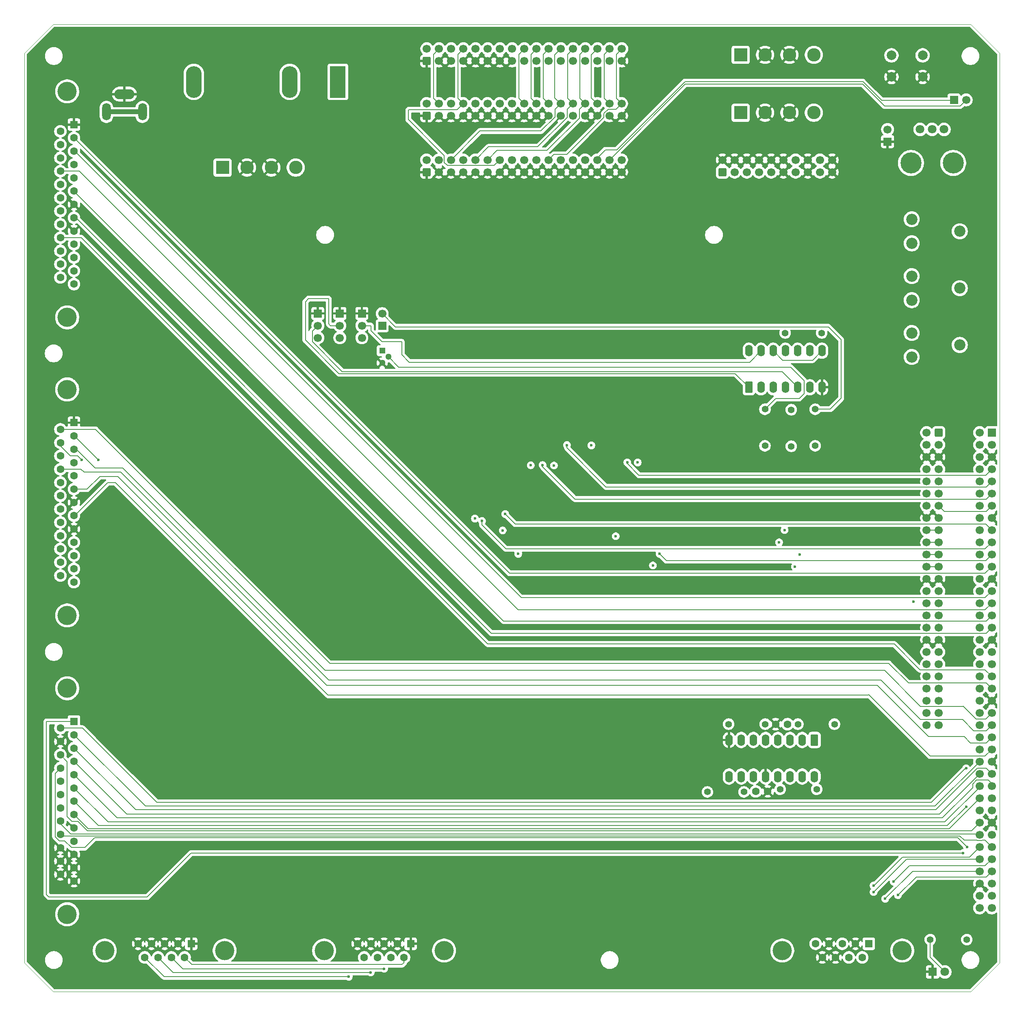
<source format=gbr>
%TF.GenerationSoftware,KiCad,Pcbnew,9.0.4*%
%TF.CreationDate,2025-11-09T15:05:15+13:00*%
%TF.ProjectId,AWS_CPU_Motherboard,4157535f-4350-4555-9f4d-6f7468657262,rev?*%
%TF.SameCoordinates,Original*%
%TF.FileFunction,Copper,L1,Top*%
%TF.FilePolarity,Positive*%
%FSLAX46Y46*%
G04 Gerber Fmt 4.6, Leading zero omitted, Abs format (unit mm)*
G04 Created by KiCad (PCBNEW 9.0.4) date 2025-11-09 15:05:15*
%MOMM*%
%LPD*%
G01*
G04 APERTURE LIST*
G04 Aperture macros list*
%AMRoundRect*
0 Rectangle with rounded corners*
0 $1 Rounding radius*
0 $2 $3 $4 $5 $6 $7 $8 $9 X,Y pos of 4 corners*
0 Add a 4 corners polygon primitive as box body*
4,1,4,$2,$3,$4,$5,$6,$7,$8,$9,$2,$3,0*
0 Add four circle primitives for the rounded corners*
1,1,$1+$1,$2,$3*
1,1,$1+$1,$4,$5*
1,1,$1+$1,$6,$7*
1,1,$1+$1,$8,$9*
0 Add four rect primitives between the rounded corners*
20,1,$1+$1,$2,$3,$4,$5,0*
20,1,$1+$1,$4,$5,$6,$7,0*
20,1,$1+$1,$6,$7,$8,$9,0*
20,1,$1+$1,$8,$9,$2,$3,0*%
G04 Aperture macros list end*
%TA.AperFunction,EtchedComponent*%
%ADD10C,1.000000*%
%TD*%
%TA.AperFunction,ComponentPad*%
%ADD11R,1.700000X1.700000*%
%TD*%
%TA.AperFunction,ComponentPad*%
%ADD12C,1.700000*%
%TD*%
%TA.AperFunction,ComponentPad*%
%ADD13C,1.400000*%
%TD*%
%TA.AperFunction,ComponentPad*%
%ADD14RoundRect,0.250000X0.600000X0.600000X-0.600000X0.600000X-0.600000X-0.600000X0.600000X-0.600000X0*%
%TD*%
%TA.AperFunction,ComponentPad*%
%ADD15C,2.000000*%
%TD*%
%TA.AperFunction,ComponentPad*%
%ADD16C,4.000000*%
%TD*%
%TA.AperFunction,ComponentPad*%
%ADD17R,1.600000X1.600000*%
%TD*%
%TA.AperFunction,ComponentPad*%
%ADD18C,1.600000*%
%TD*%
%TA.AperFunction,ComponentPad*%
%ADD19R,2.780000X2.780000*%
%TD*%
%TA.AperFunction,ComponentPad*%
%ADD20C,2.780000*%
%TD*%
%TA.AperFunction,ComponentPad*%
%ADD21C,2.340000*%
%TD*%
%TA.AperFunction,ComponentPad*%
%ADD22C,1.800000*%
%TD*%
%TA.AperFunction,ComponentPad*%
%ADD23C,4.400000*%
%TD*%
%TA.AperFunction,ComponentPad*%
%ADD24R,1.300000X1.300000*%
%TD*%
%TA.AperFunction,ComponentPad*%
%ADD25C,1.300000*%
%TD*%
%TA.AperFunction,ComponentPad*%
%ADD26RoundRect,0.250000X0.550000X-0.950000X0.550000X0.950000X-0.550000X0.950000X-0.550000X-0.950000X0*%
%TD*%
%TA.AperFunction,ComponentPad*%
%ADD27O,1.600000X2.400000*%
%TD*%
%TA.AperFunction,ComponentPad*%
%ADD28RoundRect,0.250000X0.600000X-0.600000X0.600000X0.600000X-0.600000X0.600000X-0.600000X-0.600000X0*%
%TD*%
%TA.AperFunction,ComponentPad*%
%ADD29RoundRect,0.250000X-0.550000X0.950000X-0.550000X-0.950000X0.550000X-0.950000X0.550000X0.950000X0*%
%TD*%
%TA.AperFunction,ComponentPad*%
%ADD30R,3.300000X6.600000*%
%TD*%
%TA.AperFunction,ComponentPad*%
%ADD31O,3.300000X6.600000*%
%TD*%
%TA.AperFunction,ComponentPad*%
%ADD32O,1.800000X3.600000*%
%TD*%
%TA.AperFunction,ComponentPad*%
%ADD33O,4.200000X2.100000*%
%TD*%
%TA.AperFunction,ComponentPad*%
%ADD34R,1.800000X1.800000*%
%TD*%
%TA.AperFunction,ViaPad*%
%ADD35C,0.600000*%
%TD*%
%TA.AperFunction,Conductor*%
%ADD36C,0.200000*%
%TD*%
%TA.AperFunction,Profile*%
%ADD37C,0.050000*%
%TD*%
G04 APERTURE END LIST*
D10*
%TO.C,J12*%
X273488800Y-278587200D02*
X265988800Y-278587200D01*
%TD*%
D11*
%TO.P,J6,1,Pin_1*%
%TO.N,DRTYPE0-*%
X442590000Y-276098000D03*
D12*
%TO.P,J6,2,Pin_2*%
%TO.N,DRTYPE1-*%
X445130000Y-276098000D03*
%TD*%
D13*
%TO.P,R9,1*%
%TO.N,/VIDEO_2*%
X403199600Y-348183200D03*
%TO.P,R9,2*%
%TO.N,Net-(Q2-B)*%
X403199600Y-340563200D03*
%TD*%
D11*
%TO.P,JP3,1,A*%
%TO.N,GND*%
X319212400Y-320598800D03*
D12*
%TO.P,JP3,2,C*%
%TO.N,Net-(JP3-C)*%
X319212400Y-323138800D03*
%TO.P,JP3,3,B*%
%TO.N,+5V*%
X319212400Y-325678800D03*
%TD*%
D14*
%TO.P,U1,1,+5V*%
%TO.N,+5V*%
X439420000Y-345440000D03*
D12*
%TO.P,U1,2,+5V*%
X436880000Y-345440000D03*
%TO.P,U1,3,+12V*%
%TO.N,+12V*%
X439420000Y-347980000D03*
%TO.P,U1,4,+12V*%
X436880000Y-347980000D03*
%TO.P,U1,5,GND*%
%TO.N,GND*%
X439420000Y-350520000D03*
%TO.P,U1,6,GND*%
X436880000Y-350520000D03*
%TO.P,U1,7,~{RESET_SW}*%
%TO.N,~{RESET_SW}*%
X439420000Y-353060000D03*
%TO.P,U1,8,AUDIO+*%
%TO.N,AUIDO+*%
X436880000Y-353060000D03*
%TO.P,U1,9,KBDO-*%
%TO.N,KBDO-*%
X439420000Y-355600000D03*
%TO.P,U1,10,KBDI-*%
%TO.N,KBDI-*%
X436880000Y-355600000D03*
%TO.P,U1,11,INIT-*%
%TO.N,INIT-*%
X439420000Y-358140000D03*
%TO.P,U1,12*%
%TO.N,unconnected-(U1-Pad12)*%
X436880000Y-358140000D03*
%TO.P,U1,13,ONBDINT+*%
%TO.N,ONBDINIT+*%
X439420000Y-360680000D03*
%TO.P,U1,14,INTR+*%
%TO.N,INTR+*%
X436880000Y-360680000D03*
%TO.P,U1,15,GND*%
%TO.N,GND*%
X439420000Y-363220000D03*
%TO.P,U1,16,GND*%
X436880000Y-363220000D03*
%TO.P,U1,17,RXDA+*%
%TO.N,CPU_RXDA+*%
X439420000Y-365760000D03*
%TO.P,U1,18,TXDA+*%
X436880000Y-365760000D03*
%TO.P,U1,19,RXDA-*%
%TO.N,CPU_RXDA-*%
X439420000Y-368300000D03*
%TO.P,U1,20,TXDA-*%
X436880000Y-368300000D03*
%TO.P,U1,21,RXCA+*%
%TO.N,CPU_RXCA+*%
X439420000Y-370840000D03*
%TO.P,U1,22,TXCA+*%
X436880000Y-370840000D03*
%TO.P,U1,23,RXCA-*%
%TO.N,CPU_RXCA-*%
X439420000Y-373380000D03*
%TO.P,U1,24,TXCA-*%
X436880000Y-373380000D03*
%TO.P,U1,25,GND*%
%TO.N,GND*%
X439420000Y-375920000D03*
%TO.P,U1,26,GND*%
X436880000Y-375920000D03*
%TO.P,U1,27,VIDEO_2+*%
%TO.N,VIDEO_2+*%
X439420000Y-378460000D03*
%TO.P,U1,28,VIDEO_2-*%
%TO.N,VIDEO_2-*%
X436880000Y-378460000D03*
%TO.P,U1,29,VERDR+*%
%TO.N,VERDR+*%
X439420000Y-381000000D03*
%TO.P,U1,30,VERDR-*%
%TO.N,VERDR-*%
X436880000Y-381000000D03*
%TO.P,U1,31,HORDR+*%
%TO.N,HORDR+*%
X439420000Y-383540000D03*
%TO.P,U1,32,HORDR-*%
%TO.N,HORDR-*%
X436880000Y-383540000D03*
%TO.P,U1,33,VIDEO+*%
%TO.N,VIDEO+*%
X439420000Y-386080000D03*
%TO.P,U1,34,VIDEO-*%
%TO.N,VIDEO-*%
X436880000Y-386080000D03*
%TO.P,U1,35,GND*%
%TO.N,GND*%
X439420000Y-388620000D03*
%TO.P,U1,36,GND*%
X436880000Y-388620000D03*
%TO.P,U1,37,-12V*%
%TO.N,-12V*%
X439420000Y-391160000D03*
%TO.P,U1,38,-12V*%
X436880000Y-391160000D03*
%TO.P,U1,39,+5V*%
%TO.N,+5V*%
X439420000Y-393700000D03*
%TO.P,U1,40,+5V*%
X436880000Y-393700000D03*
%TO.P,U1,41*%
%TO.N,unconnected-(U1-Pad41)*%
X439420000Y-396240000D03*
%TO.P,U1,42*%
%TO.N,unconnected-(U1-Pad42)*%
X436880000Y-396240000D03*
%TO.P,U1,43*%
%TO.N,unconnected-(U1-Pad43)*%
X439420000Y-398780000D03*
%TO.P,U1,44*%
%TO.N,unconnected-(U1-Pad44)*%
X436880000Y-398780000D03*
%TO.P,U1,45*%
%TO.N,unconnected-(U1-Pad45)*%
X439420000Y-401320000D03*
%TO.P,U1,46*%
%TO.N,unconnected-(U1-Pad46)*%
X436880000Y-401320000D03*
%TO.P,U1,47*%
%TO.N,unconnected-(U1-Pad47)*%
X439420000Y-403860000D03*
%TO.P,U1,48*%
%TO.N,unconnected-(U1-Pad48)*%
X436880000Y-403860000D03*
%TO.P,U1,49*%
%TO.N,unconnected-(U1-Pad49)*%
X439420000Y-406400000D03*
%TO.P,U1,50*%
%TO.N,unconnected-(U1-Pad50)*%
X436880000Y-406400000D03*
%TD*%
D11*
%TO.P,U4,1,+5V*%
%TO.N,+5V*%
X450469000Y-345440000D03*
D12*
%TO.P,U4,2,+5V*%
X447929000Y-345440000D03*
%TO.P,U4,3,+12V*%
%TO.N,+12V*%
X450469000Y-347980000D03*
%TO.P,U4,4,+12V*%
X447929000Y-347980000D03*
%TO.P,U4,5,GND*%
%TO.N,GND*%
X450469000Y-350520000D03*
%TO.P,U4,6,2SIDED-*%
%TO.N,2SIDED-*%
X447929000Y-350520000D03*
%TO.P,U4,7,DIRECT-*%
%TO.N,DIRECT-*%
X450469000Y-353060000D03*
%TO.P,U4,8,DS1-*%
%TO.N,DS1-*%
X447929000Y-353060000D03*
%TO.P,U4,9,STEP-*%
%TO.N,STEP-*%
X450469000Y-355600000D03*
%TO.P,U4,10,READY-*%
%TO.N,READY-*%
X447929000Y-355600000D03*
%TO.P,U4,11,INDEX-*%
%TO.N,INDEX-*%
X450469000Y-358140000D03*
%TO.P,U4,12,HDSEL1-*%
%TO.N,HDSEL1-*%
X447929000Y-358140000D03*
%TO.P,U4,13,ONBDINIT+*%
%TO.N,ONBDINIT+*%
X450469000Y-360680000D03*
%TO.P,U4,14,INTR+*%
%TO.N,INTR+*%
X447929000Y-360680000D03*
%TO.P,U4,15,GND*%
%TO.N,GND*%
X450469000Y-363220000D03*
%TO.P,U4,16,SIDED-*%
%TO.N,SIDED-*%
X447929000Y-363220000D03*
%TO.P,U4,17,HDSEL0-*%
%TO.N,HDSEL0-*%
X450469000Y-365760000D03*
%TO.P,U4,18,WRPORT-*%
%TO.N,WRPORT-*%
X447929000Y-365760000D03*
%TO.P,U4,19,DS0-*%
%TO.N,DS0-*%
X450469000Y-368300000D03*
%TO.P,U4,20,HL1+*%
%TO.N,HL1+*%
X447929000Y-368300000D03*
%TO.P,U4,21,WRDATA-*%
%TO.N,WRDATA-*%
X450469000Y-370840000D03*
%TO.P,U4,22,HL0+*%
%TO.N,HL0+*%
X447929000Y-370840000D03*
%TO.P,U4,23,TXDB-*%
%TO.N,TXDB-*%
X450469000Y-373380000D03*
%TO.P,U4,24,RDDATA-*%
%TO.N,RDDATA-*%
X447929000Y-373380000D03*
%TO.P,U4,25,GND*%
%TO.N,GND*%
X450469000Y-375920000D03*
%TO.P,U4,26,STDB-*%
%TO.N,STDB-*%
X447929000Y-375920000D03*
%TO.P,U4,27,RXDB-*%
%TO.N,RXDB-*%
X450469000Y-378460000D03*
%TO.P,U4,28,TXCB+*%
%TO.N,TXCB+*%
X447929000Y-378460000D03*
%TO.P,U4,29,RXCB+*%
%TO.N,RXCB+*%
X450469000Y-381000000D03*
%TO.P,U4,30,RTSB+*%
%TO.N,RTSB+*%
X447929000Y-381000000D03*
%TO.P,U4,31,DSRB+*%
%TO.N,DSRB+*%
X450469000Y-383540000D03*
%TO.P,U4,32,CTSB+*%
%TO.N,CTSB+*%
X447929000Y-383540000D03*
%TO.P,U4,33,DCDB+*%
%TO.N,DCDB+*%
X450469000Y-386080000D03*
%TO.P,U4,34,DTRB+*%
%TO.N,DTRB+*%
X447929000Y-386080000D03*
%TO.P,U4,35,GND*%
%TO.N,GND*%
X450469000Y-388620000D03*
%TO.P,U4,36,SRDB-*%
%TO.N,SRDB-*%
X447929000Y-388620000D03*
%TO.P,U4,37,-12V*%
%TO.N,-12V*%
X450469000Y-391160000D03*
%TO.P,U4,38,-12V*%
X447929000Y-391160000D03*
%TO.P,U4,39,+5V*%
%TO.N,+5V*%
X450469000Y-393700000D03*
%TO.P,U4,40,+5V*%
X447929000Y-393700000D03*
%TO.P,U4,41,RINGB+*%
%TO.N,RINGB+*%
X450469000Y-396240000D03*
%TO.P,U4,42,SRDA-*%
%TO.N,SRDA-*%
X447929000Y-396240000D03*
%TO.P,U4,43,STDA-*%
%TO.N,STDA-*%
X450469000Y-398780000D03*
%TO.P,U4,44,TXDA-*%
%TO.N,TXDA-*%
X447929000Y-398780000D03*
%TO.P,U4,45,GND*%
%TO.N,GND*%
X450469000Y-401320000D03*
%TO.P,U4,46,TXCA+*%
%TO.N,TXCA+*%
X447929000Y-401320000D03*
%TO.P,U4,47,RXDA-*%
%TO.N,RXDA-*%
X450469000Y-403860000D03*
%TO.P,U4,48,RTSA+*%
%TO.N,RTSA+*%
X447929000Y-403860000D03*
%TO.P,U4,49,RXCA+*%
%TO.N,RXCA+*%
X450469000Y-406400000D03*
%TO.P,U4,50,CTSA+*%
%TO.N,CTSA+*%
X447929000Y-406400000D03*
%TO.P,U4,51,DSRA+*%
%TO.N,DSRA+*%
X450469000Y-408940000D03*
%TO.P,U4,52,DTRA+*%
%TO.N,DTRA+*%
X447929000Y-408940000D03*
%TO.P,U4,53,DCDA+*%
%TO.N,DCDA+*%
X450469000Y-411480000D03*
%TO.P,U4,54,RINGA+*%
%TO.N,RINGA+*%
X447929000Y-411480000D03*
%TO.P,U4,55,GND*%
%TO.N,GND*%
X450469000Y-414020000D03*
%TO.P,U4,56,LPT1+*%
%TO.N,LPT1*%
X447929000Y-414020000D03*
%TO.P,U4,57,LPT2+*%
%TO.N,LPT2*%
X450469000Y-416560000D03*
%TO.P,U4,58,LPT3+*%
%TO.N,LPT3*%
X447929000Y-416560000D03*
%TO.P,U4,59,LPT4+*%
%TO.N,LPT4*%
X450469000Y-419100000D03*
%TO.P,U4,60,LPT5+*%
%TO.N,LPT5*%
X447929000Y-419100000D03*
%TO.P,U4,61,LPT6+*%
%TO.N,LPT6*%
X450469000Y-421640000D03*
%TO.P,U4,62,LPT7+*%
%TO.N,LPT7*%
X447929000Y-421640000D03*
%TO.P,U4,63,LPT0+*%
%TO.N,LPT0*%
X450469000Y-424180000D03*
%TO.P,U4,64,LPTSTROBE-*%
%TO.N,LPT_STROBE*%
X447929000Y-424180000D03*
%TO.P,U4,65,GND*%
%TO.N,GND*%
X450469000Y-426720000D03*
%TO.P,U4,66,LPTACK-*%
%TO.N,LPT_ACK*%
X447929000Y-426720000D03*
%TO.P,U4,67,LPTBUSY+*%
%TO.N,LPT_BUSY*%
X450469000Y-429260000D03*
%TO.P,U4,68,LPTNOPAPER+*%
%TO.N,NO_PAPER*%
X447929000Y-429260000D03*
%TO.P,U4,69,LPTSELECT+*%
%TO.N,LPT_SELECT*%
X450469000Y-431800000D03*
%TO.P,U4,70,TRACK0-*%
%TO.N,TRACK0-*%
X447929000Y-431800000D03*
%TO.P,U4,71,SKCOMPL-*%
%TO.N,SKCOMPL-*%
X450469000Y-434340000D03*
%TO.P,U4,72,WRGATE-*%
%TO.N,WRGATE-*%
X447929000Y-434340000D03*
%TO.P,U4,73,HDSEL2-*%
%TO.N,HDSEL2-*%
X450469000Y-436880000D03*
%TO.P,U4,74,REDWC-*%
%TO.N,REDWC-*%
X447929000Y-436880000D03*
%TO.P,U4,75*%
%TO.N,unconnected-(U4-Pad75)*%
X450469000Y-439420000D03*
%TO.P,U4,76,GND*%
%TO.N,GND*%
X447929000Y-439420000D03*
%TO.P,U4,77,MFM-*%
%TO.N,MFM-*%
X450469000Y-441960000D03*
%TO.P,U4,78,MFM+*%
%TO.N,MFM+*%
X447929000Y-441960000D03*
%TO.P,U4,79,WMF-*%
%TO.N,WMF-*%
X450469000Y-444500000D03*
%TO.P,U4,80,WMF+*%
%TO.N,WMF+*%
X447929000Y-444500000D03*
%TD*%
D15*
%TO.P,SW1,1,1*%
%TO.N,~{RESET_SW}*%
X429564800Y-266801600D03*
X436064800Y-266801600D03*
%TO.P,SW1,2,2*%
%TO.N,GND*%
X429564800Y-271301600D03*
X436064800Y-271301600D03*
%TD*%
D16*
%TO.P,J9,0,PAD*%
%TO.N,unconnected-(J9-PAD-Pad0)_1*%
X257810000Y-336440000D03*
%TO.N,unconnected-(J9-PAD-Pad0)*%
X257810000Y-383540000D03*
D17*
%TO.P,J9,1,1*%
%TO.N,GND*%
X259230000Y-343370000D03*
D18*
%TO.P,J9,2,2*%
%TO.N,TXDA-*%
X259230000Y-346140000D03*
%TO.P,J9,3,3*%
%TO.N,RXDA-*%
X259230000Y-348910000D03*
%TO.P,J9,4,4*%
%TO.N,RTSA+*%
X259230000Y-351680000D03*
%TO.P,J9,5,5*%
%TO.N,CTSA+*%
X259230000Y-354450000D03*
%TO.P,J9,6,6*%
%TO.N,DSRA+*%
X259230000Y-357220000D03*
%TO.P,J9,7,7*%
%TO.N,GND*%
X259230000Y-359990000D03*
%TO.P,J9,8,8*%
%TO.N,DCDA+*%
X259230000Y-362760000D03*
%TO.P,J9,9,9*%
%TO.N,GND*%
X259230000Y-365530000D03*
%TO.P,J9,10,10*%
%TO.N,unconnected-(J9-Pad10)*%
X259230000Y-368300000D03*
%TO.P,J9,11,11*%
%TO.N,unconnected-(J9-Pad11)*%
X259230000Y-371070000D03*
%TO.P,J9,12,12*%
%TO.N,unconnected-(J9-Pad12)*%
X259230000Y-373840000D03*
%TO.P,J9,13,13*%
%TO.N,unconnected-(J9-Pad13)*%
X259230000Y-376610000D03*
%TO.P,J9,14,P14*%
%TO.N,STDA-*%
X256390000Y-344755000D03*
%TO.P,J9,15,P15*%
%TO.N,TXCA+*%
X256390000Y-347525000D03*
%TO.P,J9,16,P16*%
%TO.N,SRDA-*%
X256390000Y-350295000D03*
%TO.P,J9,17,P17*%
%TO.N,RXCA+*%
X256390000Y-353065000D03*
%TO.P,J9,18,P18*%
%TO.N,unconnected-(J9-P18-Pad18)*%
X256390000Y-355835000D03*
%TO.P,J9,19,P19*%
%TO.N,unconnected-(J9-P19-Pad19)*%
X256390000Y-358605000D03*
%TO.P,J9,20,P20*%
%TO.N,DTRA+*%
X256390000Y-361375000D03*
%TO.P,J9,21,P21*%
%TO.N,unconnected-(J9-P21-Pad21)*%
X256390000Y-364145000D03*
%TO.P,J9,22,P22*%
%TO.N,RINGA+*%
X256390000Y-366915000D03*
%TO.P,J9,23,P23*%
%TO.N,unconnected-(J9-P23-Pad23)*%
X256390000Y-369685000D03*
%TO.P,J9,24,P24*%
%TO.N,unconnected-(J9-P24-Pad24)*%
X256390000Y-372455000D03*
%TO.P,J9,25,P25*%
%TO.N,unconnected-(J9-P25-Pad25)*%
X256390000Y-375225000D03*
%TD*%
D19*
%TO.P,J15,1,Pin_1*%
%TO.N,+12V*%
X398145000Y-266700000D03*
D20*
%TO.P,J15,2,Pin_2*%
%TO.N,GND*%
X403225000Y-266700000D03*
%TO.P,J15,3,Pin_3*%
X408305000Y-266700000D03*
%TO.P,J15,4,Pin_4*%
%TO.N,+5V*%
X413385000Y-266700000D03*
%TD*%
D16*
%TO.P,J8,0,PAD*%
%TO.N,unconnected-(J8-PAD-Pad0)_1*%
X257810000Y-398720000D03*
%TO.N,unconnected-(J8-PAD-Pad0)*%
X257810000Y-445820000D03*
D17*
%TO.P,J8,1,1*%
%TO.N,LPT0*%
X259230000Y-405650000D03*
D18*
%TO.P,J8,2,2*%
%TO.N,LPT1*%
X259230000Y-408420000D03*
%TO.P,J8,3,3*%
%TO.N,LPT2*%
X259230000Y-411190000D03*
%TO.P,J8,4,4*%
%TO.N,LPT3*%
X259230000Y-413960000D03*
%TO.P,J8,5,5*%
%TO.N,LPT4*%
X259230000Y-416730000D03*
%TO.P,J8,6,6*%
%TO.N,LPT5*%
X259230000Y-419500000D03*
%TO.P,J8,7,7*%
%TO.N,LPT6*%
X259230000Y-422270000D03*
%TO.P,J8,8,8*%
%TO.N,LPT7*%
X259230000Y-425040000D03*
%TO.P,J8,9,9*%
%TO.N,GND*%
X259230000Y-427810000D03*
%TO.P,J8,10,10*%
X259230000Y-430580000D03*
%TO.P,J8,11,11*%
X259230000Y-433350000D03*
%TO.P,J8,12,12*%
X259230000Y-436120000D03*
%TO.P,J8,13,13*%
X259230000Y-438890000D03*
%TO.P,J8,14,P14*%
%TO.N,LPT_STROBE*%
X256390000Y-407035000D03*
%TO.P,J8,15,P15*%
%TO.N,GND*%
X256390000Y-409805000D03*
%TO.P,J8,16,P16*%
%TO.N,LPT_ACK*%
X256390000Y-412575000D03*
%TO.P,J8,17,P17*%
%TO.N,LPT_BUSY*%
X256390000Y-415345000D03*
%TO.P,J8,18,P18*%
%TO.N,unconnected-(J8-P18-Pad18)*%
X256390000Y-418115000D03*
%TO.P,J8,19,P19*%
%TO.N,unconnected-(J8-P19-Pad19)*%
X256390000Y-420885000D03*
%TO.P,J8,20,P20*%
%TO.N,unconnected-(J8-P20-Pad20)*%
X256390000Y-423655000D03*
%TO.P,J8,21,P21*%
%TO.N,NO_PAPER*%
X256390000Y-426425000D03*
%TO.P,J8,22,P22*%
%TO.N,LPT_SELECT*%
X256390000Y-429195000D03*
%TO.P,J8,23,P23*%
%TO.N,GND*%
X256390000Y-431965000D03*
%TO.P,J8,24,P24*%
X256390000Y-434735000D03*
%TO.P,J8,25,P25*%
X256390000Y-437505000D03*
%TD*%
D21*
%TO.P,RV4,1,1*%
%TO.N,unconnected-(RV4-Pad1)*%
X433785000Y-329675000D03*
%TO.P,RV4,2,2*%
%TO.N,Net-(J12-In)*%
X443785000Y-327175000D03*
%TO.P,RV4,3,3*%
%TO.N,Net-(R8-Pad2)*%
X433785000Y-324675000D03*
%TD*%
D13*
%TO.P,R8,1*%
%TO.N,Net-(JP4-B)*%
X413664400Y-340563200D03*
%TO.P,R8,2*%
%TO.N,Net-(R8-Pad2)*%
X413664400Y-348183200D03*
%TD*%
D21*
%TO.P,RV2,1,1*%
%TO.N,unconnected-(RV2-Pad1)*%
X433785000Y-305975000D03*
%TO.P,RV2,2,2*%
%TO.N,Net-(J12-In)*%
X443785000Y-303475000D03*
%TO.P,RV2,3,3*%
%TO.N,Net-(R6-Pad2)*%
X433785000Y-300975000D03*
%TD*%
D22*
%TO.P,RV1,1,1*%
%TO.N,Net-(J2-Pin_2)*%
X435523000Y-282240000D03*
%TO.P,RV1,2,2*%
%TO.N,AUIDO+*%
X438023000Y-282240000D03*
%TO.P,RV1,3,3*%
%TO.N,unconnected-(RV1-Pad3)*%
X440523000Y-282240000D03*
D23*
%TO.P,RV1,MP,MountPin*%
%TO.N,unconnected-(RV1-MountPin-PadMP)_1*%
X442423000Y-289240000D03*
%TO.N,unconnected-(RV1-MountPin-PadMP)*%
X433623000Y-289240000D03*
%TD*%
D13*
%TO.P,R7,1*%
%TO.N,/VIDEO*%
X408686000Y-348284800D03*
%TO.P,R7,2*%
%TO.N,Net-(R7-Pad2)*%
X408686000Y-340664800D03*
%TD*%
D19*
%TO.P,J5,1,Pin_1*%
%TO.N,+12V*%
X290195000Y-290195000D03*
D20*
%TO.P,J5,2,Pin_2*%
%TO.N,GND*%
X295275000Y-290195000D03*
%TO.P,J5,3,Pin_3*%
X300355000Y-290195000D03*
%TO.P,J5,4,Pin_4*%
%TO.N,+5V*%
X305435000Y-290195000D03*
%TD*%
D11*
%TO.P,J2,1,Pin_1*%
%TO.N,GND*%
X428752000Y-284789800D03*
D12*
%TO.P,J2,2,Pin_2*%
%TO.N,Net-(J2-Pin_2)*%
X428752000Y-282249800D03*
%TD*%
D16*
%TO.P,J7,0,PAD*%
%TO.N,unconnected-(J7-PAD-Pad0)_1*%
X406800000Y-453390000D03*
%TO.N,unconnected-(J7-PAD-Pad0)*%
X431800000Y-453390000D03*
D17*
%TO.P,J7,1,1*%
%TO.N,KBDI-*%
X424840000Y-451970000D03*
D18*
%TO.P,J7,2,2*%
%TO.N,GND*%
X422070000Y-451970000D03*
%TO.P,J7,3,3*%
%TO.N,KBDO-*%
X419300000Y-451970000D03*
%TO.P,J7,4,4*%
%TO.N,GND*%
X416530000Y-451970000D03*
%TO.P,J7,5,5*%
%TO.N,INIT-*%
X413760000Y-451970000D03*
%TO.P,J7,6,6*%
%TO.N,+5V*%
X423455000Y-454810000D03*
%TO.P,J7,7,7*%
X420685000Y-454810000D03*
%TO.P,J7,8,8*%
%TO.N,GND*%
X417915000Y-454810000D03*
%TO.P,J7,9,9*%
X415145000Y-454810000D03*
%TD*%
D24*
%TO.P,Q2,1,C*%
%TO.N,Net-(JP4-A)*%
X323443600Y-328371200D03*
D25*
%TO.P,Q2,2,B*%
%TO.N,Net-(Q2-B)*%
X324713600Y-329641200D03*
%TO.P,Q2,3,E*%
%TO.N,GND*%
X323443600Y-330911200D03*
%TD*%
D21*
%TO.P,RV3,1,1*%
%TO.N,unconnected-(RV3-Pad1)*%
X433785000Y-317825000D03*
%TO.P,RV3,2,2*%
%TO.N,Net-(J12-In)*%
X443785000Y-315325000D03*
%TO.P,RV3,3,3*%
%TO.N,Net-(R7-Pad2)*%
X433785000Y-312825000D03*
%TD*%
D13*
%TO.P,R6,1*%
%TO.N,/CSYNC+*%
X407416000Y-324662800D03*
%TO.P,R6,2*%
%TO.N,Net-(R6-Pad2)*%
X415036000Y-324662800D03*
%TD*%
D19*
%TO.P,J14,1,Pin_1*%
%TO.N,+12V*%
X398145000Y-278765000D03*
D20*
%TO.P,J14,2,Pin_2*%
%TO.N,GND*%
X403225000Y-278765000D03*
%TO.P,J14,3,Pin_3*%
X408305000Y-278765000D03*
%TO.P,J14,4,Pin_4*%
%TO.N,+5V*%
X413385000Y-278765000D03*
%TD*%
D26*
%TO.P,U8,1*%
%TO.N,Net-(JP2-C)*%
X399846800Y-335991200D03*
D27*
%TO.P,U8,2*%
%TO.N,/HORDR*%
X402386800Y-335991200D03*
%TO.P,U8,3*%
%TO.N,Net-(U8-Pad3)*%
X404926800Y-335991200D03*
%TO.P,U8,4*%
%TO.N,/VERDR*%
X407466800Y-335991200D03*
%TO.P,U8,5*%
%TO.N,Net-(JP1-C)*%
X410006800Y-335991200D03*
%TO.P,U8,6*%
%TO.N,Net-(U8-Pad10)*%
X412546800Y-335991200D03*
%TO.P,U8,7,GND*%
%TO.N,GND*%
X415086800Y-335991200D03*
%TO.P,U8,8*%
%TO.N,Net-(U8-Pad12)*%
X415086800Y-328371200D03*
%TO.P,U8,9*%
%TO.N,Net-(U8-Pad3)*%
X412546800Y-328371200D03*
%TO.P,U8,10*%
%TO.N,Net-(U8-Pad10)*%
X410006800Y-328371200D03*
%TO.P,U8,11*%
%TO.N,/CSYNC+*%
X407466800Y-328371200D03*
%TO.P,U8,12*%
%TO.N,Net-(U8-Pad12)*%
X404926800Y-328371200D03*
%TO.P,U8,13*%
%TO.N,Net-(JP3-C)*%
X402386800Y-328371200D03*
%TO.P,U8,14,VCC*%
%TO.N,+5V*%
X399846800Y-328371200D03*
%TD*%
D11*
%TO.P,JP4,1,A*%
%TO.N,Net-(JP4-A)*%
X323443600Y-323189600D03*
D12*
%TO.P,JP4,2,B*%
%TO.N,Net-(JP4-B)*%
X323443600Y-320649600D03*
%TD*%
D28*
%TO.P,U3,1,GND*%
%TO.N,GND*%
X332740000Y-267970000D03*
D12*
%TO.P,U3,2*%
%TO.N,unconnected-(U3-Pad2)*%
X332740000Y-265430000D03*
%TO.P,U3,3,GND*%
%TO.N,GND*%
X335280000Y-267970000D03*
%TO.P,U3,4,SIDED-*%
%TO.N,SIDED-*%
X335280000Y-265430000D03*
%TO.P,U3,5,GND*%
%TO.N,GND*%
X337820000Y-267970000D03*
%TO.P,U3,6*%
%TO.N,unconnected-(U3-Pad6)*%
X337820000Y-265430000D03*
%TO.P,U3,7,GND*%
%TO.N,GND*%
X340360000Y-267970000D03*
%TO.P,U3,8,HDSEL0-*%
%TO.N,HDSEL0-*%
X340360000Y-265430000D03*
%TO.P,U3,9,GND*%
%TO.N,GND*%
X342900000Y-267970000D03*
%TO.P,U3,10,DS1-*%
%TO.N,DS1-*%
X342900000Y-265430000D03*
%TO.P,U3,11,GND*%
%TO.N,GND*%
X345440000Y-267970000D03*
%TO.P,U3,12*%
%TO.N,unconnected-(U3-Pad12)*%
X345440000Y-265430000D03*
%TO.P,U3,13,GND*%
%TO.N,GND*%
X347980000Y-267970000D03*
%TO.P,U3,14*%
%TO.N,unconnected-(U3-Pad14)*%
X347980000Y-265430000D03*
%TO.P,U3,15,GND*%
%TO.N,GND*%
X350520000Y-267970000D03*
%TO.P,U3,16,HL1+*%
%TO.N,HL1+*%
X350520000Y-265430000D03*
%TO.P,U3,17,GND*%
%TO.N,GND*%
X353060000Y-267970000D03*
%TO.P,U3,18,DIRECT-*%
%TO.N,DIRECT-*%
X353060000Y-265430000D03*
%TO.P,U3,19,GND*%
%TO.N,GND*%
X355600000Y-267970000D03*
%TO.P,U3,20,STEP-*%
%TO.N,STEP-*%
X355600000Y-265430000D03*
%TO.P,U3,21,GND*%
%TO.N,GND*%
X358140000Y-267970000D03*
%TO.P,U3,22,WRDATA-*%
%TO.N,WRDATA-*%
X358140000Y-265430000D03*
%TO.P,U3,23,GND*%
%TO.N,GND*%
X360680000Y-267970000D03*
%TO.P,U3,24,WRGATE-*%
%TO.N,WRGATE-*%
X360680000Y-265430000D03*
%TO.P,U3,25,GND*%
%TO.N,GND*%
X363220000Y-267970000D03*
%TO.P,U3,26,TRACK0-*%
%TO.N,TRACK0-*%
X363220000Y-265430000D03*
%TO.P,U3,27,GND*%
%TO.N,GND*%
X365760000Y-267970000D03*
%TO.P,U3,28,WRPORT-*%
%TO.N,WRPORT-*%
X365760000Y-265430000D03*
%TO.P,U3,29,GND*%
%TO.N,GND*%
X368300000Y-267970000D03*
%TO.P,U3,30,RDDATA-*%
%TO.N,RDDATA-*%
X368300000Y-265430000D03*
%TO.P,U3,31,GND*%
%TO.N,GND*%
X370840000Y-267970000D03*
%TO.P,U3,32,2SIDED-*%
%TO.N,2SIDED-*%
X370840000Y-265430000D03*
%TO.P,U3,33,GND*%
%TO.N,GND*%
X373380000Y-267970000D03*
%TO.P,U3,34,READY-*%
%TO.N,READY-*%
X373380000Y-265430000D03*
%TD*%
D28*
%TO.P,U5,1,GND*%
%TO.N,GND*%
X332689200Y-291150000D03*
D12*
%TO.P,U5,2,REDWC-*%
%TO.N,REDWC-*%
X332689200Y-288610000D03*
%TO.P,U5,3,GND*%
%TO.N,GND*%
X335229200Y-291150000D03*
%TO.P,U5,4,HDSEL2-*%
%TO.N,HDSEL2-*%
X335229200Y-288610000D03*
%TO.P,U5,5,GND*%
%TO.N,GND*%
X337769200Y-291150000D03*
%TO.P,U5,6,WRGATE-*%
%TO.N,WRGATE-*%
X337769200Y-288610000D03*
%TO.P,U5,7,GND*%
%TO.N,GND*%
X340309200Y-291150000D03*
%TO.P,U5,8,SKCOMPL-*%
%TO.N,SKCOMPL-*%
X340309200Y-288610000D03*
%TO.P,U5,9,GND*%
%TO.N,GND*%
X342849200Y-291150000D03*
%TO.P,U5,10,TRACK0-*%
%TO.N,TRACK0-*%
X342849200Y-288610000D03*
%TO.P,U5,11,GND*%
%TO.N,GND*%
X345389200Y-291150000D03*
%TO.P,U5,12,WRPORT-*%
%TO.N,WRPORT-*%
X345389200Y-288610000D03*
%TO.P,U5,13,GND*%
%TO.N,GND*%
X347929200Y-291150000D03*
%TO.P,U5,14,HDSEL0-*%
%TO.N,HDSEL0-*%
X347929200Y-288610000D03*
%TO.P,U5,15,GND*%
%TO.N,GND*%
X350469200Y-291150000D03*
%TO.P,U5,16*%
%TO.N,unconnected-(U5-Pad16)*%
X350469200Y-288610000D03*
%TO.P,U5,17,GND*%
%TO.N,GND*%
X353009200Y-291150000D03*
%TO.P,U5,18,HDSEL1-*%
%TO.N,HDSEL1-*%
X353009200Y-288610000D03*
%TO.P,U5,19,GND*%
%TO.N,GND*%
X355549200Y-291150000D03*
%TO.P,U5,20,INDEX-*%
%TO.N,INDEX-*%
X355549200Y-288610000D03*
%TO.P,U5,21,GND*%
%TO.N,GND*%
X358089200Y-291150000D03*
%TO.P,U5,22,READY-*%
%TO.N,READY-*%
X358089200Y-288610000D03*
%TO.P,U5,23,GND*%
%TO.N,GND*%
X360629200Y-291150000D03*
%TO.P,U5,24,STEP-*%
%TO.N,STEP-*%
X360629200Y-288610000D03*
%TO.P,U5,25,GND*%
%TO.N,GND*%
X363169200Y-291150000D03*
%TO.P,U5,26*%
%TO.N,unconnected-(U5-Pad26)*%
X363169200Y-288610000D03*
%TO.P,U5,27,GND*%
%TO.N,GND*%
X365709200Y-291150000D03*
%TO.P,U5,28,DS1-*%
%TO.N,DS1-*%
X365709200Y-288610000D03*
%TO.P,U5,29,GND*%
%TO.N,GND*%
X368249200Y-291150000D03*
%TO.P,U5,30,DRTYPE0-*%
%TO.N,DRTYPE0-*%
X368249200Y-288610000D03*
%TO.P,U5,31,GND*%
%TO.N,GND*%
X370789200Y-291150000D03*
%TO.P,U5,32,DRTYPE1-*%
%TO.N,DRTYPE1-*%
X370789200Y-288610000D03*
%TO.P,U5,33,GND*%
%TO.N,GND*%
X373329200Y-291150000D03*
%TO.P,U5,34,DIRECT-*%
%TO.N,DIRECT-*%
X373329200Y-288610000D03*
%TD*%
D11*
%TO.P,JP2,1,A*%
%TO.N,GND*%
X314622400Y-320598800D03*
D12*
%TO.P,JP2,2,C*%
%TO.N,Net-(JP2-C)*%
X314622400Y-323138800D03*
%TO.P,JP2,3,B*%
%TO.N,+5V*%
X314622400Y-325678800D03*
%TD*%
D29*
%TO.P,U7,1,1B*%
%TO.N,VERDR-*%
X413512000Y-409498800D03*
D27*
%TO.P,U7,2,1A*%
%TO.N,VERDR+*%
X410972000Y-409498800D03*
%TO.P,U7,3,1Y*%
%TO.N,/VERDR*%
X408432000Y-409498800D03*
%TO.P,U7,4,G*%
%TO.N,+5V*%
X405892000Y-409498800D03*
%TO.P,U7,5,2Y*%
%TO.N,/VIDEO_2*%
X403352000Y-409498800D03*
%TO.P,U7,6,2A*%
%TO.N,VIDEO_2+*%
X400812000Y-409498800D03*
%TO.P,U7,7,2B*%
%TO.N,VIDEO_2-*%
X398272000Y-409498800D03*
%TO.P,U7,8,GND*%
%TO.N,GND*%
X395732000Y-409498800D03*
%TO.P,U7,9,3B*%
%TO.N,HORDR-*%
X395732000Y-417118800D03*
%TO.P,U7,10,3A*%
%TO.N,HORDR+*%
X398272000Y-417118800D03*
%TO.P,U7,11,3Y*%
%TO.N,/HORDR*%
X400812000Y-417118800D03*
%TO.P,U7,12,~{G}*%
%TO.N,GND*%
X403352000Y-417118800D03*
%TO.P,U7,13,4Y*%
%TO.N,/VIDEO*%
X405892000Y-417118800D03*
%TO.P,U7,14,4A*%
%TO.N,VIDEO+*%
X408432000Y-417118800D03*
%TO.P,U7,15,4B*%
%TO.N,VIDEO-*%
X410972000Y-417118800D03*
%TO.P,U7,16,VDD*%
%TO.N,+5V*%
X413512000Y-417118800D03*
%TD*%
D13*
%TO.P,R2,1*%
%TO.N,VERDR-*%
X417677600Y-406196800D03*
%TO.P,R2,2*%
%TO.N,VERDR+*%
X410057600Y-406196800D03*
%TD*%
D16*
%TO.P,J4,0,PAD*%
%TO.N,unconnected-(J4-PAD-Pad0)_1*%
X311350000Y-453390000D03*
%TO.N,unconnected-(J4-PAD-Pad0)*%
X336350000Y-453390000D03*
D17*
%TO.P,J4,1,1*%
%TO.N,GND*%
X329390000Y-451970000D03*
D18*
%TO.P,J4,2,2*%
X326620000Y-451970000D03*
%TO.P,J4,3,3*%
X323850000Y-451970000D03*
%TO.P,J4,4,4*%
X321080000Y-451970000D03*
%TO.P,J4,5,5*%
X318310000Y-451970000D03*
%TO.P,J4,6,6*%
%TO.N,CPU_RXCA+*%
X328005000Y-454810000D03*
%TO.P,J4,7,7*%
%TO.N,CPU_RXCA-*%
X325235000Y-454810000D03*
%TO.P,J4,8,8*%
%TO.N,CPU_RXDA+*%
X322465000Y-454810000D03*
%TO.P,J4,9,9*%
%TO.N,CPU_RXDA-*%
X319695000Y-454810000D03*
%TD*%
D16*
%TO.P,J3,0,PAD*%
%TO.N,unconnected-(J3-PAD-Pad0)*%
X265630000Y-453390000D03*
%TO.N,unconnected-(J3-PAD-Pad0)_1*%
X290630000Y-453390000D03*
D17*
%TO.P,J3,1,1*%
%TO.N,GND*%
X283670000Y-451970000D03*
D18*
%TO.P,J3,2,2*%
X280900000Y-451970000D03*
%TO.P,J3,3,3*%
X278130000Y-451970000D03*
%TO.P,J3,4,4*%
X275360000Y-451970000D03*
%TO.P,J3,5,5*%
X272590000Y-451970000D03*
%TO.P,J3,6,6*%
%TO.N,CPU_RXCA+*%
X282285000Y-454810000D03*
%TO.P,J3,7,7*%
%TO.N,CPU_RXCA-*%
X279515000Y-454810000D03*
%TO.P,J3,8,8*%
%TO.N,CPU_RXDA+*%
X276745000Y-454810000D03*
%TO.P,J3,9,9*%
%TO.N,CPU_RXDA-*%
X273975000Y-454810000D03*
%TD*%
%TO.P,C2,1*%
%TO.N,/HORDR*%
X401289200Y-420217600D03*
%TO.P,C2,2*%
%TO.N,GND*%
X403789200Y-420217600D03*
%TD*%
D28*
%TO.P,U2,1,GND*%
%TO.N,GND*%
X332689200Y-279400000D03*
D12*
%TO.P,U2,2*%
%TO.N,unconnected-(U2-Pad2)*%
X332689200Y-276860000D03*
%TO.P,U2,3,GND*%
%TO.N,GND*%
X335229200Y-279400000D03*
%TO.P,U2,4,SIDED-*%
%TO.N,SIDED-*%
X335229200Y-276860000D03*
%TO.P,U2,5,GND*%
%TO.N,GND*%
X337769200Y-279400000D03*
%TO.P,U2,6*%
%TO.N,unconnected-(U2-Pad6)*%
X337769200Y-276860000D03*
%TO.P,U2,7,GND*%
%TO.N,GND*%
X340309200Y-279400000D03*
%TO.P,U2,8,HDSEL0-*%
%TO.N,HDSEL0-*%
X340309200Y-276860000D03*
%TO.P,U2,9,GND*%
%TO.N,GND*%
X342849200Y-279400000D03*
%TO.P,U2,10,DS0-*%
%TO.N,DS0-*%
X342849200Y-276860000D03*
%TO.P,U2,11,GND*%
%TO.N,GND*%
X345389200Y-279400000D03*
%TO.P,U2,12*%
%TO.N,unconnected-(U2-Pad12)*%
X345389200Y-276860000D03*
%TO.P,U2,13,GND*%
%TO.N,GND*%
X347929200Y-279400000D03*
%TO.P,U2,14*%
%TO.N,unconnected-(U2-Pad14)*%
X347929200Y-276860000D03*
%TO.P,U2,15,GND*%
%TO.N,GND*%
X350469200Y-279400000D03*
%TO.P,U2,16,HL0+*%
%TO.N,HL0+*%
X350469200Y-276860000D03*
%TO.P,U2,17,GND*%
%TO.N,GND*%
X353009200Y-279400000D03*
%TO.P,U2,18,DIRECT-*%
%TO.N,DIRECT-*%
X353009200Y-276860000D03*
%TO.P,U2,19,GND*%
%TO.N,GND*%
X355549200Y-279400000D03*
%TO.P,U2,20,STEP-*%
%TO.N,STEP-*%
X355549200Y-276860000D03*
%TO.P,U2,21,GND*%
%TO.N,GND*%
X358089200Y-279400000D03*
%TO.P,U2,22,WRDATA-*%
%TO.N,WRDATA-*%
X358089200Y-276860000D03*
%TO.P,U2,23,GND*%
%TO.N,GND*%
X360629200Y-279400000D03*
%TO.P,U2,24,WRGATE-*%
%TO.N,WRGATE-*%
X360629200Y-276860000D03*
%TO.P,U2,25,GND*%
%TO.N,GND*%
X363169200Y-279400000D03*
%TO.P,U2,26,TRACK0-*%
%TO.N,TRACK0-*%
X363169200Y-276860000D03*
%TO.P,U2,27,GND*%
%TO.N,GND*%
X365709200Y-279400000D03*
%TO.P,U2,28,WRPORT-*%
%TO.N,WRPORT-*%
X365709200Y-276860000D03*
%TO.P,U2,29,GND*%
%TO.N,GND*%
X368249200Y-279400000D03*
%TO.P,U2,30,RDDATA-*%
%TO.N,RDDATA-*%
X368249200Y-276860000D03*
%TO.P,U2,31,GND*%
%TO.N,GND*%
X370789200Y-279400000D03*
%TO.P,U2,32,2SIDED-*%
%TO.N,2SIDED-*%
X370789200Y-276860000D03*
%TO.P,U2,33,GND*%
%TO.N,GND*%
X373329200Y-279400000D03*
%TO.P,U2,34,READY-*%
%TO.N,READY-*%
X373329200Y-276860000D03*
%TD*%
D13*
%TO.P,R5,1*%
%TO.N,HORDR-*%
X391210800Y-420319200D03*
%TO.P,R5,2*%
%TO.N,HORDR+*%
X398830800Y-420319200D03*
%TD*%
%TO.P,R3,1*%
%TO.N,VIDEO-*%
X413969200Y-419760400D03*
%TO.P,R3,2*%
%TO.N,VIDEO+*%
X406349200Y-419760400D03*
%TD*%
D11*
%TO.P,JP1,1,A*%
%TO.N,GND*%
X310032400Y-320598800D03*
D12*
%TO.P,JP1,2,C*%
%TO.N,Net-(JP1-C)*%
X310032400Y-323138800D03*
%TO.P,JP1,3,B*%
%TO.N,+5V*%
X310032400Y-325678800D03*
%TD*%
D13*
%TO.P,R4,1*%
%TO.N,VIDEO_2-*%
X395630400Y-406196800D03*
%TO.P,R4,2*%
%TO.N,VIDEO_2+*%
X403250400Y-406196800D03*
%TD*%
D30*
%TO.P,J1,1,Pin_1*%
%TO.N,+5V*%
X314198000Y-272338800D03*
D31*
%TO.P,J1,2,Pin_2*%
%TO.N,+12V*%
X304198000Y-272338800D03*
%TO.P,J1,3,Pin_3*%
%TO.N,GND*%
X294198000Y-272338800D03*
%TO.P,J1,4,Pin_4*%
%TO.N,-12V*%
X284198000Y-272338800D03*
%TD*%
D16*
%TO.P,J10,0,PAD*%
%TO.N,unconnected-(J10-PAD-Pad0)*%
X257810000Y-274320000D03*
%TO.N,unconnected-(J10-PAD-Pad0)_1*%
X257810000Y-321420000D03*
D17*
%TO.P,J10,1,1*%
%TO.N,GND*%
X259230000Y-281250000D03*
D18*
%TO.P,J10,2,2*%
%TO.N,TXDB-*%
X259230000Y-284020000D03*
%TO.P,J10,3,3*%
%TO.N,RXDB-*%
X259230000Y-286790000D03*
%TO.P,J10,4,4*%
%TO.N,RTSB+*%
X259230000Y-289560000D03*
%TO.P,J10,5,5*%
%TO.N,CTSB+*%
X259230000Y-292330000D03*
%TO.P,J10,6,6*%
%TO.N,DSRB+*%
X259230000Y-295100000D03*
%TO.P,J10,7,7*%
%TO.N,GND*%
X259230000Y-297870000D03*
%TO.P,J10,8,8*%
%TO.N,DCDB+*%
X259230000Y-300640000D03*
%TO.P,J10,9,9*%
%TO.N,GND*%
X259230000Y-303410000D03*
%TO.P,J10,10,10*%
%TO.N,unconnected-(J10-Pad10)*%
X259230000Y-306180000D03*
%TO.P,J10,11,11*%
%TO.N,unconnected-(J10-Pad11)*%
X259230000Y-308950000D03*
%TO.P,J10,12,12*%
%TO.N,unconnected-(J10-Pad12)*%
X259230000Y-311720000D03*
%TO.P,J10,13,13*%
%TO.N,unconnected-(J10-Pad13)*%
X259230000Y-314490000D03*
%TO.P,J10,14,P14*%
%TO.N,STDB-*%
X256390000Y-282635000D03*
%TO.P,J10,15,P15*%
%TO.N,TXCB+*%
X256390000Y-285405000D03*
%TO.P,J10,16,P16*%
%TO.N,SRDB-*%
X256390000Y-288175000D03*
%TO.P,J10,17,P17*%
%TO.N,RXCB+*%
X256390000Y-290945000D03*
%TO.P,J10,18,P18*%
%TO.N,unconnected-(J10-P18-Pad18)*%
X256390000Y-293715000D03*
%TO.P,J10,19,P19*%
%TO.N,unconnected-(J10-P19-Pad19)*%
X256390000Y-296485000D03*
%TO.P,J10,20,P20*%
%TO.N,DTRB+*%
X256390000Y-299255000D03*
%TO.P,J10,21,P21*%
%TO.N,unconnected-(J10-P21-Pad21)*%
X256390000Y-302025000D03*
%TO.P,J10,22,P22*%
%TO.N,RINGB+*%
X256390000Y-304795000D03*
%TO.P,J10,23,P23*%
%TO.N,unconnected-(J10-P23-Pad23)*%
X256390000Y-307565000D03*
%TO.P,J10,24,P24*%
%TO.N,unconnected-(J10-P24-Pad24)*%
X256390000Y-310335000D03*
%TO.P,J10,25,P25*%
%TO.N,unconnected-(J10-P25-Pad25)*%
X256390000Y-313105000D03*
%TD*%
D32*
%TO.P,J12,1,In*%
%TO.N,Net-(J12-In)*%
X273488800Y-278587200D03*
X265988800Y-278587200D03*
D33*
%TO.P,J12,2,Ext*%
%TO.N,GND*%
X269738800Y-274887200D03*
%TD*%
D13*
%TO.P,R1,1*%
%TO.N,+5V*%
X445262000Y-451104000D03*
%TO.P,R1,2*%
%TO.N,Net-(D1-A)*%
X437642000Y-451104000D03*
%TD*%
D28*
%TO.P,U6,1*%
%TO.N,unconnected-(U6-Pad1)*%
X394335000Y-291150000D03*
D12*
%TO.P,U6,2,GND*%
%TO.N,GND*%
X394335000Y-288610000D03*
%TO.P,U6,3*%
%TO.N,unconnected-(U6-Pad3)*%
X396875000Y-291150000D03*
%TO.P,U6,4,GND*%
%TO.N,GND*%
X396875000Y-288610000D03*
%TO.P,U6,5*%
%TO.N,unconnected-(U6-Pad5)*%
X399415000Y-291150000D03*
%TO.P,U6,6,GND*%
%TO.N,GND*%
X399415000Y-288610000D03*
%TO.P,U6,7*%
%TO.N,unconnected-(U6-Pad7)*%
X401955000Y-291150000D03*
%TO.P,U6,8,GND*%
%TO.N,GND*%
X401955000Y-288610000D03*
%TO.P,U6,9*%
%TO.N,unconnected-(U6-Pad9)*%
X404495000Y-291150000D03*
%TO.P,U6,10,GND*%
%TO.N,GND*%
X404495000Y-288610000D03*
%TO.P,U6,11,GND*%
X407035000Y-291150000D03*
%TO.P,U6,12,GND*%
X407035000Y-288610000D03*
%TO.P,U6,13,WMF+*%
%TO.N,WMF+*%
X409575000Y-291150000D03*
%TO.P,U6,14,WMF-*%
%TO.N,WMF-*%
X409575000Y-288610000D03*
%TO.P,U6,15,GND*%
%TO.N,GND*%
X412115000Y-291150000D03*
%TO.P,U6,16,GND*%
X412115000Y-288610000D03*
%TO.P,U6,17,MFM+*%
%TO.N,MFM+*%
X414655000Y-291150000D03*
%TO.P,U6,18,MFM-*%
%TO.N,MFM-*%
X414655000Y-288610000D03*
%TO.P,U6,19,GND*%
%TO.N,GND*%
X417195000Y-291150000D03*
%TO.P,U6,20,GND*%
X417195000Y-288610000D03*
%TD*%
D18*
%TO.P,C1,1*%
%TO.N,/VERDR*%
X407904000Y-406196800D03*
%TO.P,C1,2*%
%TO.N,GND*%
X405404000Y-406196800D03*
%TD*%
D34*
%TO.P,D1,1,K*%
%TO.N,GND*%
X438150000Y-457835000D03*
D22*
%TO.P,D1,2,A*%
%TO.N,Net-(D1-A)*%
X440690000Y-457835000D03*
%TD*%
D35*
%TO.N,GND*%
X270474362Y-368249139D03*
X358851200Y-284073600D03*
X274104649Y-402277032D03*
X355803200Y-272288000D03*
X293827200Y-303682400D03*
X368452400Y-272338800D03*
X317652400Y-368147600D03*
X379933200Y-272084800D03*
X318465200Y-303225200D03*
X305179908Y-355518931D03*
X443941200Y-280466800D03*
X293268400Y-344119200D03*
X297434000Y-398475200D03*
X267208000Y-346760800D03*
X363524800Y-283718000D03*
X422098872Y-277903482D03*
X415848800Y-417372800D03*
X285237530Y-337657918D03*
X275798783Y-327444710D03*
X386384800Y-304850800D03*
X325780400Y-388569200D03*
X318312800Y-407619200D03*
X313892598Y-417137008D03*
X289509200Y-416052000D03*
X387908800Y-265633200D03*
X415290000Y-402031200D03*
X315112400Y-387400800D03*
X430987200Y-361594400D03*
X369163600Y-408990800D03*
X375666000Y-280263600D03*
X405892000Y-304952400D03*
X324967600Y-375158000D03*
X372313200Y-284226000D03*
X421386000Y-409956000D03*
X422486102Y-267028755D03*
X277622000Y-350824800D03*
X346964000Y-414629600D03*
X370789200Y-362000800D03*
X345490800Y-403758400D03*
X387502400Y-277926800D03*
X363677200Y-361543600D03*
X375361200Y-361848400D03*
X267055600Y-317500000D03*
X358952800Y-406958800D03*
X346354400Y-272288000D03*
X388416800Y-415340800D03*
X286054800Y-359562400D03*
X273710400Y-385673600D03*
X305179908Y-378607559D03*
X296164000Y-369925600D03*
X431038000Y-366369600D03*
X400862800Y-361645200D03*
X349199200Y-284124400D03*
%TO.N,STEP-*%
X361950000Y-348030800D03*
%TO.N,HL0+*%
X351790000Y-370713000D03*
%TO.N,2SIDED-*%
X376682000Y-351663000D03*
%TO.N,WRDATA-*%
X381254000Y-370713000D03*
%TO.N,RDDATA-*%
X379857000Y-373126000D03*
%TO.N,SIDED-*%
X342773000Y-363347000D03*
%TO.N,WRGATE-*%
X425831000Y-441198000D03*
%TO.N,WRPORT-*%
X372110000Y-367030000D03*
%TO.N,READY-*%
X359240200Y-352298000D03*
%TO.N,TRACK0-*%
X425831000Y-439836000D03*
%TO.N,DS0-*%
X344238200Y-363855000D03*
%TO.N,HDSEL0-*%
X349080200Y-362415200D03*
%TO.N,DIRECT-*%
X374523000Y-351637600D03*
%TO.N,HL1+*%
X348551500Y-365823500D03*
%TO.N,DS1-*%
X367030000Y-348107000D03*
%TO.N,HDSEL2-*%
X430911000Y-441833000D03*
%TO.N,LPT6*%
X445135000Y-423418000D03*
%TO.N,LPT_BUSY*%
X445282235Y-431779765D03*
%TO.N,INDEX-*%
X356870000Y-352196400D03*
%TO.N,LPT_STROBE*%
X445135000Y-415417000D03*
%TO.N,HDSEL1-*%
X354398200Y-352239200D03*
%TO.N,REDWC-*%
X428244000Y-442595000D03*
%TO.N,SKCOMPL-*%
X430022000Y-439039000D03*
%TO.N,VERDR+*%
X434136800Y-380625000D03*
%TO.N,LPT0*%
X444449200Y-433070000D03*
%TO.N,CPU_RXCA+*%
X410464000Y-370840000D03*
%TO.N,CPU_RXDA-*%
X406146000Y-368300000D03*
X316484000Y-458851000D03*
%TO.N,CPU_RXDA+*%
X321056000Y-457962000D03*
X407289000Y-365760000D03*
%TO.N,CPU_RXCA-*%
X323850000Y-457200000D03*
X409448000Y-373380000D03*
%TO.N,TXCA+*%
X260858000Y-351155000D03*
%TO.N,TXDA-*%
X264287000Y-351155000D03*
%TD*%
D36*
%TO.N,Net-(D1-A)*%
X437642000Y-451104000D02*
X437642000Y-454787000D01*
X437642000Y-454787000D02*
X440690000Y-457835000D01*
%TO.N,RXCA+*%
X444365000Y-405249000D02*
X435602000Y-405249000D01*
X427355000Y-397002000D02*
X312293000Y-397002000D01*
X450469000Y-406400000D02*
X449318000Y-407551000D01*
X261302500Y-353695000D02*
X260672500Y-353065000D01*
X449318000Y-407551000D02*
X446667000Y-407551000D01*
X435602000Y-405249000D02*
X427355000Y-397002000D01*
X268986000Y-353695000D02*
X261302500Y-353695000D01*
X312293000Y-397002000D02*
X268986000Y-353695000D01*
X446667000Y-407551000D02*
X444365000Y-405249000D01*
X260672500Y-353065000D02*
X256390000Y-353065000D01*
%TO.N,ONBDINIT+*%
X449318000Y-361831000D02*
X440571000Y-361831000D01*
X450469000Y-360680000D02*
X449318000Y-361831000D01*
X440571000Y-361831000D02*
X439420000Y-360680000D01*
%TO.N,RXDA-*%
X269367000Y-352806000D02*
X263652000Y-352806000D01*
X428117000Y-394970000D02*
X311531000Y-394970000D01*
X444500000Y-402463000D02*
X444492000Y-402471000D01*
X450469000Y-403860000D02*
X449199000Y-405130000D01*
X444492000Y-402471000D02*
X435618000Y-402471000D01*
X259756000Y-348910000D02*
X259230000Y-348910000D01*
X449199000Y-405130000D02*
X447167000Y-405130000D01*
X311531000Y-394970000D02*
X269367000Y-352806000D01*
X447167000Y-405130000D02*
X444500000Y-402463000D01*
X263652000Y-352806000D02*
X259756000Y-348910000D01*
X435618000Y-402471000D02*
X428117000Y-394970000D01*
%TO.N,STEP-*%
X355600000Y-265430000D02*
X354449000Y-266581000D01*
X354449000Y-275759800D02*
X355549200Y-276860000D01*
X361950000Y-348030800D02*
X361950000Y-348615000D01*
X361950000Y-348615000D02*
X370086000Y-356751000D01*
X354449000Y-266581000D02*
X354449000Y-275759800D01*
X449318000Y-356751000D02*
X450469000Y-355600000D01*
X370086000Y-356751000D02*
X449318000Y-356751000D01*
%TO.N,2SIDED-*%
X369689000Y-266581000D02*
X369689000Y-275759800D01*
X369689000Y-275759800D02*
X370789200Y-276860000D01*
X370840000Y-265430000D02*
X369689000Y-266581000D01*
%TO.N,WRDATA-*%
X449199000Y-372110000D02*
X450469000Y-370840000D01*
X381254000Y-370713000D02*
X382651000Y-372110000D01*
X382651000Y-372110000D02*
X449199000Y-372110000D01*
X356989000Y-266581000D02*
X356989000Y-275759800D01*
X356989000Y-275759800D02*
X358089200Y-276860000D01*
X358140000Y-265430000D02*
X356989000Y-266581000D01*
%TO.N,RDDATA-*%
X367030000Y-266700000D02*
X367030000Y-275640800D01*
X368300000Y-265430000D02*
X367030000Y-266700000D01*
X367030000Y-275640800D02*
X368249200Y-276860000D01*
%TO.N,SIDED-*%
X334129000Y-266581000D02*
X334129000Y-275759800D01*
X335280000Y-265430000D02*
X334129000Y-266581000D01*
X334129000Y-275759800D02*
X335229200Y-276860000D01*
%TO.N,WRGATE-*%
X432689000Y-434340000D02*
X447929000Y-434340000D01*
X359410000Y-275640800D02*
X360629200Y-276860000D01*
X359478200Y-279638760D02*
X359478200Y-278011000D01*
X359478200Y-278011000D02*
X360629200Y-276860000D01*
X425831000Y-441198000D02*
X432689000Y-434340000D01*
X359410000Y-266700000D02*
X359410000Y-275640800D01*
X360680000Y-265430000D02*
X359410000Y-266700000D01*
X337769200Y-288610000D02*
X343804200Y-282575000D01*
X343804200Y-282575000D02*
X356541960Y-282575000D01*
X356541960Y-282575000D02*
X359478200Y-279638760D01*
%TO.N,WRPORT-*%
X364609000Y-275759800D02*
X365709200Y-276860000D01*
X345389200Y-288610000D02*
X347360200Y-286639000D01*
X364558200Y-278011000D02*
X365709200Y-276860000D01*
X357795960Y-286639000D02*
X364558200Y-279876760D01*
X364558200Y-279876760D02*
X364558200Y-278011000D01*
X365760000Y-265430000D02*
X364609000Y-266581000D01*
X364609000Y-266581000D02*
X364609000Y-275759800D01*
X347360200Y-286639000D02*
X357795960Y-286639000D01*
%TO.N,READY-*%
X359240200Y-287459000D02*
X361892000Y-287459000D01*
X372229000Y-266581000D02*
X372229000Y-275759800D01*
X372229000Y-275759800D02*
X373329200Y-276860000D01*
X369638200Y-279712800D02*
X369638200Y-278923240D01*
X373380000Y-265430000D02*
X372229000Y-266581000D01*
X370550440Y-278011000D02*
X372178200Y-278011000D01*
X372178200Y-278011000D02*
X373329200Y-276860000D01*
X358089200Y-288610000D02*
X359240200Y-287459000D01*
X361892000Y-287459000D02*
X369638200Y-279712800D01*
X369638200Y-278923240D02*
X370550440Y-278011000D01*
%TO.N,TRACK0-*%
X431820000Y-433939000D02*
X425831000Y-439928000D01*
X447929000Y-431800000D02*
X445790000Y-433939000D01*
X355854000Y-285877000D02*
X362018200Y-279712800D01*
X342849200Y-288610000D02*
X345582200Y-285877000D01*
X362018200Y-278011000D02*
X363169200Y-276860000D01*
X362069000Y-266581000D02*
X362069000Y-275759800D01*
X362069000Y-275759800D02*
X363169200Y-276860000D01*
X362018200Y-279712800D02*
X362018200Y-278011000D01*
X345582200Y-285877000D02*
X355854000Y-285877000D01*
X425831000Y-439928000D02*
X425831000Y-439836000D01*
X445790000Y-433939000D02*
X431820000Y-433939000D01*
X363220000Y-265430000D02*
X362069000Y-266581000D01*
%TO.N,DS0-*%
X349242000Y-369689000D02*
X449080000Y-369689000D01*
X344238200Y-364685200D02*
X349242000Y-369689000D01*
X344238200Y-363855000D02*
X344238200Y-364685200D01*
X449080000Y-369689000D02*
X450469000Y-368300000D01*
%TO.N,HDSEL0-*%
X339039200Y-278130000D02*
X340309200Y-276860000D01*
X328879200Y-280162000D02*
X328879200Y-278231600D01*
X339209000Y-266581000D02*
X339209000Y-275759800D01*
X347929200Y-288610000D02*
X346778200Y-289761000D01*
X349080200Y-362415200D02*
X351189000Y-364524000D01*
X449233000Y-364524000D02*
X450469000Y-365760000D01*
X336380200Y-289136200D02*
X336380200Y-287663000D01*
X351189000Y-364524000D02*
X449233000Y-364524000D01*
X346778200Y-289761000D02*
X337005000Y-289761000D01*
X328879200Y-278231600D02*
X328980800Y-278130000D01*
X336380200Y-287663000D02*
X328879200Y-280162000D01*
X340360000Y-265430000D02*
X339209000Y-266581000D01*
X328980800Y-278130000D02*
X339039200Y-278130000D01*
X337005000Y-289761000D02*
X336380200Y-289136200D01*
X339209000Y-275759800D02*
X340309200Y-276860000D01*
%TO.N,DIRECT-*%
X374523000Y-351637600D02*
X374523000Y-351917000D01*
X376936000Y-354330000D02*
X449199000Y-354330000D01*
X374523000Y-351917000D02*
X376936000Y-354330000D01*
X351909000Y-266581000D02*
X351909000Y-275759800D01*
X449199000Y-354330000D02*
X450469000Y-353060000D01*
X351909000Y-275759800D02*
X353009200Y-276860000D01*
X353060000Y-265430000D02*
X351909000Y-266581000D01*
%TO.N,HDSEL2-*%
X449318000Y-438031000D02*
X450469000Y-436880000D01*
X430911000Y-441833000D02*
X434713000Y-438031000D01*
X434713000Y-438031000D02*
X449318000Y-438031000D01*
%TO.N,LPT3*%
X439547000Y-424942000D02*
X447929000Y-416560000D01*
X270212000Y-424942000D02*
X439547000Y-424942000D01*
X259230000Y-413960000D02*
X270212000Y-424942000D01*
%TO.N,DSRA+*%
X437261000Y-408813000D02*
X426593000Y-398145000D01*
X444754000Y-408813000D02*
X437261000Y-408813000D01*
X449318000Y-410091000D02*
X446032000Y-410091000D01*
X264606000Y-354584000D02*
X261970000Y-357220000D01*
X261970000Y-357220000D02*
X259230000Y-357220000D01*
X268350998Y-354584000D02*
X264606000Y-354584000D01*
X311911998Y-398145000D02*
X268350998Y-354584000D01*
X450469000Y-408940000D02*
X449318000Y-410091000D01*
X446032000Y-410091000D02*
X444754000Y-408813000D01*
X426593000Y-398145000D02*
X311911998Y-398145000D01*
%TO.N,LPT6*%
X264315000Y-427355000D02*
X259230000Y-422270000D01*
X441198000Y-427355000D02*
X264315000Y-427355000D01*
X445135000Y-423418000D02*
X441198000Y-427355000D01*
%TO.N,LPT2*%
X447452240Y-415409000D02*
X449318000Y-415409000D01*
X272093000Y-424053000D02*
X438808240Y-424053000D01*
X438808240Y-424053000D02*
X447452240Y-415409000D01*
X259230000Y-411190000D02*
X272093000Y-424053000D01*
X449318000Y-415409000D02*
X450469000Y-416560000D01*
%TO.N,NO_PAPER*%
X258517000Y-429078000D02*
X447747000Y-429078000D01*
X447747000Y-429078000D02*
X447929000Y-429260000D01*
X256390000Y-426951000D02*
X258517000Y-429078000D01*
X256390000Y-426425000D02*
X256390000Y-426951000D01*
%TO.N,LPT_BUSY*%
X255289000Y-429651050D02*
X256167950Y-430530000D01*
X261493000Y-431927000D02*
X263525000Y-429895000D01*
X445282235Y-431779765D02*
X445262000Y-431800000D01*
X257302000Y-430530000D02*
X258699000Y-431927000D01*
X263525000Y-429895000D02*
X443397470Y-429895000D01*
X256390000Y-415345000D02*
X255289000Y-416446000D01*
X443397470Y-429895000D02*
X445282235Y-431779765D01*
X255289000Y-416446000D02*
X255289000Y-429651050D01*
X256167950Y-430530000D02*
X257302000Y-430530000D01*
X258699000Y-431927000D02*
X261493000Y-431927000D01*
%TO.N,INDEX-*%
X363609000Y-359291000D02*
X449318000Y-359291000D01*
X449318000Y-359291000D02*
X450469000Y-358140000D01*
X356870000Y-352552000D02*
X363609000Y-359291000D01*
X356870000Y-352196400D02*
X356870000Y-352552000D01*
%TO.N,DCDA+*%
X450469000Y-411480000D02*
X449080000Y-412869000D01*
X312166000Y-400177000D02*
X267843000Y-355854000D01*
X437634000Y-412869000D02*
X424815000Y-400050000D01*
X424815000Y-400050000D02*
X424688000Y-400177000D01*
X267843000Y-355854000D02*
X266288000Y-355854000D01*
X449080000Y-412869000D02*
X437634000Y-412869000D01*
X259382000Y-362760000D02*
X259230000Y-362760000D01*
X424688000Y-400177000D02*
X312166000Y-400177000D01*
X266288000Y-355854000D02*
X259382000Y-362760000D01*
%TO.N,LPT_STROBE*%
X276479000Y-422529000D02*
X260985000Y-407035000D01*
X260985000Y-407035000D02*
X256390000Y-407035000D01*
X445008000Y-415417000D02*
X437896000Y-422529000D01*
X437896000Y-422529000D02*
X276479000Y-422529000D01*
X445135000Y-415417000D02*
X445008000Y-415417000D01*
%TO.N,LPT7*%
X259230000Y-425040000D02*
X262180000Y-427990000D01*
X262180000Y-427990000D02*
X441579000Y-427990000D01*
X441579000Y-427990000D02*
X447929000Y-421640000D01*
%TO.N,LPT_SELECT*%
X447452240Y-430411000D02*
X448405760Y-430411000D01*
X256390000Y-429195000D02*
X256674000Y-429479000D01*
X256674000Y-429479000D02*
X443830000Y-429479000D01*
X443830000Y-429479000D02*
X444754000Y-430403000D01*
X449072000Y-430403000D02*
X450469000Y-431800000D01*
X444754000Y-430403000D02*
X447444240Y-430403000D01*
X448413760Y-430403000D02*
X449072000Y-430403000D01*
X447444240Y-430403000D02*
X447452240Y-430411000D01*
X448405760Y-430411000D02*
X448413760Y-430403000D01*
%TO.N,REDWC-*%
X428244000Y-442595000D02*
X433959000Y-436880000D01*
X433959000Y-436880000D02*
X447929000Y-436880000D01*
%TO.N,STDA-*%
X263729000Y-344755000D02*
X312521600Y-393547600D01*
X312521600Y-393547600D02*
X429006000Y-393547600D01*
X433087400Y-397629000D02*
X449318000Y-397629000D01*
X429006000Y-393547600D02*
X433087400Y-397629000D01*
X256390000Y-344755000D02*
X263729000Y-344755000D01*
X449318000Y-397629000D02*
X450469000Y-398780000D01*
%TO.N,LPT1*%
X259230000Y-408420000D02*
X274101000Y-423291000D01*
X274101000Y-423291000D02*
X438658000Y-423291000D01*
X438658000Y-423291000D02*
X447929000Y-414020000D01*
%TO.N,RINGB+*%
X345440000Y-389509000D02*
X430149000Y-389509000D01*
X256390000Y-304795000D02*
X260726000Y-304795000D01*
X260726000Y-304795000D02*
X345440000Y-389509000D01*
X449080000Y-394851000D02*
X450469000Y-396240000D01*
X430149000Y-389509000D02*
X435491000Y-394851000D01*
X435491000Y-394851000D02*
X449080000Y-394851000D01*
%TO.N,LPT_ACK*%
X260088900Y-426466000D02*
X258826000Y-426466000D01*
X262013900Y-428391000D02*
X260088900Y-426466000D01*
X446258000Y-428391000D02*
X262013900Y-428391000D01*
X257810000Y-413995000D02*
X256390000Y-412575000D01*
X257810000Y-425450000D02*
X257810000Y-413995000D01*
X258826000Y-426466000D02*
X257810000Y-425450000D01*
X447929000Y-426720000D02*
X446258000Y-428391000D01*
%TO.N,LPT5*%
X266323000Y-426593000D02*
X440702000Y-426593000D01*
X447929000Y-419366000D02*
X447929000Y-419100000D01*
X259230000Y-419500000D02*
X266323000Y-426593000D01*
X440702000Y-426593000D02*
X447929000Y-419366000D01*
%TO.N,SKCOMPL-*%
X433332000Y-435729000D02*
X449080000Y-435729000D01*
X449080000Y-435729000D02*
X450469000Y-434340000D01*
X430022000Y-439039000D02*
X433332000Y-435729000D01*
%TO.N,DRTYPE0-*%
X427541100Y-276225000D02*
X423604100Y-272288000D01*
X368249200Y-288213800D02*
X368249200Y-288610000D01*
X372320100Y-286512000D02*
X369951000Y-286512000D01*
X369951000Y-286512000D02*
X368249200Y-288213800D01*
X423604100Y-272288000D02*
X386544100Y-272288000D01*
X442463000Y-276225000D02*
X427541100Y-276225000D01*
X442590000Y-276098000D02*
X442463000Y-276225000D01*
X386544100Y-272288000D02*
X372320100Y-286512000D01*
%TO.N,DRTYPE1-*%
X445130000Y-276098000D02*
X443860000Y-277368000D01*
X428117000Y-277368000D02*
X423545000Y-272796000D01*
X386603200Y-272796000D02*
X370789200Y-288610000D01*
X423545000Y-272796000D02*
X386603200Y-272796000D01*
X443860000Y-277368000D02*
X428117000Y-277368000D01*
%TO.N,LPT4*%
X450469000Y-418592000D02*
X450469000Y-419100000D01*
X449707000Y-417830000D02*
X450469000Y-418592000D01*
X440182000Y-425704000D02*
X446480120Y-419405880D01*
X447294000Y-417830000D02*
X449707000Y-417830000D01*
X268204000Y-425704000D02*
X440182000Y-425704000D01*
X446480120Y-418643880D02*
X447294000Y-417830000D01*
X259230000Y-416730000D02*
X268204000Y-425704000D01*
X446480120Y-419405880D02*
X446480120Y-418643880D01*
%TO.N,LPT0*%
X274493950Y-442214000D02*
X254000000Y-442214000D01*
X443353784Y-433070000D02*
X283637950Y-433070000D01*
X253492000Y-441706000D02*
X253492000Y-405650000D01*
X253492000Y-405650000D02*
X259230000Y-405650000D01*
X254000000Y-442214000D02*
X253492000Y-441706000D01*
X443353784Y-433070000D02*
X443230000Y-433070000D01*
X444449200Y-433070000D02*
X443353784Y-433070000D01*
X283637950Y-433070000D02*
X274493950Y-442214000D01*
%TO.N,DSRB+*%
X449318000Y-384691000D02*
X348750000Y-384691000D01*
X259230000Y-295171000D02*
X259230000Y-295100000D01*
X348750000Y-384691000D02*
X259230000Y-295171000D01*
X450469000Y-383540000D02*
X449318000Y-384691000D01*
%TO.N,RXCB+*%
X351782000Y-382389000D02*
X260338000Y-290945000D01*
X449080000Y-382389000D02*
X351782000Y-382389000D01*
X260338000Y-290945000D02*
X256390000Y-290945000D01*
X450469000Y-381000000D02*
X449080000Y-382389000D01*
%TO.N,RXDB-*%
X450469000Y-378460000D02*
X449080000Y-379849000D01*
X449080000Y-379849000D02*
X352417000Y-379849000D01*
X259358000Y-286790000D02*
X259230000Y-286790000D01*
X352417000Y-379849000D02*
X259358000Y-286790000D01*
%TO.N,TXDB-*%
X449080000Y-374769000D02*
X450469000Y-373380000D01*
X259255000Y-284020000D02*
X350004000Y-374769000D01*
X350004000Y-374769000D02*
X449080000Y-374769000D01*
X259230000Y-284020000D02*
X259255000Y-284020000D01*
%TO.N,DCDB+*%
X450469000Y-386080000D02*
X449318000Y-387231000D01*
X259619000Y-300640000D02*
X259230000Y-300640000D01*
X346210000Y-387231000D02*
X259619000Y-300640000D01*
X449318000Y-387231000D02*
X346210000Y-387231000D01*
%TO.N,CPU_RXCA+*%
X282285000Y-454810000D02*
X283786000Y-456311000D01*
X283786000Y-456311000D02*
X327588000Y-456311000D01*
X327588000Y-456311000D02*
X328005000Y-455894000D01*
X328005000Y-455894000D02*
X328005000Y-454810000D01*
X436880000Y-370840000D02*
X439420000Y-370840000D01*
%TO.N,CPU_RXDA-*%
X436880000Y-368300000D02*
X439420000Y-368300000D01*
X316484000Y-458851000D02*
X278016000Y-458851000D01*
X278016000Y-458851000D02*
X273975000Y-454810000D01*
%TO.N,CPU_RXDA+*%
X321056000Y-457962000D02*
X279897000Y-457962000D01*
X436880000Y-365760000D02*
X439420000Y-365760000D01*
X279897000Y-457962000D02*
X276745000Y-454810000D01*
%TO.N,CPU_RXCA-*%
X323850000Y-457200000D02*
X281905000Y-457200000D01*
X436880000Y-373380000D02*
X439420000Y-373380000D01*
X281905000Y-457200000D02*
X279515000Y-454810000D01*
%TO.N,TXCA+*%
X259969000Y-350266000D02*
X258445000Y-350266000D01*
X260858000Y-351155000D02*
X259969000Y-350266000D01*
X258445000Y-350266000D02*
X256390000Y-348211000D01*
X256390000Y-348211000D02*
X256390000Y-347525000D01*
%TO.N,TXDA-*%
X259272000Y-346140000D02*
X259230000Y-346140000D01*
X264287000Y-351155000D02*
X259272000Y-346140000D01*
%TO.N,Net-(JP1-C)*%
X308881400Y-324289800D02*
X308881400Y-326509000D01*
X310032400Y-323138800D02*
X308881400Y-324289800D01*
X308881400Y-326509000D02*
X315112400Y-332740000D01*
X406755600Y-332740000D02*
X410006800Y-335991200D01*
X315112400Y-332740000D02*
X406755600Y-332740000D01*
%TO.N,Net-(JP2-C)*%
X399389600Y-335534000D02*
X399846800Y-335991200D01*
X314446600Y-333141000D02*
X396996600Y-333141000D01*
X307441600Y-326136000D02*
X314446600Y-333141000D01*
X312318400Y-322783200D02*
X312318400Y-317601600D01*
X307441600Y-318160400D02*
X307441600Y-326136000D01*
X312216800Y-317500000D02*
X308102000Y-317500000D01*
X308102000Y-317500000D02*
X307441600Y-318160400D01*
X312674000Y-323138800D02*
X312318400Y-322783200D01*
X312318400Y-317601600D02*
X312216800Y-317500000D01*
X314622400Y-323138800D02*
X312674000Y-323138800D01*
X396996600Y-333141000D02*
X399846800Y-335991200D01*
%TO.N,Net-(JP3-C)*%
X323392800Y-326491600D02*
X327507600Y-326491600D01*
X327507600Y-326491600D02*
X327507600Y-329184000D01*
X329082400Y-330758800D02*
X328930000Y-330606400D01*
X322630800Y-325729600D02*
X323392800Y-326491600D01*
X402386800Y-328371200D02*
X399999200Y-330758800D01*
X399999200Y-330758800D02*
X329082400Y-330758800D01*
X321090800Y-324189600D02*
X322630800Y-325729600D01*
X321090800Y-323138800D02*
X321090800Y-324189600D01*
X321090800Y-323138800D02*
X319212400Y-323138800D01*
X327507600Y-329184000D02*
X328930000Y-330606400D01*
%TO.N,Net-(JP4-B)*%
X416763200Y-340563200D02*
X413664400Y-340563200D01*
X326186800Y-323392800D02*
X416407600Y-323392800D01*
X416407600Y-323392800D02*
X419100000Y-326085200D01*
X323443600Y-320649600D02*
X326186800Y-323392800D01*
X419100000Y-338226400D02*
X416763200Y-340563200D01*
X323443600Y-320395600D02*
X323443600Y-320649600D01*
X323697600Y-320649600D02*
X323443600Y-320395600D01*
X419100000Y-326085200D02*
X419100000Y-338226400D01*
%TO.N,Net-(Q2-B)*%
X324713600Y-329641200D02*
X326847200Y-331774800D01*
X411327600Y-337312000D02*
X410311600Y-338328000D01*
X410311600Y-338328000D02*
X405434800Y-338328000D01*
X411327600Y-334568800D02*
X411327600Y-337312000D01*
X324759000Y-329595800D02*
X324713600Y-329641200D01*
X405434800Y-338328000D02*
X403199600Y-340563200D01*
X408533600Y-331774800D02*
X411327600Y-334568800D01*
X326847200Y-331774800D02*
X408533600Y-331774800D01*
%TO.N,Net-(U8-Pad12)*%
X413105600Y-330352400D02*
X406908000Y-330352400D01*
X415086800Y-328371200D02*
X413105600Y-330352400D01*
X406908000Y-330352400D02*
X404926800Y-328371200D01*
%TD*%
%TA.AperFunction,Conductor*%
%TO.N,GND*%
G36*
X402153725Y-418062116D02*
G01*
X402192765Y-418107170D01*
X402240140Y-418200149D01*
X402360417Y-418365694D01*
X402360417Y-418365695D01*
X402505104Y-418510382D01*
X402670650Y-418630659D01*
X402852968Y-418723555D01*
X403047582Y-418786790D01*
X403194159Y-418810005D01*
X403257294Y-418839934D01*
X403294226Y-418899245D01*
X403293228Y-418969108D01*
X403254619Y-419027341D01*
X403231058Y-419042962D01*
X403107848Y-419105741D01*
X403107845Y-419105743D01*
X403063277Y-419138123D01*
X403063277Y-419138124D01*
X403742754Y-419817600D01*
X403736539Y-419817600D01*
X403634806Y-419844859D01*
X403543594Y-419897520D01*
X403469120Y-419971994D01*
X403416459Y-420063206D01*
X403389200Y-420164939D01*
X403389200Y-420171153D01*
X402709724Y-419491677D01*
X402709723Y-419491677D01*
X402677343Y-419536244D01*
X402649965Y-419589978D01*
X402601990Y-419640774D01*
X402534169Y-419657569D01*
X402468034Y-419635031D01*
X402428995Y-419589978D01*
X402402065Y-419537125D01*
X402401487Y-419535990D01*
X402401485Y-419535987D01*
X402401484Y-419535985D01*
X402281171Y-419370386D01*
X402136413Y-419225628D01*
X401970813Y-419105315D01*
X401970812Y-419105314D01*
X401970810Y-419105313D01*
X401913853Y-419076291D01*
X401788423Y-419012381D01*
X401593734Y-418949122D01*
X401418121Y-418921308D01*
X401354986Y-418891379D01*
X401318055Y-418832067D01*
X401319053Y-418762204D01*
X401357663Y-418703972D01*
X401381219Y-418688352D01*
X401493610Y-418631087D01*
X401619856Y-418539365D01*
X401659213Y-418510771D01*
X401659215Y-418510768D01*
X401659219Y-418510766D01*
X401803966Y-418366019D01*
X401803968Y-418366015D01*
X401803971Y-418366013D01*
X401924284Y-418200414D01*
X401924286Y-418200411D01*
X401924287Y-418200410D01*
X401971795Y-418107169D01*
X402019770Y-418056374D01*
X402087591Y-418039579D01*
X402153725Y-418062116D01*
G37*
%TD.AperFunction*%
%TA.AperFunction,Conductor*%
G36*
X404693164Y-418062116D02*
G01*
X404732203Y-418107169D01*
X404779713Y-418200411D01*
X404900028Y-418366013D01*
X405044786Y-418510771D01*
X405153275Y-418589591D01*
X405210390Y-418631087D01*
X405392781Y-418724020D01*
X405423017Y-418733844D01*
X405480693Y-418773282D01*
X405507891Y-418837640D01*
X405495976Y-418906487D01*
X405472381Y-418939455D01*
X405433513Y-418978323D01*
X405433512Y-418978325D01*
X405433510Y-418978327D01*
X405417196Y-419000781D01*
X405322440Y-419131200D01*
X405236654Y-419299563D01*
X405178259Y-419479281D01*
X405165343Y-419560833D01*
X405135413Y-419623968D01*
X405076102Y-419660899D01*
X405006239Y-419659901D01*
X404948007Y-419621291D01*
X404932385Y-419597730D01*
X404901059Y-419536250D01*
X404868674Y-419491677D01*
X404868674Y-419491676D01*
X404189200Y-420171151D01*
X404189200Y-420164939D01*
X404161941Y-420063206D01*
X404109280Y-419971994D01*
X404034806Y-419897520D01*
X403943594Y-419844859D01*
X403841861Y-419817600D01*
X403835646Y-419817600D01*
X404515122Y-419138124D01*
X404515121Y-419138123D01*
X404470559Y-419105747D01*
X404470550Y-419105741D01*
X404288231Y-419012844D01*
X404093617Y-418949609D01*
X403947040Y-418926394D01*
X403883905Y-418896465D01*
X403846974Y-418837153D01*
X403847972Y-418767291D01*
X403886582Y-418709058D01*
X403910143Y-418693436D01*
X404033349Y-418630659D01*
X404198894Y-418510382D01*
X404198895Y-418510382D01*
X404343582Y-418365695D01*
X404343582Y-418365694D01*
X404463861Y-418200147D01*
X404511234Y-418107171D01*
X404559208Y-418056375D01*
X404627028Y-418039579D01*
X404693164Y-418062116D01*
G37*
%TD.AperFunction*%
%TA.AperFunction,Conductor*%
G36*
X324962226Y-330777756D02*
G01*
X324992942Y-330781726D01*
X324997264Y-330784681D01*
X325000387Y-330785299D01*
X325005831Y-330790539D01*
X325030729Y-330807564D01*
X326150984Y-331927819D01*
X326184469Y-331989142D01*
X326179485Y-332058834D01*
X326137613Y-332114767D01*
X326072149Y-332139184D01*
X326063303Y-332139500D01*
X324082514Y-332139500D01*
X324015475Y-332119815D01*
X323969720Y-332067011D01*
X323959776Y-331997853D01*
X323988801Y-331934297D01*
X324026219Y-331905015D01*
X324046332Y-331894766D01*
X324062132Y-331883285D01*
X324062133Y-331883285D01*
X323465048Y-331286200D01*
X323492970Y-331286200D01*
X323588345Y-331260644D01*
X323673855Y-331211275D01*
X323743675Y-331141455D01*
X323793044Y-331055945D01*
X323818600Y-330960570D01*
X323818600Y-330932646D01*
X324415685Y-331529732D01*
X324427168Y-331513930D01*
X324509345Y-331352652D01*
X324509348Y-331352644D01*
X324565282Y-331180493D01*
X324593600Y-331001706D01*
X324593600Y-330915700D01*
X324594545Y-330912479D01*
X324593770Y-330909216D01*
X324604320Y-330879191D01*
X324613285Y-330848661D01*
X324615820Y-330846464D01*
X324616933Y-330843297D01*
X324642052Y-330823733D01*
X324666089Y-330802906D01*
X324670195Y-330801816D01*
X324672057Y-330800366D01*
X324684773Y-330797946D01*
X324706395Y-330792207D01*
X324711983Y-330791700D01*
X324804146Y-330791700D01*
X324927746Y-330772123D01*
X324931843Y-330771752D01*
X324962226Y-330777756D01*
G37*
%TD.AperFunction*%
%TA.AperFunction,Conductor*%
G36*
X406569075Y-288802993D02*
G01*
X406634901Y-288917007D01*
X406727993Y-289010099D01*
X406842007Y-289075925D01*
X406905590Y-289092962D01*
X406273282Y-289725269D01*
X406273282Y-289725270D01*
X406327452Y-289764626D01*
X406337048Y-289769516D01*
X406387844Y-289817491D01*
X406404638Y-289885312D01*
X406382100Y-289951447D01*
X406337051Y-289990483D01*
X406327440Y-289995380D01*
X406273282Y-290034727D01*
X406273282Y-290034728D01*
X406905591Y-290667037D01*
X406842007Y-290684075D01*
X406727993Y-290749901D01*
X406634901Y-290842993D01*
X406569075Y-290957007D01*
X406552037Y-291020591D01*
X405919728Y-290388282D01*
X405919727Y-290388282D01*
X405880380Y-290442440D01*
X405880376Y-290442446D01*
X405875760Y-290451505D01*
X405827781Y-290502297D01*
X405759959Y-290519087D01*
X405693826Y-290496543D01*
X405654794Y-290451493D01*
X405650051Y-290442184D01*
X405650049Y-290442181D01*
X405650048Y-290442179D01*
X405525109Y-290270213D01*
X405374786Y-290119890D01*
X405202817Y-289994949D01*
X405193504Y-289990204D01*
X405142707Y-289942230D01*
X405125912Y-289874409D01*
X405146754Y-289810742D01*
X405225119Y-289693672D01*
X404624408Y-289092962D01*
X404687993Y-289075925D01*
X404802007Y-289010099D01*
X404895099Y-288917007D01*
X404960925Y-288802993D01*
X404977962Y-288739408D01*
X405610270Y-289371717D01*
X405610270Y-289371716D01*
X405649622Y-289317554D01*
X405654514Y-289307954D01*
X405702488Y-289257157D01*
X405770308Y-289240361D01*
X405836444Y-289262897D01*
X405875486Y-289307954D01*
X405880375Y-289317550D01*
X405919728Y-289371716D01*
X406552037Y-288739408D01*
X406569075Y-288802993D01*
G37*
%TD.AperFunction*%
%TA.AperFunction,Conductor*%
G36*
X411649075Y-288802993D02*
G01*
X411714901Y-288917007D01*
X411807993Y-289010099D01*
X411922007Y-289075925D01*
X411985591Y-289092962D01*
X411384971Y-289693581D01*
X411463711Y-289810895D01*
X411464920Y-289814729D01*
X411467844Y-289817491D01*
X411475343Y-289847778D01*
X411484727Y-289877529D01*
X411483671Y-289881408D01*
X411484638Y-289885312D01*
X411474573Y-289914844D01*
X411466383Y-289944947D01*
X411463397Y-289947640D01*
X411462100Y-289951447D01*
X411417051Y-289990483D01*
X411407440Y-289995380D01*
X411353282Y-290034727D01*
X411353282Y-290034728D01*
X411985591Y-290667037D01*
X411922007Y-290684075D01*
X411807993Y-290749901D01*
X411714901Y-290842993D01*
X411649075Y-290957007D01*
X411632037Y-291020591D01*
X410999728Y-290388282D01*
X410999727Y-290388282D01*
X410960380Y-290442440D01*
X410960376Y-290442446D01*
X410955760Y-290451505D01*
X410907781Y-290502297D01*
X410839959Y-290519087D01*
X410773826Y-290496543D01*
X410734794Y-290451493D01*
X410730051Y-290442184D01*
X410730049Y-290442181D01*
X410730048Y-290442179D01*
X410605109Y-290270213D01*
X410454786Y-290119890D01*
X410282820Y-289994951D01*
X410274600Y-289990763D01*
X410274054Y-289990485D01*
X410223259Y-289942512D01*
X410206463Y-289874692D01*
X410228999Y-289808556D01*
X410274054Y-289769515D01*
X410282816Y-289765051D01*
X410329886Y-289730853D01*
X410454786Y-289640109D01*
X410454788Y-289640106D01*
X410454792Y-289640104D01*
X410605104Y-289489792D01*
X410605106Y-289489788D01*
X410605109Y-289489786D01*
X410684712Y-289380220D01*
X410730051Y-289317816D01*
X410734793Y-289308508D01*
X410782763Y-289257711D01*
X410850583Y-289240911D01*
X410916719Y-289263445D01*
X410955763Y-289308500D01*
X410960373Y-289317547D01*
X410999728Y-289371716D01*
X411632037Y-288739408D01*
X411649075Y-288802993D01*
G37*
%TD.AperFunction*%
%TA.AperFunction,Conductor*%
G36*
X408150270Y-289371717D02*
G01*
X408150270Y-289371716D01*
X408189622Y-289317555D01*
X408194232Y-289308507D01*
X408242205Y-289257709D01*
X408310025Y-289240912D01*
X408376161Y-289263447D01*
X408415204Y-289308504D01*
X408419949Y-289317817D01*
X408544890Y-289489786D01*
X408695213Y-289640109D01*
X408867182Y-289765050D01*
X408875946Y-289769516D01*
X408926742Y-289817491D01*
X408943536Y-289885312D01*
X408920998Y-289951447D01*
X408875946Y-289990484D01*
X408867182Y-289994949D01*
X408695213Y-290119890D01*
X408544890Y-290270213D01*
X408419949Y-290442182D01*
X408415202Y-290451499D01*
X408367227Y-290502293D01*
X408299405Y-290519087D01*
X408233271Y-290496548D01*
X408194234Y-290451495D01*
X408189626Y-290442452D01*
X408150270Y-290388282D01*
X408150269Y-290388282D01*
X407517962Y-291020590D01*
X407500925Y-290957007D01*
X407435099Y-290842993D01*
X407342007Y-290749901D01*
X407227993Y-290684075D01*
X407164409Y-290667037D01*
X407796716Y-290034728D01*
X407742550Y-289995375D01*
X407732954Y-289990486D01*
X407682157Y-289942512D01*
X407665361Y-289874692D01*
X407687897Y-289808556D01*
X407732954Y-289769514D01*
X407742554Y-289764622D01*
X407796716Y-289725270D01*
X407796717Y-289725270D01*
X407164408Y-289092962D01*
X407227993Y-289075925D01*
X407342007Y-289010099D01*
X407435099Y-288917007D01*
X407500925Y-288802993D01*
X407517962Y-288739408D01*
X408150270Y-289371717D01*
G37*
%TD.AperFunction*%
%TA.AperFunction,Conductor*%
G36*
X413230270Y-289371717D02*
G01*
X413230270Y-289371716D01*
X413269622Y-289317555D01*
X413274232Y-289308507D01*
X413322205Y-289257709D01*
X413390025Y-289240912D01*
X413456161Y-289263447D01*
X413495204Y-289308504D01*
X413499949Y-289317817D01*
X413624890Y-289489786D01*
X413775213Y-289640109D01*
X413947182Y-289765050D01*
X413955946Y-289769516D01*
X414006742Y-289817491D01*
X414023536Y-289885312D01*
X414000998Y-289951447D01*
X413955946Y-289990484D01*
X413947182Y-289994949D01*
X413775213Y-290119890D01*
X413624890Y-290270213D01*
X413499949Y-290442182D01*
X413495202Y-290451499D01*
X413447227Y-290502293D01*
X413379405Y-290519087D01*
X413313271Y-290496548D01*
X413274234Y-290451495D01*
X413269626Y-290442452D01*
X413230270Y-290388282D01*
X413230269Y-290388282D01*
X412597962Y-291020590D01*
X412580925Y-290957007D01*
X412515099Y-290842993D01*
X412422007Y-290749901D01*
X412307993Y-290684075D01*
X412244409Y-290667037D01*
X412876716Y-290034728D01*
X412822550Y-289995375D01*
X412812954Y-289990486D01*
X412762157Y-289942512D01*
X412745361Y-289874692D01*
X412767897Y-289808556D01*
X412812954Y-289769514D01*
X412822554Y-289764622D01*
X412876716Y-289725270D01*
X412876717Y-289725270D01*
X412244408Y-289092962D01*
X412307993Y-289075925D01*
X412422007Y-289010099D01*
X412515099Y-288917007D01*
X412580925Y-288802993D01*
X412597962Y-288739408D01*
X413230270Y-289371717D01*
G37*
%TD.AperFunction*%
%TA.AperFunction,Conductor*%
G36*
X416729075Y-288802993D02*
G01*
X416794901Y-288917007D01*
X416887993Y-289010099D01*
X417002007Y-289075925D01*
X417065591Y-289092962D01*
X416464971Y-289693581D01*
X416543711Y-289810895D01*
X416544920Y-289814729D01*
X416547844Y-289817491D01*
X416555343Y-289847778D01*
X416564727Y-289877529D01*
X416563671Y-289881408D01*
X416564638Y-289885312D01*
X416554573Y-289914844D01*
X416546383Y-289944947D01*
X416543397Y-289947640D01*
X416542100Y-289951447D01*
X416497051Y-289990483D01*
X416487440Y-289995380D01*
X416433282Y-290034727D01*
X416433282Y-290034728D01*
X417065591Y-290667037D01*
X417002007Y-290684075D01*
X416887993Y-290749901D01*
X416794901Y-290842993D01*
X416729075Y-290957007D01*
X416712037Y-291020590D01*
X416079728Y-290388282D01*
X416079727Y-290388282D01*
X416040380Y-290442440D01*
X416040376Y-290442446D01*
X416035760Y-290451505D01*
X415987781Y-290502297D01*
X415919959Y-290519087D01*
X415853826Y-290496543D01*
X415814794Y-290451493D01*
X415810051Y-290442184D01*
X415810049Y-290442181D01*
X415810048Y-290442179D01*
X415685109Y-290270213D01*
X415534786Y-290119890D01*
X415362820Y-289994951D01*
X415354600Y-289990763D01*
X415354054Y-289990485D01*
X415303259Y-289942512D01*
X415286463Y-289874692D01*
X415308999Y-289808556D01*
X415354054Y-289769515D01*
X415362816Y-289765051D01*
X415409886Y-289730853D01*
X415534786Y-289640109D01*
X415534788Y-289640106D01*
X415534792Y-289640104D01*
X415685104Y-289489792D01*
X415685106Y-289489788D01*
X415685109Y-289489786D01*
X415764712Y-289380220D01*
X415810051Y-289317816D01*
X415814793Y-289308508D01*
X415862763Y-289257711D01*
X415930583Y-289240911D01*
X415996719Y-289263445D01*
X416035763Y-289308500D01*
X416040373Y-289317547D01*
X416079728Y-289371716D01*
X416712037Y-288739408D01*
X416729075Y-288802993D01*
G37*
%TD.AperFunction*%
%TA.AperFunction,Conductor*%
G36*
X398949075Y-288802993D02*
G01*
X399014901Y-288917007D01*
X399107993Y-289010099D01*
X399222007Y-289075925D01*
X399285590Y-289092962D01*
X398653282Y-289725269D01*
X398653282Y-289725270D01*
X398707452Y-289764626D01*
X398707451Y-289764626D01*
X398716495Y-289769234D01*
X398767292Y-289817208D01*
X398784087Y-289885029D01*
X398761550Y-289951164D01*
X398716499Y-289990202D01*
X398707182Y-289994949D01*
X398535213Y-290119890D01*
X398384890Y-290270213D01*
X398259949Y-290442182D01*
X398255484Y-290450946D01*
X398207509Y-290501742D01*
X398139688Y-290518536D01*
X398073553Y-290495998D01*
X398034516Y-290450946D01*
X398030050Y-290442182D01*
X397905109Y-290270213D01*
X397754786Y-290119890D01*
X397582817Y-289994949D01*
X397573504Y-289990204D01*
X397522707Y-289942230D01*
X397505912Y-289874409D01*
X397528449Y-289808274D01*
X397573507Y-289769232D01*
X397582555Y-289764622D01*
X397636716Y-289725270D01*
X397636717Y-289725270D01*
X397004408Y-289092962D01*
X397067993Y-289075925D01*
X397182007Y-289010099D01*
X397275099Y-288917007D01*
X397340925Y-288802993D01*
X397357962Y-288739408D01*
X397990270Y-289371717D01*
X397990270Y-289371716D01*
X398029622Y-289317554D01*
X398034514Y-289307954D01*
X398082488Y-289257157D01*
X398150308Y-289240361D01*
X398216444Y-289262897D01*
X398255486Y-289307954D01*
X398260375Y-289317550D01*
X398299728Y-289371716D01*
X398932037Y-288739408D01*
X398949075Y-288802993D01*
G37*
%TD.AperFunction*%
%TA.AperFunction,Conductor*%
G36*
X401489075Y-288802993D02*
G01*
X401554901Y-288917007D01*
X401647993Y-289010099D01*
X401762007Y-289075925D01*
X401825590Y-289092962D01*
X401193282Y-289725269D01*
X401193282Y-289725270D01*
X401247452Y-289764626D01*
X401247451Y-289764626D01*
X401256495Y-289769234D01*
X401307292Y-289817208D01*
X401324087Y-289885029D01*
X401301550Y-289951164D01*
X401256499Y-289990202D01*
X401247182Y-289994949D01*
X401075213Y-290119890D01*
X400924890Y-290270213D01*
X400799949Y-290442182D01*
X400795484Y-290450946D01*
X400747509Y-290501742D01*
X400679688Y-290518536D01*
X400613553Y-290495998D01*
X400574516Y-290450946D01*
X400570050Y-290442182D01*
X400445109Y-290270213D01*
X400294786Y-290119890D01*
X400122817Y-289994949D01*
X400113504Y-289990204D01*
X400062707Y-289942230D01*
X400045912Y-289874409D01*
X400068449Y-289808274D01*
X400113507Y-289769232D01*
X400122555Y-289764622D01*
X400176716Y-289725270D01*
X400176717Y-289725270D01*
X399544408Y-289092962D01*
X399607993Y-289075925D01*
X399722007Y-289010099D01*
X399815099Y-288917007D01*
X399880925Y-288802993D01*
X399897962Y-288739408D01*
X400530270Y-289371717D01*
X400530270Y-289371716D01*
X400569622Y-289317554D01*
X400574514Y-289307954D01*
X400622488Y-289257157D01*
X400690308Y-289240361D01*
X400756444Y-289262897D01*
X400795486Y-289307954D01*
X400800375Y-289317550D01*
X400839728Y-289371716D01*
X401472037Y-288739408D01*
X401489075Y-288802993D01*
G37*
%TD.AperFunction*%
%TA.AperFunction,Conductor*%
G36*
X404029075Y-288802993D02*
G01*
X404094901Y-288917007D01*
X404187993Y-289010099D01*
X404302007Y-289075925D01*
X404365590Y-289092962D01*
X403733282Y-289725269D01*
X403733282Y-289725270D01*
X403787452Y-289764626D01*
X403787451Y-289764626D01*
X403796495Y-289769234D01*
X403847292Y-289817208D01*
X403864087Y-289885029D01*
X403841550Y-289951164D01*
X403796499Y-289990202D01*
X403787182Y-289994949D01*
X403615213Y-290119890D01*
X403464890Y-290270213D01*
X403339949Y-290442182D01*
X403335484Y-290450946D01*
X403287509Y-290501742D01*
X403219688Y-290518536D01*
X403153553Y-290495998D01*
X403114516Y-290450946D01*
X403110050Y-290442182D01*
X402985109Y-290270213D01*
X402834786Y-290119890D01*
X402662817Y-289994949D01*
X402653504Y-289990204D01*
X402602707Y-289942230D01*
X402585912Y-289874409D01*
X402608449Y-289808274D01*
X402653507Y-289769232D01*
X402662555Y-289764622D01*
X402716716Y-289725270D01*
X402716717Y-289725270D01*
X402084408Y-289092962D01*
X402147993Y-289075925D01*
X402262007Y-289010099D01*
X402355099Y-288917007D01*
X402420925Y-288802993D01*
X402437962Y-288739409D01*
X403070270Y-289371717D01*
X403070270Y-289371716D01*
X403109622Y-289317554D01*
X403114514Y-289307954D01*
X403162488Y-289257157D01*
X403230308Y-289240361D01*
X403296444Y-289262897D01*
X403335486Y-289307954D01*
X403340375Y-289317550D01*
X403379728Y-289371716D01*
X404012037Y-288739408D01*
X404029075Y-288802993D01*
G37*
%TD.AperFunction*%
%TA.AperFunction,Conductor*%
G36*
X396409075Y-288802993D02*
G01*
X396474901Y-288917007D01*
X396567993Y-289010099D01*
X396682007Y-289075925D01*
X396745590Y-289092962D01*
X396113282Y-289725269D01*
X396113282Y-289725270D01*
X396167452Y-289764626D01*
X396167451Y-289764626D01*
X396176495Y-289769234D01*
X396227292Y-289817208D01*
X396244087Y-289885029D01*
X396221550Y-289951164D01*
X396176499Y-289990202D01*
X396167182Y-289994949D01*
X395995213Y-290119890D01*
X395844894Y-290270209D01*
X395844885Y-290270219D01*
X395841330Y-290275113D01*
X395785997Y-290317775D01*
X395716383Y-290323748D01*
X395654591Y-290291137D01*
X395623312Y-290241223D01*
X395619814Y-290230666D01*
X395527712Y-290081344D01*
X395403656Y-289957288D01*
X395294606Y-289890026D01*
X395254336Y-289865187D01*
X395254331Y-289865185D01*
X395201800Y-289847778D01*
X395182228Y-289841292D01*
X395124784Y-289801520D01*
X395097961Y-289737004D01*
X395097801Y-289726354D01*
X394464408Y-289092962D01*
X394527993Y-289075925D01*
X394642007Y-289010099D01*
X394735099Y-288917007D01*
X394800925Y-288802993D01*
X394817962Y-288739409D01*
X395450270Y-289371717D01*
X395450270Y-289371716D01*
X395489622Y-289317554D01*
X395494514Y-289307954D01*
X395542488Y-289257157D01*
X395610308Y-289240361D01*
X395676444Y-289262897D01*
X395715486Y-289307954D01*
X395720375Y-289317550D01*
X395759728Y-289371716D01*
X396392037Y-288739408D01*
X396409075Y-288802993D01*
G37*
%TD.AperFunction*%
%TA.AperFunction,Conductor*%
G36*
X334030644Y-289263999D02*
G01*
X334069686Y-289309056D01*
X334074151Y-289317820D01*
X334199090Y-289489786D01*
X334349413Y-289640109D01*
X334521379Y-289765048D01*
X334521381Y-289765049D01*
X334521384Y-289765051D01*
X334530693Y-289769794D01*
X334581490Y-289817766D01*
X334598287Y-289885587D01*
X334575752Y-289951722D01*
X334530705Y-289990760D01*
X334521646Y-289995376D01*
X334521640Y-289995380D01*
X334467482Y-290034727D01*
X334467482Y-290034728D01*
X335099791Y-290667037D01*
X335036207Y-290684075D01*
X334922193Y-290749901D01*
X334829101Y-290842993D01*
X334763275Y-290957007D01*
X334746237Y-291020591D01*
X334109943Y-290384297D01*
X334056450Y-290373059D01*
X334006694Y-290324008D01*
X333997393Y-290302809D01*
X333973559Y-290230882D01*
X333973556Y-290230875D01*
X333881515Y-290081654D01*
X333757545Y-289957684D01*
X333608324Y-289865643D01*
X333608314Y-289865639D01*
X333597472Y-289862046D01*
X333540029Y-289822272D01*
X333513209Y-289757755D01*
X333525526Y-289688979D01*
X333563603Y-289644018D01*
X333568992Y-289640104D01*
X333719304Y-289489792D01*
X333719306Y-289489788D01*
X333719309Y-289489786D01*
X333844248Y-289317820D01*
X333844247Y-289317820D01*
X333844251Y-289317816D01*
X333848714Y-289309054D01*
X333896688Y-289258259D01*
X333964508Y-289241463D01*
X334030644Y-289263999D01*
G37*
%TD.AperFunction*%
%TA.AperFunction,Conductor*%
G36*
X349270644Y-289263999D02*
G01*
X349309686Y-289309056D01*
X349314151Y-289317820D01*
X349439090Y-289489786D01*
X349589413Y-289640109D01*
X349761379Y-289765048D01*
X349761381Y-289765049D01*
X349761384Y-289765051D01*
X349770693Y-289769794D01*
X349821490Y-289817766D01*
X349838287Y-289885587D01*
X349815752Y-289951722D01*
X349770705Y-289990760D01*
X349761646Y-289995376D01*
X349761640Y-289995380D01*
X349707482Y-290034727D01*
X349707482Y-290034728D01*
X350339791Y-290667037D01*
X350276207Y-290684075D01*
X350162193Y-290749901D01*
X350069101Y-290842993D01*
X350003275Y-290957007D01*
X349986237Y-291020591D01*
X349353928Y-290388282D01*
X349353927Y-290388282D01*
X349314580Y-290442440D01*
X349309683Y-290452051D01*
X349261706Y-290502845D01*
X349193884Y-290519638D01*
X349127750Y-290497098D01*
X349088716Y-290452048D01*
X349083826Y-290442452D01*
X349044470Y-290388282D01*
X349044469Y-290388282D01*
X348412162Y-291020590D01*
X348395125Y-290957007D01*
X348329299Y-290842993D01*
X348236207Y-290749901D01*
X348122193Y-290684075D01*
X348058608Y-290667037D01*
X348690916Y-290034728D01*
X348636747Y-289995373D01*
X348636747Y-289995372D01*
X348627700Y-289990763D01*
X348576906Y-289942788D01*
X348560112Y-289874966D01*
X348582651Y-289808832D01*
X348627708Y-289769793D01*
X348637016Y-289765051D01*
X348727449Y-289699348D01*
X348808986Y-289640109D01*
X348808988Y-289640106D01*
X348808992Y-289640104D01*
X348959304Y-289489792D01*
X348959306Y-289489788D01*
X348959309Y-289489786D01*
X349084248Y-289317820D01*
X349084247Y-289317820D01*
X349084251Y-289317816D01*
X349088714Y-289309054D01*
X349136688Y-289258259D01*
X349204508Y-289241463D01*
X349270644Y-289263999D01*
G37*
%TD.AperFunction*%
%TA.AperFunction,Conductor*%
G36*
X351810644Y-289263999D02*
G01*
X351849686Y-289309056D01*
X351854151Y-289317820D01*
X351979090Y-289489786D01*
X352129413Y-289640109D01*
X352301379Y-289765048D01*
X352301381Y-289765049D01*
X352301384Y-289765051D01*
X352310693Y-289769794D01*
X352361490Y-289817766D01*
X352378287Y-289885587D01*
X352355752Y-289951722D01*
X352310705Y-289990760D01*
X352301646Y-289995376D01*
X352301640Y-289995380D01*
X352247482Y-290034727D01*
X352247482Y-290034728D01*
X352879791Y-290667037D01*
X352816207Y-290684075D01*
X352702193Y-290749901D01*
X352609101Y-290842993D01*
X352543275Y-290957007D01*
X352526237Y-291020591D01*
X351893928Y-290388282D01*
X351893927Y-290388282D01*
X351854580Y-290442440D01*
X351849683Y-290452051D01*
X351801706Y-290502845D01*
X351733884Y-290519638D01*
X351667750Y-290497098D01*
X351628716Y-290452048D01*
X351623826Y-290442452D01*
X351584470Y-290388282D01*
X351584469Y-290388282D01*
X350952162Y-291020590D01*
X350935125Y-290957007D01*
X350869299Y-290842993D01*
X350776207Y-290749901D01*
X350662193Y-290684075D01*
X350598609Y-290667037D01*
X351230916Y-290034728D01*
X351176747Y-289995373D01*
X351176747Y-289995372D01*
X351167700Y-289990763D01*
X351116906Y-289942788D01*
X351100112Y-289874966D01*
X351122651Y-289808832D01*
X351167708Y-289769793D01*
X351177016Y-289765051D01*
X351267449Y-289699348D01*
X351348986Y-289640109D01*
X351348988Y-289640106D01*
X351348992Y-289640104D01*
X351499304Y-289489792D01*
X351499306Y-289489788D01*
X351499309Y-289489786D01*
X351624248Y-289317820D01*
X351624247Y-289317820D01*
X351624251Y-289317816D01*
X351628714Y-289309054D01*
X351676688Y-289258259D01*
X351744508Y-289241463D01*
X351810644Y-289263999D01*
G37*
%TD.AperFunction*%
%TA.AperFunction,Conductor*%
G36*
X354350644Y-289263999D02*
G01*
X354389686Y-289309056D01*
X354394151Y-289317820D01*
X354519090Y-289489786D01*
X354669413Y-289640109D01*
X354841379Y-289765048D01*
X354841381Y-289765049D01*
X354841384Y-289765051D01*
X354850693Y-289769794D01*
X354901490Y-289817766D01*
X354918287Y-289885587D01*
X354895752Y-289951722D01*
X354850705Y-289990760D01*
X354841646Y-289995376D01*
X354841640Y-289995380D01*
X354787482Y-290034727D01*
X354787482Y-290034728D01*
X355419791Y-290667037D01*
X355356207Y-290684075D01*
X355242193Y-290749901D01*
X355149101Y-290842993D01*
X355083275Y-290957007D01*
X355066237Y-291020591D01*
X354433928Y-290388282D01*
X354433927Y-290388282D01*
X354394580Y-290442440D01*
X354389683Y-290452051D01*
X354341706Y-290502845D01*
X354273884Y-290519638D01*
X354207750Y-290497098D01*
X354168716Y-290452048D01*
X354163826Y-290442452D01*
X354124470Y-290388282D01*
X354124469Y-290388282D01*
X353492162Y-291020590D01*
X353475125Y-290957007D01*
X353409299Y-290842993D01*
X353316207Y-290749901D01*
X353202193Y-290684075D01*
X353138609Y-290667037D01*
X353770916Y-290034728D01*
X353716747Y-289995373D01*
X353716747Y-289995372D01*
X353707700Y-289990763D01*
X353656906Y-289942788D01*
X353640112Y-289874966D01*
X353662651Y-289808832D01*
X353707708Y-289769793D01*
X353717016Y-289765051D01*
X353807449Y-289699348D01*
X353888986Y-289640109D01*
X353888988Y-289640106D01*
X353888992Y-289640104D01*
X354039304Y-289489792D01*
X354039306Y-289489788D01*
X354039309Y-289489786D01*
X354164248Y-289317820D01*
X354164247Y-289317820D01*
X354164251Y-289317816D01*
X354168714Y-289309054D01*
X354216688Y-289258259D01*
X354284508Y-289241463D01*
X354350644Y-289263999D01*
G37*
%TD.AperFunction*%
%TA.AperFunction,Conductor*%
G36*
X359430644Y-289263999D02*
G01*
X359469686Y-289309056D01*
X359474151Y-289317820D01*
X359599090Y-289489786D01*
X359749413Y-289640109D01*
X359921379Y-289765048D01*
X359921381Y-289765049D01*
X359921384Y-289765051D01*
X359930693Y-289769794D01*
X359981490Y-289817766D01*
X359998287Y-289885587D01*
X359975752Y-289951722D01*
X359930705Y-289990760D01*
X359921646Y-289995376D01*
X359921640Y-289995380D01*
X359867482Y-290034727D01*
X359867482Y-290034728D01*
X360499791Y-290667037D01*
X360436207Y-290684075D01*
X360322193Y-290749901D01*
X360229101Y-290842993D01*
X360163275Y-290957007D01*
X360146237Y-291020591D01*
X359513928Y-290388282D01*
X359513927Y-290388282D01*
X359474580Y-290442440D01*
X359469683Y-290452051D01*
X359421706Y-290502845D01*
X359353884Y-290519638D01*
X359287750Y-290497098D01*
X359248716Y-290452048D01*
X359243826Y-290442452D01*
X359204470Y-290388282D01*
X359204469Y-290388282D01*
X358572162Y-291020590D01*
X358555125Y-290957007D01*
X358489299Y-290842993D01*
X358396207Y-290749901D01*
X358282193Y-290684075D01*
X358218609Y-290667037D01*
X358850916Y-290034728D01*
X358796747Y-289995373D01*
X358796747Y-289995372D01*
X358787700Y-289990763D01*
X358736906Y-289942788D01*
X358720112Y-289874966D01*
X358742651Y-289808832D01*
X358787708Y-289769793D01*
X358797016Y-289765051D01*
X358887449Y-289699348D01*
X358968986Y-289640109D01*
X358968988Y-289640106D01*
X358968992Y-289640104D01*
X359119304Y-289489792D01*
X359119306Y-289489788D01*
X359119309Y-289489786D01*
X359244248Y-289317820D01*
X359244247Y-289317820D01*
X359244251Y-289317816D01*
X359248714Y-289309054D01*
X359296688Y-289258259D01*
X359364508Y-289241463D01*
X359430644Y-289263999D01*
G37*
%TD.AperFunction*%
%TA.AperFunction,Conductor*%
G36*
X361970644Y-289263999D02*
G01*
X362009686Y-289309056D01*
X362014151Y-289317820D01*
X362139090Y-289489786D01*
X362289413Y-289640109D01*
X362461379Y-289765048D01*
X362461381Y-289765049D01*
X362461384Y-289765051D01*
X362470693Y-289769794D01*
X362521490Y-289817766D01*
X362538287Y-289885587D01*
X362515752Y-289951722D01*
X362470705Y-289990760D01*
X362461646Y-289995376D01*
X362461640Y-289995380D01*
X362407482Y-290034727D01*
X362407482Y-290034728D01*
X363039791Y-290667037D01*
X362976207Y-290684075D01*
X362862193Y-290749901D01*
X362769101Y-290842993D01*
X362703275Y-290957007D01*
X362686237Y-291020591D01*
X362053928Y-290388282D01*
X362053927Y-290388282D01*
X362014580Y-290442440D01*
X362009683Y-290452051D01*
X361961706Y-290502845D01*
X361893884Y-290519638D01*
X361827750Y-290497098D01*
X361788716Y-290452048D01*
X361783826Y-290442452D01*
X361744470Y-290388282D01*
X361744469Y-290388282D01*
X361112162Y-291020590D01*
X361095125Y-290957007D01*
X361029299Y-290842993D01*
X360936207Y-290749901D01*
X360822193Y-290684075D01*
X360758609Y-290667037D01*
X361390916Y-290034728D01*
X361336747Y-289995373D01*
X361336747Y-289995372D01*
X361327700Y-289990763D01*
X361276906Y-289942788D01*
X361260112Y-289874966D01*
X361282651Y-289808832D01*
X361327708Y-289769793D01*
X361337016Y-289765051D01*
X361427449Y-289699348D01*
X361508986Y-289640109D01*
X361508988Y-289640106D01*
X361508992Y-289640104D01*
X361659304Y-289489792D01*
X361659306Y-289489788D01*
X361659309Y-289489786D01*
X361784248Y-289317820D01*
X361784247Y-289317820D01*
X361784251Y-289317816D01*
X361788714Y-289309054D01*
X361836688Y-289258259D01*
X361904508Y-289241463D01*
X361970644Y-289263999D01*
G37*
%TD.AperFunction*%
%TA.AperFunction,Conductor*%
G36*
X367050644Y-289263999D02*
G01*
X367089686Y-289309056D01*
X367094151Y-289317820D01*
X367219090Y-289489786D01*
X367369413Y-289640109D01*
X367541379Y-289765048D01*
X367541381Y-289765049D01*
X367541384Y-289765051D01*
X367550693Y-289769794D01*
X367601490Y-289817766D01*
X367618287Y-289885587D01*
X367595752Y-289951722D01*
X367550705Y-289990760D01*
X367541646Y-289995376D01*
X367541640Y-289995380D01*
X367487482Y-290034727D01*
X367487482Y-290034728D01*
X368119791Y-290667037D01*
X368056207Y-290684075D01*
X367942193Y-290749901D01*
X367849101Y-290842993D01*
X367783275Y-290957007D01*
X367766237Y-291020591D01*
X367133928Y-290388282D01*
X367133927Y-290388282D01*
X367094580Y-290442440D01*
X367089683Y-290452051D01*
X367041706Y-290502845D01*
X366973884Y-290519638D01*
X366907750Y-290497098D01*
X366868716Y-290452048D01*
X366863826Y-290442452D01*
X366824470Y-290388282D01*
X366824469Y-290388282D01*
X366192162Y-291020590D01*
X366175125Y-290957007D01*
X366109299Y-290842993D01*
X366016207Y-290749901D01*
X365902193Y-290684075D01*
X365838609Y-290667037D01*
X366470916Y-290034728D01*
X366416747Y-289995373D01*
X366416747Y-289995372D01*
X366407700Y-289990763D01*
X366356906Y-289942788D01*
X366340112Y-289874966D01*
X366362651Y-289808832D01*
X366407708Y-289769793D01*
X366417016Y-289765051D01*
X366507449Y-289699348D01*
X366588986Y-289640109D01*
X366588988Y-289640106D01*
X366588992Y-289640104D01*
X366739304Y-289489792D01*
X366739306Y-289489788D01*
X366739309Y-289489786D01*
X366864248Y-289317820D01*
X366864247Y-289317820D01*
X366864251Y-289317816D01*
X366868714Y-289309054D01*
X366916688Y-289258259D01*
X366984508Y-289241463D01*
X367050644Y-289263999D01*
G37*
%TD.AperFunction*%
%TA.AperFunction,Conductor*%
G36*
X369590644Y-289263999D02*
G01*
X369629686Y-289309056D01*
X369634151Y-289317820D01*
X369759090Y-289489786D01*
X369909413Y-289640109D01*
X370081379Y-289765048D01*
X370081381Y-289765049D01*
X370081384Y-289765051D01*
X370090693Y-289769794D01*
X370141490Y-289817766D01*
X370158287Y-289885587D01*
X370135752Y-289951722D01*
X370090705Y-289990760D01*
X370081646Y-289995376D01*
X370081640Y-289995380D01*
X370027482Y-290034727D01*
X370027482Y-290034728D01*
X370659791Y-290667037D01*
X370596207Y-290684075D01*
X370482193Y-290749901D01*
X370389101Y-290842993D01*
X370323275Y-290957007D01*
X370306237Y-291020591D01*
X369673928Y-290388282D01*
X369673927Y-290388282D01*
X369634580Y-290442440D01*
X369629683Y-290452051D01*
X369581706Y-290502845D01*
X369513884Y-290519638D01*
X369447750Y-290497098D01*
X369408716Y-290452048D01*
X369403826Y-290442452D01*
X369364470Y-290388282D01*
X369364469Y-290388282D01*
X368732162Y-291020590D01*
X368715125Y-290957007D01*
X368649299Y-290842993D01*
X368556207Y-290749901D01*
X368442193Y-290684075D01*
X368378609Y-290667037D01*
X369010916Y-290034728D01*
X368956747Y-289995373D01*
X368956747Y-289995372D01*
X368947700Y-289990763D01*
X368896906Y-289942788D01*
X368880112Y-289874966D01*
X368902651Y-289808832D01*
X368947708Y-289769793D01*
X368957016Y-289765051D01*
X369047449Y-289699348D01*
X369128986Y-289640109D01*
X369128988Y-289640106D01*
X369128992Y-289640104D01*
X369279304Y-289489792D01*
X369279306Y-289489788D01*
X369279309Y-289489786D01*
X369404248Y-289317820D01*
X369404247Y-289317820D01*
X369404251Y-289317816D01*
X369408714Y-289309054D01*
X369456688Y-289258259D01*
X369524508Y-289241463D01*
X369590644Y-289263999D01*
G37*
%TD.AperFunction*%
%TA.AperFunction,Conductor*%
G36*
X372130644Y-289263999D02*
G01*
X372169686Y-289309056D01*
X372174151Y-289317820D01*
X372299090Y-289489786D01*
X372449413Y-289640109D01*
X372621379Y-289765048D01*
X372621381Y-289765049D01*
X372621384Y-289765051D01*
X372630693Y-289769794D01*
X372681490Y-289817766D01*
X372698287Y-289885587D01*
X372675752Y-289951722D01*
X372630705Y-289990760D01*
X372621646Y-289995376D01*
X372621640Y-289995380D01*
X372567482Y-290034727D01*
X372567482Y-290034728D01*
X373199791Y-290667037D01*
X373136207Y-290684075D01*
X373022193Y-290749901D01*
X372929101Y-290842993D01*
X372863275Y-290957007D01*
X372846237Y-291020591D01*
X372213928Y-290388282D01*
X372213927Y-290388282D01*
X372174580Y-290442440D01*
X372169683Y-290452051D01*
X372121706Y-290502845D01*
X372053884Y-290519638D01*
X371987750Y-290497098D01*
X371948716Y-290452048D01*
X371943826Y-290442452D01*
X371904470Y-290388282D01*
X371904469Y-290388282D01*
X371272162Y-291020590D01*
X371255125Y-290957007D01*
X371189299Y-290842993D01*
X371096207Y-290749901D01*
X370982193Y-290684075D01*
X370918609Y-290667037D01*
X371550916Y-290034728D01*
X371496747Y-289995373D01*
X371496747Y-289995372D01*
X371487700Y-289990763D01*
X371436906Y-289942788D01*
X371420112Y-289874966D01*
X371442651Y-289808832D01*
X371487708Y-289769793D01*
X371497016Y-289765051D01*
X371587449Y-289699348D01*
X371668986Y-289640109D01*
X371668988Y-289640106D01*
X371668992Y-289640104D01*
X371819304Y-289489792D01*
X371819306Y-289489788D01*
X371819309Y-289489786D01*
X371944248Y-289317820D01*
X371944247Y-289317820D01*
X371944251Y-289317816D01*
X371948714Y-289309054D01*
X371996688Y-289258259D01*
X372064508Y-289241463D01*
X372130644Y-289263999D01*
G37*
%TD.AperFunction*%
%TA.AperFunction,Conductor*%
G36*
X336082415Y-289718489D02*
G01*
X336114239Y-289725890D01*
X336116876Y-289727894D01*
X336118291Y-289728280D01*
X336120255Y-289730461D01*
X336140946Y-289746182D01*
X336633375Y-290238611D01*
X336666860Y-290299934D01*
X336661876Y-290369626D01*
X336646014Y-290399175D01*
X336614576Y-290442447D01*
X336614573Y-290442452D01*
X336609684Y-290452048D01*
X336561709Y-290502844D01*
X336493888Y-290519638D01*
X336427753Y-290497100D01*
X336388716Y-290452048D01*
X336383826Y-290442452D01*
X336344470Y-290388282D01*
X336344469Y-290388282D01*
X335712162Y-291020590D01*
X335695125Y-290957007D01*
X335629299Y-290842993D01*
X335536207Y-290749901D01*
X335422193Y-290684075D01*
X335358609Y-290667037D01*
X335990916Y-290034728D01*
X335936747Y-289995373D01*
X335936747Y-289995372D01*
X335927700Y-289990763D01*
X335923950Y-289987221D01*
X335918972Y-289985863D01*
X335898806Y-289963473D01*
X335876906Y-289942788D01*
X335875665Y-289937779D01*
X335872213Y-289933946D01*
X335867353Y-289904210D01*
X335860112Y-289874966D01*
X335861776Y-289870083D01*
X335860944Y-289864991D01*
X335872932Y-289837347D01*
X335882651Y-289808832D01*
X335887245Y-289804344D01*
X335888744Y-289800890D01*
X335899899Y-289791987D01*
X335914969Y-289777270D01*
X335921105Y-289773157D01*
X335937016Y-289765051D01*
X335982297Y-289732151D01*
X335984236Y-289730853D01*
X336015401Y-289721048D01*
X336046184Y-289710065D01*
X336048560Y-289710617D01*
X336050886Y-289709886D01*
X336082415Y-289718489D01*
G37*
%TD.AperFunction*%
%TA.AperFunction,Conductor*%
G36*
X356890644Y-289263999D02*
G01*
X356929686Y-289309056D01*
X356934151Y-289317820D01*
X357059090Y-289489786D01*
X357209413Y-289640109D01*
X357381379Y-289765048D01*
X357381381Y-289765049D01*
X357381384Y-289765051D01*
X357390693Y-289769794D01*
X357441490Y-289817766D01*
X357458287Y-289885587D01*
X357435752Y-289951722D01*
X357390705Y-289990760D01*
X357381646Y-289995376D01*
X357381640Y-289995380D01*
X357327482Y-290034727D01*
X357327482Y-290034728D01*
X357959791Y-290667037D01*
X357896207Y-290684075D01*
X357782193Y-290749901D01*
X357689101Y-290842993D01*
X357623275Y-290957007D01*
X357606237Y-291020590D01*
X356973928Y-290388282D01*
X356973927Y-290388282D01*
X356934580Y-290442440D01*
X356929683Y-290452051D01*
X356881706Y-290502845D01*
X356813884Y-290519638D01*
X356747750Y-290497098D01*
X356708716Y-290452048D01*
X356703826Y-290442452D01*
X356664470Y-290388282D01*
X356664469Y-290388282D01*
X356032162Y-291020590D01*
X356015125Y-290957007D01*
X355949299Y-290842993D01*
X355856207Y-290749901D01*
X355742193Y-290684075D01*
X355678609Y-290667037D01*
X356310916Y-290034728D01*
X356256747Y-289995373D01*
X356256747Y-289995372D01*
X356247700Y-289990763D01*
X356196906Y-289942788D01*
X356180112Y-289874966D01*
X356202651Y-289808832D01*
X356247708Y-289769793D01*
X356257016Y-289765051D01*
X356347449Y-289699348D01*
X356428986Y-289640109D01*
X356428988Y-289640106D01*
X356428992Y-289640104D01*
X356579304Y-289489792D01*
X356579306Y-289489788D01*
X356579309Y-289489786D01*
X356704248Y-289317820D01*
X356704247Y-289317820D01*
X356704251Y-289317816D01*
X356708714Y-289309054D01*
X356756688Y-289258259D01*
X356824508Y-289241463D01*
X356890644Y-289263999D01*
G37*
%TD.AperFunction*%
%TA.AperFunction,Conductor*%
G36*
X364510644Y-289263999D02*
G01*
X364549686Y-289309056D01*
X364554151Y-289317820D01*
X364679090Y-289489786D01*
X364829413Y-289640109D01*
X365001379Y-289765048D01*
X365001381Y-289765049D01*
X365001384Y-289765051D01*
X365010693Y-289769794D01*
X365061490Y-289817766D01*
X365078287Y-289885587D01*
X365055752Y-289951722D01*
X365010705Y-289990760D01*
X365001646Y-289995376D01*
X365001640Y-289995380D01*
X364947482Y-290034727D01*
X364947482Y-290034728D01*
X365579791Y-290667037D01*
X365516207Y-290684075D01*
X365402193Y-290749901D01*
X365309101Y-290842993D01*
X365243275Y-290957007D01*
X365226237Y-291020590D01*
X364593928Y-290388282D01*
X364593927Y-290388282D01*
X364554580Y-290442440D01*
X364549683Y-290452051D01*
X364501706Y-290502845D01*
X364433884Y-290519638D01*
X364367750Y-290497098D01*
X364328716Y-290452048D01*
X364323826Y-290442452D01*
X364284470Y-290388282D01*
X364284469Y-290388282D01*
X363652162Y-291020590D01*
X363635125Y-290957007D01*
X363569299Y-290842993D01*
X363476207Y-290749901D01*
X363362193Y-290684075D01*
X363298609Y-290667037D01*
X363930916Y-290034728D01*
X363876747Y-289995373D01*
X363876747Y-289995372D01*
X363867700Y-289990763D01*
X363816906Y-289942788D01*
X363800112Y-289874966D01*
X363822651Y-289808832D01*
X363867708Y-289769793D01*
X363877016Y-289765051D01*
X363967449Y-289699348D01*
X364048986Y-289640109D01*
X364048988Y-289640106D01*
X364048992Y-289640104D01*
X364199304Y-289489792D01*
X364199306Y-289489788D01*
X364199309Y-289489786D01*
X364324248Y-289317820D01*
X364324247Y-289317820D01*
X364324251Y-289317816D01*
X364328714Y-289309054D01*
X364376688Y-289258259D01*
X364444508Y-289241463D01*
X364510644Y-289263999D01*
G37*
%TD.AperFunction*%
%TA.AperFunction,Conductor*%
G36*
X360163275Y-279592993D02*
G01*
X360229101Y-279707007D01*
X360322193Y-279800099D01*
X360436207Y-279865925D01*
X360499789Y-279882962D01*
X359867482Y-280515269D01*
X359867482Y-280515270D01*
X359921652Y-280554626D01*
X359921657Y-280554629D01*
X360038200Y-280614012D01*
X360088996Y-280661986D01*
X360105791Y-280729807D01*
X360083253Y-280795942D01*
X360069586Y-280812177D01*
X355641584Y-285240181D01*
X355580261Y-285273666D01*
X355553903Y-285276500D01*
X345668870Y-285276500D01*
X345668854Y-285276499D01*
X345661258Y-285276499D01*
X345503143Y-285276499D01*
X345426779Y-285296961D01*
X345350414Y-285317423D01*
X345350409Y-285317426D01*
X345213490Y-285396475D01*
X345213482Y-285396481D01*
X343333722Y-287276241D01*
X343272399Y-287309726D01*
X343207723Y-287306491D01*
X343165445Y-287292754D01*
X343025472Y-287270584D01*
X342955487Y-287259500D01*
X342742913Y-287259500D01*
X342694242Y-287267208D01*
X342532960Y-287292753D01*
X342330785Y-287358444D01*
X342141379Y-287454951D01*
X341969413Y-287579890D01*
X341819090Y-287730213D01*
X341694149Y-287902182D01*
X341689684Y-287910946D01*
X341641709Y-287961742D01*
X341573888Y-287978536D01*
X341507753Y-287955998D01*
X341468716Y-287910946D01*
X341464250Y-287902182D01*
X341339309Y-287730213D01*
X341188986Y-287579890D01*
X341017020Y-287454951D01*
X340827614Y-287358444D01*
X340827613Y-287358443D01*
X340827612Y-287358443D01*
X340625443Y-287292754D01*
X340625441Y-287292753D01*
X340625440Y-287292753D01*
X340464157Y-287267208D01*
X340415487Y-287259500D01*
X340268296Y-287259500D01*
X340201257Y-287239815D01*
X340155502Y-287187011D01*
X340145558Y-287117853D01*
X340174583Y-287054297D01*
X340180615Y-287047819D01*
X341988254Y-285240181D01*
X344016616Y-283211819D01*
X344077939Y-283178334D01*
X344104297Y-283175500D01*
X356455291Y-283175500D01*
X356455307Y-283175501D01*
X356462903Y-283175501D01*
X356621014Y-283175501D01*
X356621017Y-283175501D01*
X356773745Y-283134577D01*
X356823864Y-283105639D01*
X356910676Y-283055520D01*
X357022480Y-282943716D01*
X357022480Y-282943714D01*
X357032688Y-282933507D01*
X357032690Y-282933504D01*
X359836706Y-280129488D01*
X359836711Y-280129484D01*
X359846914Y-280119280D01*
X359846916Y-280119280D01*
X359958720Y-280007476D01*
X360037777Y-279870544D01*
X360078700Y-279717817D01*
X360078700Y-279648308D01*
X360098385Y-279581269D01*
X360115019Y-279560627D01*
X360146237Y-279529408D01*
X360163275Y-279592993D01*
G37*
%TD.AperFunction*%
%TA.AperFunction,Conductor*%
G36*
X331282239Y-278750185D02*
G01*
X331327994Y-278802989D01*
X331339200Y-278854500D01*
X331339200Y-279150000D01*
X332256188Y-279150000D01*
X332223275Y-279207007D01*
X332189200Y-279334174D01*
X332189200Y-279465826D01*
X332223275Y-279592993D01*
X332256188Y-279650000D01*
X331339201Y-279650000D01*
X331339201Y-280049986D01*
X331349694Y-280152697D01*
X331404841Y-280319119D01*
X331404843Y-280319124D01*
X331496884Y-280468345D01*
X331620854Y-280592315D01*
X331770075Y-280684356D01*
X331770080Y-280684358D01*
X331936502Y-280739505D01*
X331936509Y-280739506D01*
X332039219Y-280749999D01*
X332439199Y-280749999D01*
X332439200Y-280749998D01*
X332439200Y-279833012D01*
X332496207Y-279865925D01*
X332623374Y-279900000D01*
X332755026Y-279900000D01*
X332882193Y-279865925D01*
X332939200Y-279833012D01*
X332939200Y-280749999D01*
X333339172Y-280749999D01*
X333339186Y-280749998D01*
X333441897Y-280739505D01*
X333608319Y-280684358D01*
X333608324Y-280684356D01*
X333757545Y-280592315D01*
X333881515Y-280468345D01*
X333918508Y-280408370D01*
X334003409Y-280232327D01*
X334021667Y-280212127D01*
X334037164Y-280189744D01*
X334044751Y-280186589D01*
X334050261Y-280180494D01*
X334076539Y-280173372D01*
X334101680Y-280162920D01*
X334112892Y-280162752D01*
X334746236Y-279529407D01*
X334763275Y-279592993D01*
X334829101Y-279707007D01*
X334922193Y-279800099D01*
X335036207Y-279865925D01*
X335099790Y-279882962D01*
X334467482Y-280515269D01*
X334467482Y-280515270D01*
X334521649Y-280554624D01*
X334710982Y-280651095D01*
X334913070Y-280716757D01*
X335122954Y-280750000D01*
X335335446Y-280750000D01*
X335545327Y-280716757D01*
X335545330Y-280716757D01*
X335747417Y-280651095D01*
X335936754Y-280554622D01*
X335990916Y-280515270D01*
X335990917Y-280515270D01*
X335358608Y-279882962D01*
X335422193Y-279865925D01*
X335536207Y-279800099D01*
X335629299Y-279707007D01*
X335695125Y-279592993D01*
X335712162Y-279529409D01*
X336344470Y-280161717D01*
X336344470Y-280161716D01*
X336383822Y-280107554D01*
X336388714Y-280097954D01*
X336436688Y-280047157D01*
X336504508Y-280030361D01*
X336570644Y-280052897D01*
X336609686Y-280097954D01*
X336614575Y-280107550D01*
X336653928Y-280161716D01*
X337286236Y-279529407D01*
X337303275Y-279592993D01*
X337369101Y-279707007D01*
X337462193Y-279800099D01*
X337576207Y-279865925D01*
X337639790Y-279882962D01*
X337007482Y-280515269D01*
X337007482Y-280515270D01*
X337061649Y-280554624D01*
X337250982Y-280651095D01*
X337453070Y-280716757D01*
X337662954Y-280750000D01*
X337875446Y-280750000D01*
X338085327Y-280716757D01*
X338085330Y-280716757D01*
X338287417Y-280651095D01*
X338476754Y-280554622D01*
X338530916Y-280515270D01*
X338530917Y-280515270D01*
X337898608Y-279882962D01*
X337962193Y-279865925D01*
X338076207Y-279800099D01*
X338169299Y-279707007D01*
X338235125Y-279592993D01*
X338252162Y-279529409D01*
X338884470Y-280161717D01*
X338884470Y-280161716D01*
X338923822Y-280107554D01*
X338928714Y-280097954D01*
X338976688Y-280047157D01*
X339044508Y-280030361D01*
X339110644Y-280052897D01*
X339149686Y-280097954D01*
X339154575Y-280107550D01*
X339193928Y-280161716D01*
X339826237Y-279529408D01*
X339843275Y-279592993D01*
X339909101Y-279707007D01*
X340002193Y-279800099D01*
X340116207Y-279865925D01*
X340179790Y-279882962D01*
X339547482Y-280515269D01*
X339547482Y-280515270D01*
X339601649Y-280554624D01*
X339790982Y-280651095D01*
X339993070Y-280716757D01*
X340202954Y-280750000D01*
X340415446Y-280750000D01*
X340625327Y-280716757D01*
X340625330Y-280716757D01*
X340827417Y-280651095D01*
X341016754Y-280554622D01*
X341070916Y-280515270D01*
X341070917Y-280515270D01*
X340438608Y-279882962D01*
X340502193Y-279865925D01*
X340616207Y-279800099D01*
X340709299Y-279707007D01*
X340775125Y-279592993D01*
X340792162Y-279529408D01*
X341424470Y-280161717D01*
X341424470Y-280161716D01*
X341463822Y-280107554D01*
X341468714Y-280097954D01*
X341516688Y-280047157D01*
X341584508Y-280030361D01*
X341650644Y-280052897D01*
X341689686Y-280097954D01*
X341694575Y-280107550D01*
X341733928Y-280161716D01*
X342366237Y-279529408D01*
X342383275Y-279592993D01*
X342449101Y-279707007D01*
X342542193Y-279800099D01*
X342656207Y-279865925D01*
X342719790Y-279882962D01*
X342087482Y-280515269D01*
X342087482Y-280515270D01*
X342141649Y-280554624D01*
X342330982Y-280651095D01*
X342533070Y-280716757D01*
X342742954Y-280750000D01*
X342955446Y-280750000D01*
X343165327Y-280716757D01*
X343165330Y-280716757D01*
X343367417Y-280651095D01*
X343556754Y-280554622D01*
X343610916Y-280515270D01*
X343610917Y-280515270D01*
X342978608Y-279882962D01*
X343042193Y-279865925D01*
X343156207Y-279800099D01*
X343249299Y-279707007D01*
X343315125Y-279592993D01*
X343332162Y-279529408D01*
X343964470Y-280161717D01*
X343964470Y-280161716D01*
X344003822Y-280107554D01*
X344008714Y-280097954D01*
X344056688Y-280047157D01*
X344124508Y-280030361D01*
X344190644Y-280052897D01*
X344229686Y-280097954D01*
X344234575Y-280107550D01*
X344273928Y-280161716D01*
X344906237Y-279529408D01*
X344923275Y-279592993D01*
X344989101Y-279707007D01*
X345082193Y-279800099D01*
X345196207Y-279865925D01*
X345259790Y-279882962D01*
X344627482Y-280515269D01*
X344627482Y-280515270D01*
X344681649Y-280554624D01*
X344870982Y-280651095D01*
X345073070Y-280716757D01*
X345282954Y-280750000D01*
X345495446Y-280750000D01*
X345705327Y-280716757D01*
X345705330Y-280716757D01*
X345907417Y-280651095D01*
X346096754Y-280554622D01*
X346150916Y-280515270D01*
X346150917Y-280515270D01*
X345518608Y-279882962D01*
X345582193Y-279865925D01*
X345696207Y-279800099D01*
X345789299Y-279707007D01*
X345855125Y-279592993D01*
X345872162Y-279529409D01*
X346504470Y-280161717D01*
X346504470Y-280161716D01*
X346543822Y-280107554D01*
X346548714Y-280097954D01*
X346596688Y-280047157D01*
X346664508Y-280030361D01*
X346730644Y-280052897D01*
X346769686Y-280097954D01*
X346774575Y-280107550D01*
X346813928Y-280161716D01*
X347446236Y-279529407D01*
X347463275Y-279592993D01*
X347529101Y-279707007D01*
X347622193Y-279800099D01*
X347736207Y-279865925D01*
X347799790Y-279882962D01*
X347167482Y-280515269D01*
X347167482Y-280515270D01*
X347221649Y-280554624D01*
X347410982Y-280651095D01*
X347613070Y-280716757D01*
X347822954Y-280750000D01*
X348035446Y-280750000D01*
X348245327Y-280716757D01*
X348245330Y-280716757D01*
X348447417Y-280651095D01*
X348636754Y-280554622D01*
X348690916Y-280515270D01*
X348690917Y-280515270D01*
X348058608Y-279882962D01*
X348122193Y-279865925D01*
X348236207Y-279800099D01*
X348329299Y-279707007D01*
X348395125Y-279592993D01*
X348412162Y-279529408D01*
X349044470Y-280161717D01*
X349044470Y-280161716D01*
X349083822Y-280107554D01*
X349088714Y-280097954D01*
X349136688Y-280047157D01*
X349204508Y-280030361D01*
X349270644Y-280052897D01*
X349309686Y-280097954D01*
X349314575Y-280107550D01*
X349353928Y-280161716D01*
X349986237Y-279529408D01*
X350003275Y-279592993D01*
X350069101Y-279707007D01*
X350162193Y-279800099D01*
X350276207Y-279865925D01*
X350339790Y-279882962D01*
X349707482Y-280515269D01*
X349707482Y-280515270D01*
X349761649Y-280554624D01*
X349950982Y-280651095D01*
X350153070Y-280716757D01*
X350362954Y-280750000D01*
X350575446Y-280750000D01*
X350785327Y-280716757D01*
X350785330Y-280716757D01*
X350987417Y-280651095D01*
X351176754Y-280554622D01*
X351230916Y-280515270D01*
X351230917Y-280515270D01*
X350598608Y-279882962D01*
X350662193Y-279865925D01*
X350776207Y-279800099D01*
X350869299Y-279707007D01*
X350935125Y-279592993D01*
X350952162Y-279529408D01*
X351584470Y-280161717D01*
X351584470Y-280161716D01*
X351623822Y-280107554D01*
X351628714Y-280097954D01*
X351676688Y-280047157D01*
X351744508Y-280030361D01*
X351810644Y-280052897D01*
X351849686Y-280097954D01*
X351854575Y-280107550D01*
X351893928Y-280161716D01*
X352526237Y-279529408D01*
X352543275Y-279592993D01*
X352609101Y-279707007D01*
X352702193Y-279800099D01*
X352816207Y-279865925D01*
X352879790Y-279882962D01*
X352247482Y-280515269D01*
X352247482Y-280515270D01*
X352301649Y-280554624D01*
X352490982Y-280651095D01*
X352693070Y-280716757D01*
X352902954Y-280750000D01*
X353115446Y-280750000D01*
X353325327Y-280716757D01*
X353325330Y-280716757D01*
X353527417Y-280651095D01*
X353716754Y-280554622D01*
X353770916Y-280515270D01*
X353770917Y-280515270D01*
X353138608Y-279882962D01*
X353202193Y-279865925D01*
X353316207Y-279800099D01*
X353409299Y-279707007D01*
X353475125Y-279592993D01*
X353492162Y-279529408D01*
X354124470Y-280161717D01*
X354124470Y-280161716D01*
X354163822Y-280107554D01*
X354168714Y-280097954D01*
X354216688Y-280047157D01*
X354284508Y-280030361D01*
X354350644Y-280052897D01*
X354389686Y-280097954D01*
X354394575Y-280107550D01*
X354433928Y-280161716D01*
X355066236Y-279529407D01*
X355083275Y-279592993D01*
X355149101Y-279707007D01*
X355242193Y-279800099D01*
X355356207Y-279865925D01*
X355419790Y-279882962D01*
X354787482Y-280515269D01*
X354787482Y-280515270D01*
X354841649Y-280554624D01*
X355030982Y-280651095D01*
X355233070Y-280716757D01*
X355442954Y-280750000D01*
X355655446Y-280750000D01*
X355865327Y-280716757D01*
X355865330Y-280716757D01*
X356067417Y-280651095D01*
X356256754Y-280554622D01*
X356310916Y-280515270D01*
X356310917Y-280515270D01*
X355678608Y-279882962D01*
X355742193Y-279865925D01*
X355856207Y-279800099D01*
X355949299Y-279707007D01*
X356015125Y-279592993D01*
X356032162Y-279529409D01*
X356664470Y-280161717D01*
X356664470Y-280161716D01*
X356703822Y-280107554D01*
X356708714Y-280097954D01*
X356756688Y-280047157D01*
X356824508Y-280030361D01*
X356890644Y-280052897D01*
X356929686Y-280097954D01*
X356934575Y-280107550D01*
X356973928Y-280161716D01*
X357606237Y-279529408D01*
X357623275Y-279592993D01*
X357689101Y-279707007D01*
X357782193Y-279800099D01*
X357896207Y-279865925D01*
X357959789Y-279882962D01*
X357327482Y-280515269D01*
X357327482Y-280515270D01*
X357381649Y-280554624D01*
X357449152Y-280589019D01*
X357499948Y-280636994D01*
X357516743Y-280704815D01*
X357494206Y-280770950D01*
X357480538Y-280787185D01*
X356329544Y-281938181D01*
X356268221Y-281971666D01*
X356241863Y-281974500D01*
X343890869Y-281974500D01*
X343890853Y-281974499D01*
X343883257Y-281974499D01*
X343725143Y-281974499D01*
X343617787Y-282003265D01*
X343572410Y-282015424D01*
X343572409Y-282015425D01*
X343522296Y-282044359D01*
X343522295Y-282044360D01*
X343478889Y-282069420D01*
X343435485Y-282094479D01*
X343435482Y-282094481D01*
X343323678Y-282206286D01*
X338253722Y-287276241D01*
X338192399Y-287309726D01*
X338127723Y-287306491D01*
X338085445Y-287292754D01*
X337945472Y-287270584D01*
X337875487Y-287259500D01*
X337662913Y-287259500D01*
X337614242Y-287267208D01*
X337452960Y-287292753D01*
X337452957Y-287292754D01*
X337345156Y-287327781D01*
X337250782Y-287358445D01*
X337082852Y-287444009D01*
X337077180Y-287445074D01*
X337072645Y-287448641D01*
X337043229Y-287451450D01*
X337014183Y-287456905D01*
X337008835Y-287454734D01*
X337003092Y-287455283D01*
X336976824Y-287441741D01*
X336949443Y-287430628D01*
X336944782Y-287425223D01*
X336940989Y-287423268D01*
X336919171Y-287395525D01*
X336910870Y-287381147D01*
X336880059Y-287327781D01*
X336860720Y-287294284D01*
X336748916Y-287182480D01*
X336748915Y-287182479D01*
X336744585Y-287178149D01*
X336744574Y-287178139D01*
X329516019Y-279949584D01*
X329482534Y-279888261D01*
X329479700Y-279861903D01*
X329479700Y-278854500D01*
X329499385Y-278787461D01*
X329552189Y-278741706D01*
X329603700Y-278730500D01*
X331215200Y-278730500D01*
X331282239Y-278750185D01*
G37*
%TD.AperFunction*%
%TA.AperFunction,Conductor*%
G36*
X367783275Y-279592993D02*
G01*
X367849101Y-279707007D01*
X367942193Y-279800099D01*
X368056207Y-279865925D01*
X368119790Y-279882962D01*
X367487482Y-280515269D01*
X367487482Y-280515270D01*
X367541652Y-280554626D01*
X367541657Y-280554629D01*
X367658200Y-280614012D01*
X367708996Y-280661986D01*
X367725791Y-280729807D01*
X367703253Y-280795942D01*
X367689586Y-280812177D01*
X361679584Y-286822181D01*
X361618261Y-286855666D01*
X361591903Y-286858500D01*
X359326870Y-286858500D01*
X359326854Y-286858499D01*
X359319258Y-286858499D01*
X359161143Y-286858499D01*
X359046597Y-286889192D01*
X359008414Y-286899423D01*
X358996120Y-286906522D01*
X358996117Y-286906523D01*
X358871490Y-286978475D01*
X358871482Y-286978481D01*
X358759678Y-287090286D01*
X358573722Y-287276241D01*
X358567893Y-287279423D01*
X358564120Y-287284891D01*
X358537610Y-287295959D01*
X358512399Y-287309726D01*
X358505773Y-287309252D01*
X358499645Y-287311811D01*
X358447723Y-287306491D01*
X358405445Y-287292754D01*
X358288414Y-287274218D01*
X358225279Y-287244289D01*
X358188348Y-287184977D01*
X358189346Y-287115115D01*
X358220127Y-287064068D01*
X358276480Y-287007716D01*
X358276481Y-287007713D01*
X364769180Y-280515015D01*
X364830499Y-280481533D01*
X364900191Y-280486517D01*
X364929744Y-280502382D01*
X365001644Y-280554622D01*
X365190982Y-280651095D01*
X365393070Y-280716757D01*
X365602954Y-280750000D01*
X365815446Y-280750000D01*
X366025327Y-280716757D01*
X366025330Y-280716757D01*
X366227417Y-280651095D01*
X366416754Y-280554622D01*
X366470916Y-280515270D01*
X366470917Y-280515270D01*
X365838609Y-279882962D01*
X365902193Y-279865925D01*
X366016207Y-279800099D01*
X366109299Y-279707007D01*
X366175125Y-279592993D01*
X366192162Y-279529408D01*
X366824470Y-280161717D01*
X366824470Y-280161716D01*
X366863822Y-280107554D01*
X366868714Y-280097954D01*
X366916688Y-280047157D01*
X366984508Y-280030361D01*
X367050644Y-280052897D01*
X367089686Y-280097954D01*
X367094575Y-280107550D01*
X367133928Y-280161716D01*
X367766236Y-279529407D01*
X367783275Y-279592993D01*
G37*
%TD.AperFunction*%
%TA.AperFunction,Conductor*%
G36*
X362265225Y-280417522D02*
G01*
X362294776Y-280433386D01*
X362461642Y-280554620D01*
X362650984Y-280651096D01*
X362672620Y-280658126D01*
X362730296Y-280697563D01*
X362757495Y-280761921D01*
X362745581Y-280830767D01*
X362721984Y-280863738D01*
X357583544Y-286002181D01*
X357522221Y-286035666D01*
X357495863Y-286038500D01*
X356841097Y-286038500D01*
X356774058Y-286018815D01*
X356728303Y-285966011D01*
X356718359Y-285896853D01*
X356747384Y-285833297D01*
X356753416Y-285826819D01*
X358097442Y-284482793D01*
X362134212Y-280446021D01*
X362195533Y-280412538D01*
X362265225Y-280417522D01*
G37*
%TD.AperFunction*%
%TA.AperFunction,Conductor*%
G36*
X341650644Y-277513999D02*
G01*
X341689686Y-277559056D01*
X341694151Y-277567820D01*
X341819090Y-277739786D01*
X341969413Y-277890109D01*
X342141379Y-278015048D01*
X342141381Y-278015049D01*
X342141384Y-278015051D01*
X342150693Y-278019794D01*
X342201490Y-278067766D01*
X342218287Y-278135587D01*
X342195752Y-278201722D01*
X342150705Y-278240760D01*
X342141646Y-278245376D01*
X342141640Y-278245380D01*
X342087482Y-278284727D01*
X342087482Y-278284728D01*
X342719791Y-278917037D01*
X342656207Y-278934075D01*
X342542193Y-278999901D01*
X342449101Y-279092993D01*
X342383275Y-279207007D01*
X342366237Y-279270591D01*
X341733928Y-278638282D01*
X341733927Y-278638282D01*
X341694580Y-278692440D01*
X341689683Y-278702051D01*
X341641706Y-278752845D01*
X341573884Y-278769638D01*
X341507750Y-278747098D01*
X341468716Y-278702048D01*
X341463826Y-278692452D01*
X341424470Y-278638282D01*
X340792162Y-279270590D01*
X340775125Y-279207007D01*
X340709299Y-279092993D01*
X340616207Y-278999901D01*
X340502193Y-278934075D01*
X340438608Y-278917037D01*
X341070916Y-278284728D01*
X341016747Y-278245373D01*
X341016747Y-278245372D01*
X341007700Y-278240763D01*
X340956906Y-278192788D01*
X340940112Y-278124966D01*
X340962651Y-278058832D01*
X341007708Y-278019793D01*
X341017016Y-278015051D01*
X341137413Y-277927578D01*
X341188986Y-277890109D01*
X341188988Y-277890106D01*
X341188992Y-277890104D01*
X341339304Y-277739792D01*
X341339306Y-277739788D01*
X341339309Y-277739786D01*
X341464248Y-277567820D01*
X341464247Y-277567820D01*
X341464251Y-277567816D01*
X341468714Y-277559054D01*
X341516688Y-277508259D01*
X341584508Y-277491463D01*
X341650644Y-277513999D01*
G37*
%TD.AperFunction*%
%TA.AperFunction,Conductor*%
G36*
X346730644Y-277513999D02*
G01*
X346769686Y-277559056D01*
X346774151Y-277567820D01*
X346899090Y-277739786D01*
X347049413Y-277890109D01*
X347221379Y-278015048D01*
X347221381Y-278015049D01*
X347221384Y-278015051D01*
X347230693Y-278019794D01*
X347281490Y-278067766D01*
X347298287Y-278135587D01*
X347275752Y-278201722D01*
X347230705Y-278240760D01*
X347221646Y-278245376D01*
X347221640Y-278245380D01*
X347167482Y-278284727D01*
X347167482Y-278284728D01*
X347799791Y-278917037D01*
X347736207Y-278934075D01*
X347622193Y-278999901D01*
X347529101Y-279092993D01*
X347463275Y-279207007D01*
X347446237Y-279270591D01*
X346813928Y-278638282D01*
X346813927Y-278638282D01*
X346774580Y-278692440D01*
X346769683Y-278702051D01*
X346721706Y-278752845D01*
X346653884Y-278769638D01*
X346587750Y-278747098D01*
X346548716Y-278702048D01*
X346543826Y-278692452D01*
X346504470Y-278638282D01*
X346504469Y-278638282D01*
X345872162Y-279270590D01*
X345855125Y-279207007D01*
X345789299Y-279092993D01*
X345696207Y-278999901D01*
X345582193Y-278934075D01*
X345518609Y-278917037D01*
X346150916Y-278284728D01*
X346096747Y-278245373D01*
X346096747Y-278245372D01*
X346087700Y-278240763D01*
X346036906Y-278192788D01*
X346020112Y-278124966D01*
X346042651Y-278058832D01*
X346087708Y-278019793D01*
X346097016Y-278015051D01*
X346217413Y-277927578D01*
X346268986Y-277890109D01*
X346268988Y-277890106D01*
X346268992Y-277890104D01*
X346419304Y-277739792D01*
X346419306Y-277739788D01*
X346419309Y-277739786D01*
X346544248Y-277567820D01*
X346544247Y-277567820D01*
X346544251Y-277567816D01*
X346548714Y-277559054D01*
X346596688Y-277508259D01*
X346664508Y-277491463D01*
X346730644Y-277513999D01*
G37*
%TD.AperFunction*%
%TA.AperFunction,Conductor*%
G36*
X349270644Y-277513999D02*
G01*
X349309686Y-277559056D01*
X349314151Y-277567820D01*
X349439090Y-277739786D01*
X349589413Y-277890109D01*
X349761379Y-278015048D01*
X349761381Y-278015049D01*
X349761384Y-278015051D01*
X349770693Y-278019794D01*
X349821490Y-278067766D01*
X349838287Y-278135587D01*
X349815752Y-278201722D01*
X349770705Y-278240760D01*
X349761646Y-278245376D01*
X349761640Y-278245380D01*
X349707482Y-278284727D01*
X349707482Y-278284728D01*
X350339791Y-278917037D01*
X350276207Y-278934075D01*
X350162193Y-278999901D01*
X350069101Y-279092993D01*
X350003275Y-279207007D01*
X349986237Y-279270591D01*
X349353928Y-278638282D01*
X349353927Y-278638282D01*
X349314580Y-278692440D01*
X349309683Y-278702051D01*
X349261706Y-278752845D01*
X349193884Y-278769638D01*
X349127750Y-278747098D01*
X349088716Y-278702048D01*
X349083826Y-278692452D01*
X349044470Y-278638282D01*
X349044469Y-278638282D01*
X348412162Y-279270590D01*
X348395125Y-279207007D01*
X348329299Y-279092993D01*
X348236207Y-278999901D01*
X348122193Y-278934075D01*
X348058609Y-278917037D01*
X348690916Y-278284728D01*
X348636747Y-278245373D01*
X348636747Y-278245372D01*
X348627700Y-278240763D01*
X348576906Y-278192788D01*
X348560112Y-278124966D01*
X348582651Y-278058832D01*
X348627708Y-278019793D01*
X348637016Y-278015051D01*
X348757413Y-277927578D01*
X348808986Y-277890109D01*
X348808988Y-277890106D01*
X348808992Y-277890104D01*
X348959304Y-277739792D01*
X348959306Y-277739788D01*
X348959309Y-277739786D01*
X349084248Y-277567820D01*
X349084247Y-277567820D01*
X349084251Y-277567816D01*
X349088714Y-277559054D01*
X349136688Y-277508259D01*
X349204508Y-277491463D01*
X349270644Y-277513999D01*
G37*
%TD.AperFunction*%
%TA.AperFunction,Conductor*%
G36*
X351810644Y-277513999D02*
G01*
X351849686Y-277559056D01*
X351854151Y-277567820D01*
X351979090Y-277739786D01*
X352129413Y-277890109D01*
X352301379Y-278015048D01*
X352301381Y-278015049D01*
X352301384Y-278015051D01*
X352310693Y-278019794D01*
X352361490Y-278067766D01*
X352378287Y-278135587D01*
X352355752Y-278201722D01*
X352310705Y-278240760D01*
X352301646Y-278245376D01*
X352301640Y-278245380D01*
X352247482Y-278284727D01*
X352247482Y-278284728D01*
X352879791Y-278917037D01*
X352816207Y-278934075D01*
X352702193Y-278999901D01*
X352609101Y-279092993D01*
X352543275Y-279207007D01*
X352526237Y-279270591D01*
X351893928Y-278638282D01*
X351893927Y-278638282D01*
X351854580Y-278692440D01*
X351849683Y-278702051D01*
X351801706Y-278752845D01*
X351733884Y-278769638D01*
X351667750Y-278747098D01*
X351628716Y-278702048D01*
X351623826Y-278692452D01*
X351584470Y-278638282D01*
X351584469Y-278638282D01*
X350952162Y-279270590D01*
X350935125Y-279207007D01*
X350869299Y-279092993D01*
X350776207Y-278999901D01*
X350662193Y-278934075D01*
X350598609Y-278917037D01*
X351230916Y-278284728D01*
X351176747Y-278245373D01*
X351176747Y-278245372D01*
X351167700Y-278240763D01*
X351116906Y-278192788D01*
X351100112Y-278124966D01*
X351122651Y-278058832D01*
X351167708Y-278019793D01*
X351177016Y-278015051D01*
X351297413Y-277927578D01*
X351348986Y-277890109D01*
X351348988Y-277890106D01*
X351348992Y-277890104D01*
X351499304Y-277739792D01*
X351499306Y-277739788D01*
X351499309Y-277739786D01*
X351624248Y-277567820D01*
X351624247Y-277567820D01*
X351624251Y-277567816D01*
X351628714Y-277559054D01*
X351676688Y-277508259D01*
X351744508Y-277491463D01*
X351810644Y-277513999D01*
G37*
%TD.AperFunction*%
%TA.AperFunction,Conductor*%
G36*
X354350644Y-277513999D02*
G01*
X354389686Y-277559056D01*
X354394151Y-277567820D01*
X354519090Y-277739786D01*
X354669413Y-277890109D01*
X354841379Y-278015048D01*
X354841381Y-278015049D01*
X354841384Y-278015051D01*
X354850693Y-278019794D01*
X354901490Y-278067766D01*
X354918287Y-278135587D01*
X354895752Y-278201722D01*
X354850705Y-278240760D01*
X354841646Y-278245376D01*
X354841640Y-278245380D01*
X354787482Y-278284727D01*
X354787482Y-278284728D01*
X355419791Y-278917037D01*
X355356207Y-278934075D01*
X355242193Y-278999901D01*
X355149101Y-279092993D01*
X355083275Y-279207007D01*
X355066237Y-279270591D01*
X354433928Y-278638282D01*
X354433927Y-278638282D01*
X354394580Y-278692440D01*
X354389683Y-278702051D01*
X354341706Y-278752845D01*
X354273884Y-278769638D01*
X354207750Y-278747098D01*
X354168716Y-278702048D01*
X354163826Y-278692452D01*
X354124470Y-278638282D01*
X354124469Y-278638282D01*
X353492162Y-279270590D01*
X353475125Y-279207007D01*
X353409299Y-279092993D01*
X353316207Y-278999901D01*
X353202193Y-278934075D01*
X353138609Y-278917037D01*
X353770916Y-278284728D01*
X353716747Y-278245373D01*
X353716747Y-278245372D01*
X353707700Y-278240763D01*
X353656906Y-278192788D01*
X353640112Y-278124966D01*
X353662651Y-278058832D01*
X353707708Y-278019793D01*
X353717016Y-278015051D01*
X353837413Y-277927578D01*
X353888986Y-277890109D01*
X353888988Y-277890106D01*
X353888992Y-277890104D01*
X354039304Y-277739792D01*
X354039306Y-277739788D01*
X354039309Y-277739786D01*
X354164248Y-277567820D01*
X354164247Y-277567820D01*
X354164251Y-277567816D01*
X354168714Y-277559054D01*
X354216688Y-277508259D01*
X354284508Y-277491463D01*
X354350644Y-277513999D01*
G37*
%TD.AperFunction*%
%TA.AperFunction,Conductor*%
G36*
X367050644Y-277513999D02*
G01*
X367089686Y-277559056D01*
X367094151Y-277567820D01*
X367219090Y-277739786D01*
X367369413Y-277890109D01*
X367541379Y-278015048D01*
X367541381Y-278015049D01*
X367541384Y-278015051D01*
X367550693Y-278019794D01*
X367601490Y-278067766D01*
X367618287Y-278135587D01*
X367595752Y-278201722D01*
X367550705Y-278240760D01*
X367541646Y-278245376D01*
X367541640Y-278245380D01*
X367487482Y-278284727D01*
X367487482Y-278284728D01*
X368119791Y-278917037D01*
X368056207Y-278934075D01*
X367942193Y-278999901D01*
X367849101Y-279092993D01*
X367783275Y-279207007D01*
X367766237Y-279270591D01*
X367133928Y-278638282D01*
X367133927Y-278638282D01*
X367094580Y-278692440D01*
X367089683Y-278702051D01*
X367041706Y-278752845D01*
X366973884Y-278769638D01*
X366907750Y-278747098D01*
X366868716Y-278702048D01*
X366863826Y-278692452D01*
X366824470Y-278638282D01*
X366824469Y-278638282D01*
X366192162Y-279270590D01*
X366175125Y-279207007D01*
X366109299Y-279092993D01*
X366016207Y-278999901D01*
X365902193Y-278934075D01*
X365838607Y-278917036D01*
X366470916Y-278284728D01*
X366416747Y-278245373D01*
X366416747Y-278245372D01*
X366407700Y-278240763D01*
X366356906Y-278192788D01*
X366340112Y-278124966D01*
X366362651Y-278058832D01*
X366407708Y-278019793D01*
X366417016Y-278015051D01*
X366537413Y-277927578D01*
X366588986Y-277890109D01*
X366588988Y-277890106D01*
X366588992Y-277890104D01*
X366739304Y-277739792D01*
X366739306Y-277739788D01*
X366739309Y-277739786D01*
X366864248Y-277567820D01*
X366864247Y-277567820D01*
X366864251Y-277567816D01*
X366868714Y-277559054D01*
X366916688Y-277508259D01*
X366984508Y-277491463D01*
X367050644Y-277513999D01*
G37*
%TD.AperFunction*%
%TA.AperFunction,Conductor*%
G36*
X369590644Y-277513999D02*
G01*
X369629686Y-277559056D01*
X369634151Y-277567820D01*
X369759090Y-277739786D01*
X369778073Y-277758769D01*
X369811558Y-277820092D01*
X369806574Y-277889784D01*
X369778073Y-277934131D01*
X369157681Y-278554522D01*
X369157679Y-278554525D01*
X369124786Y-278611499D01*
X369124785Y-278611501D01*
X369078623Y-278691454D01*
X369075784Y-278702051D01*
X369037699Y-278844183D01*
X369037699Y-278844185D01*
X369037699Y-278913693D01*
X369018014Y-278980732D01*
X369001380Y-279001374D01*
X368732162Y-279270591D01*
X368715125Y-279207007D01*
X368649299Y-279092993D01*
X368556207Y-278999901D01*
X368442193Y-278934075D01*
X368378609Y-278917037D01*
X369010916Y-278284728D01*
X368956747Y-278245373D01*
X368956747Y-278245372D01*
X368947700Y-278240763D01*
X368896906Y-278192788D01*
X368880112Y-278124966D01*
X368902651Y-278058832D01*
X368947708Y-278019793D01*
X368957016Y-278015051D01*
X369077413Y-277927578D01*
X369128986Y-277890109D01*
X369128988Y-277890106D01*
X369128992Y-277890104D01*
X369279304Y-277739792D01*
X369279306Y-277739788D01*
X369279309Y-277739786D01*
X369404248Y-277567820D01*
X369404247Y-277567820D01*
X369404251Y-277567816D01*
X369408714Y-277559054D01*
X369456688Y-277508259D01*
X369524508Y-277491463D01*
X369590644Y-277513999D01*
G37*
%TD.AperFunction*%
%TA.AperFunction,Conductor*%
G36*
X344190644Y-277513999D02*
G01*
X344229686Y-277559056D01*
X344234151Y-277567820D01*
X344359090Y-277739786D01*
X344509413Y-277890109D01*
X344681379Y-278015048D01*
X344681381Y-278015049D01*
X344681384Y-278015051D01*
X344690693Y-278019794D01*
X344741490Y-278067766D01*
X344758287Y-278135587D01*
X344735752Y-278201722D01*
X344690705Y-278240760D01*
X344681646Y-278245376D01*
X344681640Y-278245380D01*
X344627482Y-278284727D01*
X344627482Y-278284728D01*
X345259791Y-278917037D01*
X345196207Y-278934075D01*
X345082193Y-278999901D01*
X344989101Y-279092993D01*
X344923275Y-279207007D01*
X344906237Y-279270590D01*
X344273928Y-278638282D01*
X344273927Y-278638282D01*
X344234580Y-278692440D01*
X344229683Y-278702051D01*
X344181706Y-278752845D01*
X344113884Y-278769638D01*
X344047750Y-278747098D01*
X344008716Y-278702048D01*
X344003826Y-278692452D01*
X343964470Y-278638282D01*
X343964469Y-278638282D01*
X343332162Y-279270590D01*
X343315125Y-279207007D01*
X343249299Y-279092993D01*
X343156207Y-278999901D01*
X343042193Y-278934075D01*
X342978609Y-278917037D01*
X343610916Y-278284728D01*
X343556747Y-278245373D01*
X343556747Y-278245372D01*
X343547700Y-278240763D01*
X343496906Y-278192788D01*
X343480112Y-278124966D01*
X343502651Y-278058832D01*
X343547708Y-278019793D01*
X343557016Y-278015051D01*
X343677413Y-277927578D01*
X343728986Y-277890109D01*
X343728988Y-277890106D01*
X343728992Y-277890104D01*
X343879304Y-277739792D01*
X343879306Y-277739788D01*
X343879309Y-277739786D01*
X344004248Y-277567820D01*
X344004247Y-277567820D01*
X344004251Y-277567816D01*
X344008714Y-277559054D01*
X344056688Y-277508259D01*
X344124508Y-277491463D01*
X344190644Y-277513999D01*
G37*
%TD.AperFunction*%
%TA.AperFunction,Conductor*%
G36*
X356890644Y-277513999D02*
G01*
X356929686Y-277559056D01*
X356934151Y-277567820D01*
X357059090Y-277739786D01*
X357209413Y-277890109D01*
X357381379Y-278015048D01*
X357381381Y-278015049D01*
X357381384Y-278015051D01*
X357390693Y-278019794D01*
X357441490Y-278067766D01*
X357458287Y-278135587D01*
X357435752Y-278201722D01*
X357390705Y-278240760D01*
X357381646Y-278245376D01*
X357381640Y-278245380D01*
X357327482Y-278284727D01*
X357327482Y-278284728D01*
X357959791Y-278917037D01*
X357896207Y-278934075D01*
X357782193Y-278999901D01*
X357689101Y-279092993D01*
X357623275Y-279207007D01*
X357606237Y-279270590D01*
X356973928Y-278638282D01*
X356973927Y-278638282D01*
X356934580Y-278692440D01*
X356929683Y-278702051D01*
X356881706Y-278752845D01*
X356813884Y-278769638D01*
X356747750Y-278747098D01*
X356708716Y-278702048D01*
X356703826Y-278692452D01*
X356664470Y-278638282D01*
X356664469Y-278638282D01*
X356032162Y-279270590D01*
X356015125Y-279207007D01*
X355949299Y-279092993D01*
X355856207Y-278999901D01*
X355742193Y-278934075D01*
X355678609Y-278917037D01*
X356310916Y-278284728D01*
X356256747Y-278245373D01*
X356256747Y-278245372D01*
X356247700Y-278240763D01*
X356196906Y-278192788D01*
X356180112Y-278124966D01*
X356202651Y-278058832D01*
X356247708Y-278019793D01*
X356257016Y-278015051D01*
X356377413Y-277927578D01*
X356428986Y-277890109D01*
X356428988Y-277890106D01*
X356428992Y-277890104D01*
X356579304Y-277739792D01*
X356579306Y-277739788D01*
X356579309Y-277739786D01*
X356704248Y-277567820D01*
X356704247Y-277567820D01*
X356704251Y-277567816D01*
X356708714Y-277559054D01*
X356756688Y-277508259D01*
X356824508Y-277491463D01*
X356890644Y-277513999D01*
G37*
%TD.AperFunction*%
%TA.AperFunction,Conductor*%
G36*
X337354075Y-268162993D02*
G01*
X337419901Y-268277007D01*
X337512993Y-268370099D01*
X337627007Y-268435925D01*
X337690589Y-268452962D01*
X337058282Y-269085269D01*
X337058282Y-269085270D01*
X337112449Y-269124624D01*
X337301782Y-269221095D01*
X337503870Y-269286757D01*
X337713754Y-269320000D01*
X337926246Y-269320000D01*
X338136127Y-269286757D01*
X338136130Y-269286757D01*
X338338217Y-269221095D01*
X338428205Y-269175244D01*
X338496874Y-269162348D01*
X338561614Y-269188624D01*
X338601872Y-269245730D01*
X338608500Y-269285729D01*
X338608500Y-275569593D01*
X338588815Y-275636632D01*
X338536011Y-275682387D01*
X338466853Y-275692331D01*
X338428206Y-275680078D01*
X338287617Y-275608445D01*
X338287614Y-275608444D01*
X338287612Y-275608443D01*
X338085443Y-275542754D01*
X338085441Y-275542753D01*
X338085440Y-275542753D01*
X337924157Y-275517208D01*
X337875487Y-275509500D01*
X337662913Y-275509500D01*
X337614242Y-275517208D01*
X337452960Y-275542753D01*
X337250785Y-275608444D01*
X337061379Y-275704951D01*
X336889413Y-275829890D01*
X336739090Y-275980213D01*
X336614149Y-276152182D01*
X336609684Y-276160946D01*
X336561709Y-276211742D01*
X336493888Y-276228536D01*
X336427753Y-276205998D01*
X336388716Y-276160946D01*
X336384250Y-276152182D01*
X336259309Y-275980213D01*
X336108986Y-275829890D01*
X335937020Y-275704951D01*
X335747614Y-275608444D01*
X335747613Y-275608443D01*
X335747612Y-275608443D01*
X335545443Y-275542754D01*
X335545441Y-275542753D01*
X335545440Y-275542753D01*
X335384157Y-275517208D01*
X335335487Y-275509500D01*
X335122913Y-275509500D01*
X335080921Y-275516150D01*
X334912953Y-275542754D01*
X334891817Y-275549622D01*
X334821976Y-275551617D01*
X334762144Y-275515536D01*
X334731316Y-275452835D01*
X334729500Y-275431691D01*
X334729500Y-269381276D01*
X334749185Y-269314237D01*
X334801989Y-269268482D01*
X334871147Y-269258538D01*
X334891820Y-269263346D01*
X334963866Y-269286756D01*
X334963872Y-269286757D01*
X335173754Y-269320000D01*
X335386246Y-269320000D01*
X335596127Y-269286757D01*
X335596130Y-269286757D01*
X335798217Y-269221095D01*
X335987554Y-269124622D01*
X336041716Y-269085270D01*
X336041717Y-269085270D01*
X335409409Y-268452962D01*
X335472993Y-268435925D01*
X335587007Y-268370099D01*
X335680099Y-268277007D01*
X335745925Y-268162993D01*
X335762962Y-268099408D01*
X336395270Y-268731717D01*
X336395270Y-268731716D01*
X336434622Y-268677554D01*
X336439514Y-268667954D01*
X336487488Y-268617157D01*
X336555308Y-268600361D01*
X336621444Y-268622897D01*
X336660486Y-268667954D01*
X336665375Y-268677550D01*
X336704728Y-268731716D01*
X337337037Y-268099408D01*
X337354075Y-268162993D01*
G37*
%TD.AperFunction*%
%TA.AperFunction,Conductor*%
G36*
X350054075Y-268162993D02*
G01*
X350119901Y-268277007D01*
X350212993Y-268370099D01*
X350327007Y-268435925D01*
X350390589Y-268452962D01*
X349758282Y-269085269D01*
X349758282Y-269085270D01*
X349812449Y-269124624D01*
X350001782Y-269221095D01*
X350203870Y-269286757D01*
X350413754Y-269320000D01*
X350626246Y-269320000D01*
X350836127Y-269286757D01*
X350836130Y-269286757D01*
X351038217Y-269221095D01*
X351128205Y-269175244D01*
X351196874Y-269162348D01*
X351261614Y-269188624D01*
X351301872Y-269245730D01*
X351308500Y-269285729D01*
X351308500Y-275569593D01*
X351288815Y-275636632D01*
X351236011Y-275682387D01*
X351166853Y-275692331D01*
X351128206Y-275680078D01*
X350987617Y-275608445D01*
X350987614Y-275608444D01*
X350987612Y-275608443D01*
X350785443Y-275542754D01*
X350785441Y-275542753D01*
X350785440Y-275542753D01*
X350624157Y-275517208D01*
X350575487Y-275509500D01*
X350362913Y-275509500D01*
X350314242Y-275517208D01*
X350152960Y-275542753D01*
X349950785Y-275608444D01*
X349761379Y-275704951D01*
X349589413Y-275829890D01*
X349439090Y-275980213D01*
X349314149Y-276152182D01*
X349309684Y-276160946D01*
X349261709Y-276211742D01*
X349193888Y-276228536D01*
X349127753Y-276205998D01*
X349088716Y-276160946D01*
X349084250Y-276152182D01*
X348959309Y-275980213D01*
X348808986Y-275829890D01*
X348637020Y-275704951D01*
X348447614Y-275608444D01*
X348447613Y-275608443D01*
X348447612Y-275608443D01*
X348245443Y-275542754D01*
X348245441Y-275542753D01*
X348245440Y-275542753D01*
X348084157Y-275517208D01*
X348035487Y-275509500D01*
X347822913Y-275509500D01*
X347774242Y-275517208D01*
X347612960Y-275542753D01*
X347410785Y-275608444D01*
X347221379Y-275704951D01*
X347049413Y-275829890D01*
X346899090Y-275980213D01*
X346774149Y-276152182D01*
X346769684Y-276160946D01*
X346721709Y-276211742D01*
X346653888Y-276228536D01*
X346587753Y-276205998D01*
X346548716Y-276160946D01*
X346544250Y-276152182D01*
X346419309Y-275980213D01*
X346268986Y-275829890D01*
X346097020Y-275704951D01*
X345907614Y-275608444D01*
X345907613Y-275608443D01*
X345907612Y-275608443D01*
X345705443Y-275542754D01*
X345705441Y-275542753D01*
X345705440Y-275542753D01*
X345544157Y-275517208D01*
X345495487Y-275509500D01*
X345282913Y-275509500D01*
X345234242Y-275517208D01*
X345072960Y-275542753D01*
X344870785Y-275608444D01*
X344681379Y-275704951D01*
X344509413Y-275829890D01*
X344359090Y-275980213D01*
X344234149Y-276152182D01*
X344229684Y-276160946D01*
X344181709Y-276211742D01*
X344113888Y-276228536D01*
X344047753Y-276205998D01*
X344008716Y-276160946D01*
X344004250Y-276152182D01*
X343879309Y-275980213D01*
X343728986Y-275829890D01*
X343557020Y-275704951D01*
X343367614Y-275608444D01*
X343367613Y-275608443D01*
X343367612Y-275608443D01*
X343165443Y-275542754D01*
X343165441Y-275542753D01*
X343165440Y-275542753D01*
X343004157Y-275517208D01*
X342955487Y-275509500D01*
X342742913Y-275509500D01*
X342694242Y-275517208D01*
X342532960Y-275542753D01*
X342330785Y-275608444D01*
X342141379Y-275704951D01*
X341969413Y-275829890D01*
X341819090Y-275980213D01*
X341694149Y-276152182D01*
X341689684Y-276160946D01*
X341641709Y-276211742D01*
X341573888Y-276228536D01*
X341507753Y-276205998D01*
X341468716Y-276160946D01*
X341464250Y-276152182D01*
X341339309Y-275980213D01*
X341188986Y-275829890D01*
X341017020Y-275704951D01*
X340827614Y-275608444D01*
X340827613Y-275608443D01*
X340827612Y-275608443D01*
X340625443Y-275542754D01*
X340625441Y-275542753D01*
X340625440Y-275542753D01*
X340464157Y-275517208D01*
X340415487Y-275509500D01*
X340202913Y-275509500D01*
X340160921Y-275516150D01*
X339992953Y-275542754D01*
X339971817Y-275549622D01*
X339901976Y-275551617D01*
X339842144Y-275515536D01*
X339811316Y-275452835D01*
X339809500Y-275431691D01*
X339809500Y-269381276D01*
X339829185Y-269314237D01*
X339881989Y-269268482D01*
X339951147Y-269258538D01*
X339971820Y-269263346D01*
X340043866Y-269286756D01*
X340043872Y-269286757D01*
X340253754Y-269320000D01*
X340466246Y-269320000D01*
X340676127Y-269286757D01*
X340676130Y-269286757D01*
X340878217Y-269221095D01*
X341067554Y-269124622D01*
X341121716Y-269085270D01*
X341121717Y-269085270D01*
X340489409Y-268452962D01*
X340552993Y-268435925D01*
X340667007Y-268370099D01*
X340760099Y-268277007D01*
X340825925Y-268162993D01*
X340842962Y-268099408D01*
X341475270Y-268731717D01*
X341475270Y-268731716D01*
X341514622Y-268677554D01*
X341519514Y-268667954D01*
X341567488Y-268617157D01*
X341635308Y-268600361D01*
X341701444Y-268622897D01*
X341740486Y-268667954D01*
X341745375Y-268677550D01*
X341784728Y-268731716D01*
X342417037Y-268099408D01*
X342434075Y-268162993D01*
X342499901Y-268277007D01*
X342592993Y-268370099D01*
X342707007Y-268435925D01*
X342770590Y-268452962D01*
X342138282Y-269085269D01*
X342138282Y-269085270D01*
X342192449Y-269124624D01*
X342381782Y-269221095D01*
X342583870Y-269286757D01*
X342793754Y-269320000D01*
X343006246Y-269320000D01*
X343216127Y-269286757D01*
X343216130Y-269286757D01*
X343418217Y-269221095D01*
X343607554Y-269124622D01*
X343661716Y-269085270D01*
X343661717Y-269085270D01*
X343029408Y-268452962D01*
X343092993Y-268435925D01*
X343207007Y-268370099D01*
X343300099Y-268277007D01*
X343365925Y-268162993D01*
X343382962Y-268099408D01*
X344015270Y-268731717D01*
X344015270Y-268731716D01*
X344054622Y-268677554D01*
X344059514Y-268667954D01*
X344107488Y-268617157D01*
X344175308Y-268600361D01*
X344241444Y-268622897D01*
X344280486Y-268667954D01*
X344285375Y-268677550D01*
X344324728Y-268731716D01*
X344957037Y-268099408D01*
X344974075Y-268162993D01*
X345039901Y-268277007D01*
X345132993Y-268370099D01*
X345247007Y-268435925D01*
X345310590Y-268452962D01*
X344678282Y-269085269D01*
X344678282Y-269085270D01*
X344732449Y-269124624D01*
X344921782Y-269221095D01*
X345123870Y-269286757D01*
X345333754Y-269320000D01*
X345546246Y-269320000D01*
X345756127Y-269286757D01*
X345756130Y-269286757D01*
X345958217Y-269221095D01*
X346147554Y-269124622D01*
X346201716Y-269085270D01*
X346201717Y-269085270D01*
X345569408Y-268452962D01*
X345632993Y-268435925D01*
X345747007Y-268370099D01*
X345840099Y-268277007D01*
X345905925Y-268162993D01*
X345922962Y-268099408D01*
X346555270Y-268731717D01*
X346555270Y-268731716D01*
X346594622Y-268677554D01*
X346599514Y-268667954D01*
X346647488Y-268617157D01*
X346715308Y-268600361D01*
X346781444Y-268622897D01*
X346820486Y-268667954D01*
X346825375Y-268677550D01*
X346864728Y-268731716D01*
X347497037Y-268099408D01*
X347514075Y-268162993D01*
X347579901Y-268277007D01*
X347672993Y-268370099D01*
X347787007Y-268435925D01*
X347850590Y-268452962D01*
X347218282Y-269085269D01*
X347218282Y-269085270D01*
X347272449Y-269124624D01*
X347461782Y-269221095D01*
X347663870Y-269286757D01*
X347873754Y-269320000D01*
X348086246Y-269320000D01*
X348296127Y-269286757D01*
X348296130Y-269286757D01*
X348498217Y-269221095D01*
X348687554Y-269124622D01*
X348741716Y-269085270D01*
X348741717Y-269085270D01*
X348109408Y-268452962D01*
X348172993Y-268435925D01*
X348287007Y-268370099D01*
X348380099Y-268277007D01*
X348445925Y-268162993D01*
X348462962Y-268099408D01*
X349095270Y-268731717D01*
X349095270Y-268731716D01*
X349134622Y-268677554D01*
X349139514Y-268667954D01*
X349187488Y-268617157D01*
X349255308Y-268600361D01*
X349321444Y-268622897D01*
X349360486Y-268667954D01*
X349365375Y-268677550D01*
X349404728Y-268731716D01*
X350037036Y-268099407D01*
X350054075Y-268162993D01*
G37*
%TD.AperFunction*%
%TA.AperFunction,Conductor*%
G36*
X356341614Y-269188624D02*
G01*
X356381872Y-269245730D01*
X356388500Y-269285729D01*
X356388500Y-275569593D01*
X356368815Y-275636632D01*
X356316011Y-275682387D01*
X356246853Y-275692331D01*
X356208206Y-275680078D01*
X356067617Y-275608445D01*
X356067614Y-275608444D01*
X356067612Y-275608443D01*
X355865443Y-275542754D01*
X355865441Y-275542753D01*
X355865440Y-275542753D01*
X355704157Y-275517208D01*
X355655487Y-275509500D01*
X355442913Y-275509500D01*
X355400921Y-275516150D01*
X355232953Y-275542754D01*
X355211817Y-275549622D01*
X355141976Y-275551617D01*
X355082144Y-275515536D01*
X355051316Y-275452835D01*
X355049500Y-275431691D01*
X355049500Y-269381276D01*
X355069185Y-269314237D01*
X355121989Y-269268482D01*
X355191147Y-269258538D01*
X355211820Y-269263346D01*
X355283866Y-269286756D01*
X355283872Y-269286757D01*
X355493754Y-269320000D01*
X355706246Y-269320000D01*
X355916127Y-269286757D01*
X355916130Y-269286757D01*
X356118217Y-269221095D01*
X356208205Y-269175244D01*
X356276874Y-269162348D01*
X356341614Y-269188624D01*
G37*
%TD.AperFunction*%
%TA.AperFunction,Conductor*%
G36*
X369041614Y-269188624D02*
G01*
X369081872Y-269245730D01*
X369088500Y-269285729D01*
X369088500Y-275569593D01*
X369068815Y-275636632D01*
X369016011Y-275682387D01*
X368946853Y-275692331D01*
X368908206Y-275680078D01*
X368767617Y-275608445D01*
X368767614Y-275608444D01*
X368767612Y-275608443D01*
X368565443Y-275542754D01*
X368565441Y-275542753D01*
X368565440Y-275542753D01*
X368404157Y-275517208D01*
X368355487Y-275509500D01*
X368142913Y-275509500D01*
X368114206Y-275514046D01*
X367932957Y-275542753D01*
X367890673Y-275556492D01*
X367875460Y-275556926D01*
X367861203Y-275562244D01*
X367841248Y-275557903D01*
X367820832Y-275558486D01*
X367806745Y-275550397D01*
X367792930Y-275547392D01*
X367764676Y-275526241D01*
X367666819Y-275428384D01*
X367633334Y-275367061D01*
X367630500Y-275340703D01*
X367630500Y-269342611D01*
X367650185Y-269275572D01*
X367702989Y-269229817D01*
X367772147Y-269219873D01*
X367792819Y-269224680D01*
X367983873Y-269286758D01*
X368193754Y-269320000D01*
X368406246Y-269320000D01*
X368616127Y-269286757D01*
X368616130Y-269286757D01*
X368818217Y-269221095D01*
X368908205Y-269175244D01*
X368976874Y-269162348D01*
X369041614Y-269188624D01*
G37*
%TD.AperFunction*%
%TA.AperFunction,Conductor*%
G36*
X336621444Y-266083999D02*
G01*
X336660486Y-266129056D01*
X336664951Y-266137820D01*
X336789890Y-266309786D01*
X336940213Y-266460109D01*
X337112179Y-266585048D01*
X337112181Y-266585049D01*
X337112184Y-266585051D01*
X337121493Y-266589794D01*
X337172290Y-266637766D01*
X337189087Y-266705587D01*
X337166552Y-266771722D01*
X337121505Y-266810760D01*
X337112446Y-266815376D01*
X337112440Y-266815380D01*
X337058282Y-266854727D01*
X337058282Y-266854728D01*
X337690591Y-267487037D01*
X337627007Y-267504075D01*
X337512993Y-267569901D01*
X337419901Y-267662993D01*
X337354075Y-267777007D01*
X337337037Y-267840591D01*
X336704728Y-267208282D01*
X336704727Y-267208282D01*
X336665380Y-267262440D01*
X336660483Y-267272051D01*
X336612506Y-267322845D01*
X336544684Y-267339638D01*
X336478550Y-267317098D01*
X336439516Y-267272048D01*
X336434626Y-267262452D01*
X336395270Y-267208282D01*
X336395269Y-267208282D01*
X335762962Y-267840590D01*
X335745925Y-267777007D01*
X335680099Y-267662993D01*
X335587007Y-267569901D01*
X335472993Y-267504075D01*
X335409407Y-267487036D01*
X336041716Y-266854728D01*
X335987547Y-266815373D01*
X335987547Y-266815372D01*
X335978500Y-266810763D01*
X335927706Y-266762788D01*
X335910912Y-266694966D01*
X335933451Y-266628832D01*
X335978508Y-266589793D01*
X335987816Y-266585051D01*
X336078249Y-266519348D01*
X336159786Y-266460109D01*
X336159788Y-266460106D01*
X336159792Y-266460104D01*
X336310104Y-266309792D01*
X336310106Y-266309788D01*
X336310109Y-266309786D01*
X336435048Y-266137820D01*
X336435047Y-266137820D01*
X336435051Y-266137816D01*
X336439514Y-266129054D01*
X336487488Y-266078259D01*
X336555308Y-266061463D01*
X336621444Y-266083999D01*
G37*
%TD.AperFunction*%
%TA.AperFunction,Conductor*%
G36*
X341701444Y-266083999D02*
G01*
X341740486Y-266129056D01*
X341744951Y-266137820D01*
X341869890Y-266309786D01*
X342020213Y-266460109D01*
X342192179Y-266585048D01*
X342192181Y-266585049D01*
X342192184Y-266585051D01*
X342201493Y-266589794D01*
X342252290Y-266637766D01*
X342269087Y-266705587D01*
X342246552Y-266771722D01*
X342201505Y-266810760D01*
X342192446Y-266815376D01*
X342192440Y-266815380D01*
X342138282Y-266854727D01*
X342138282Y-266854728D01*
X342770591Y-267487037D01*
X342707007Y-267504075D01*
X342592993Y-267569901D01*
X342499901Y-267662993D01*
X342434075Y-267777007D01*
X342417037Y-267840591D01*
X341784728Y-267208282D01*
X341784727Y-267208282D01*
X341745380Y-267262440D01*
X341740483Y-267272051D01*
X341692506Y-267322845D01*
X341624684Y-267339638D01*
X341558550Y-267317098D01*
X341519516Y-267272048D01*
X341514626Y-267262452D01*
X341475270Y-267208282D01*
X341475269Y-267208282D01*
X340842962Y-267840590D01*
X340825925Y-267777007D01*
X340760099Y-267662993D01*
X340667007Y-267569901D01*
X340552993Y-267504075D01*
X340489407Y-267487036D01*
X341121716Y-266854728D01*
X341067547Y-266815373D01*
X341067547Y-266815372D01*
X341058500Y-266810763D01*
X341007706Y-266762788D01*
X340990912Y-266694966D01*
X341013451Y-266628832D01*
X341058508Y-266589793D01*
X341067816Y-266585051D01*
X341158249Y-266519348D01*
X341239786Y-266460109D01*
X341239788Y-266460106D01*
X341239792Y-266460104D01*
X341390104Y-266309792D01*
X341390106Y-266309788D01*
X341390109Y-266309786D01*
X341515048Y-266137820D01*
X341515047Y-266137820D01*
X341515051Y-266137816D01*
X341519514Y-266129054D01*
X341567488Y-266078259D01*
X341635308Y-266061463D01*
X341701444Y-266083999D01*
G37*
%TD.AperFunction*%
%TA.AperFunction,Conductor*%
G36*
X344241444Y-266083999D02*
G01*
X344280486Y-266129056D01*
X344284951Y-266137820D01*
X344409890Y-266309786D01*
X344560213Y-266460109D01*
X344732179Y-266585048D01*
X344732181Y-266585049D01*
X344732184Y-266585051D01*
X344741493Y-266589794D01*
X344792290Y-266637766D01*
X344809087Y-266705587D01*
X344786552Y-266771722D01*
X344741505Y-266810760D01*
X344732446Y-266815376D01*
X344732440Y-266815380D01*
X344678282Y-266854727D01*
X344678282Y-266854728D01*
X345310591Y-267487037D01*
X345247007Y-267504075D01*
X345132993Y-267569901D01*
X345039901Y-267662993D01*
X344974075Y-267777007D01*
X344957037Y-267840591D01*
X344324728Y-267208282D01*
X344324727Y-267208282D01*
X344285380Y-267262440D01*
X344280483Y-267272051D01*
X344232506Y-267322845D01*
X344164684Y-267339638D01*
X344098550Y-267317098D01*
X344059516Y-267272048D01*
X344054626Y-267262452D01*
X344015270Y-267208282D01*
X343382962Y-267840590D01*
X343365925Y-267777007D01*
X343300099Y-267662993D01*
X343207007Y-267569901D01*
X343092993Y-267504075D01*
X343029409Y-267487037D01*
X343661716Y-266854728D01*
X343607547Y-266815373D01*
X343607547Y-266815372D01*
X343598500Y-266810763D01*
X343547706Y-266762788D01*
X343530912Y-266694966D01*
X343553451Y-266628832D01*
X343598508Y-266589793D01*
X343607816Y-266585051D01*
X343698249Y-266519348D01*
X343779786Y-266460109D01*
X343779788Y-266460106D01*
X343779792Y-266460104D01*
X343930104Y-266309792D01*
X343930106Y-266309788D01*
X343930109Y-266309786D01*
X344055048Y-266137820D01*
X344055047Y-266137820D01*
X344055051Y-266137816D01*
X344059514Y-266129054D01*
X344107488Y-266078259D01*
X344175308Y-266061463D01*
X344241444Y-266083999D01*
G37*
%TD.AperFunction*%
%TA.AperFunction,Conductor*%
G36*
X349321444Y-266083999D02*
G01*
X349360486Y-266129056D01*
X349364951Y-266137820D01*
X349489890Y-266309786D01*
X349640213Y-266460109D01*
X349812179Y-266585048D01*
X349812181Y-266585049D01*
X349812184Y-266585051D01*
X349821493Y-266589794D01*
X349872290Y-266637766D01*
X349889087Y-266705587D01*
X349866552Y-266771722D01*
X349821505Y-266810760D01*
X349812446Y-266815376D01*
X349812440Y-266815380D01*
X349758282Y-266854727D01*
X349758282Y-266854728D01*
X350390591Y-267487037D01*
X350327007Y-267504075D01*
X350212993Y-267569901D01*
X350119901Y-267662993D01*
X350054075Y-267777007D01*
X350037037Y-267840591D01*
X349404728Y-267208282D01*
X349404727Y-267208282D01*
X349365380Y-267262440D01*
X349360483Y-267272051D01*
X349312506Y-267322845D01*
X349244684Y-267339638D01*
X349178550Y-267317098D01*
X349139516Y-267272048D01*
X349134626Y-267262452D01*
X349095270Y-267208282D01*
X348462962Y-267840590D01*
X348445925Y-267777007D01*
X348380099Y-267662993D01*
X348287007Y-267569901D01*
X348172993Y-267504075D01*
X348109409Y-267487037D01*
X348741716Y-266854728D01*
X348687547Y-266815373D01*
X348687547Y-266815372D01*
X348678500Y-266810763D01*
X348627706Y-266762788D01*
X348610912Y-266694966D01*
X348633451Y-266628832D01*
X348678508Y-266589793D01*
X348687816Y-266585051D01*
X348778249Y-266519348D01*
X348859786Y-266460109D01*
X348859788Y-266460106D01*
X348859792Y-266460104D01*
X349010104Y-266309792D01*
X349010106Y-266309788D01*
X349010109Y-266309786D01*
X349135048Y-266137820D01*
X349135047Y-266137820D01*
X349135051Y-266137816D01*
X349139514Y-266129054D01*
X349187488Y-266078259D01*
X349255308Y-266061463D01*
X349321444Y-266083999D01*
G37*
%TD.AperFunction*%
%TA.AperFunction,Conductor*%
G36*
X346781444Y-266083999D02*
G01*
X346820486Y-266129056D01*
X346824951Y-266137820D01*
X346949890Y-266309786D01*
X347100213Y-266460109D01*
X347272179Y-266585048D01*
X347272181Y-266585049D01*
X347272184Y-266585051D01*
X347281493Y-266589794D01*
X347332290Y-266637766D01*
X347349087Y-266705587D01*
X347326552Y-266771722D01*
X347281505Y-266810760D01*
X347272446Y-266815376D01*
X347272440Y-266815380D01*
X347218282Y-266854727D01*
X347218282Y-266854728D01*
X347850591Y-267487037D01*
X347787007Y-267504075D01*
X347672993Y-267569901D01*
X347579901Y-267662993D01*
X347514075Y-267777007D01*
X347497037Y-267840590D01*
X346864728Y-267208282D01*
X346864727Y-267208282D01*
X346825380Y-267262440D01*
X346820483Y-267272051D01*
X346772506Y-267322845D01*
X346704684Y-267339638D01*
X346638550Y-267317098D01*
X346599516Y-267272048D01*
X346594626Y-267262452D01*
X346555270Y-267208282D01*
X346555269Y-267208282D01*
X345922962Y-267840590D01*
X345905925Y-267777007D01*
X345840099Y-267662993D01*
X345747007Y-267569901D01*
X345632993Y-267504075D01*
X345569409Y-267487037D01*
X346201716Y-266854728D01*
X346147547Y-266815373D01*
X346147547Y-266815372D01*
X346138500Y-266810763D01*
X346087706Y-266762788D01*
X346070912Y-266694966D01*
X346093451Y-266628832D01*
X346138508Y-266589793D01*
X346147816Y-266585051D01*
X346238249Y-266519348D01*
X346319786Y-266460109D01*
X346319788Y-266460106D01*
X346319792Y-266460104D01*
X346470104Y-266309792D01*
X346470106Y-266309788D01*
X346470109Y-266309786D01*
X346595048Y-266137820D01*
X346595047Y-266137820D01*
X346595051Y-266137816D01*
X346599514Y-266129054D01*
X346647488Y-266078259D01*
X346715308Y-266061463D01*
X346781444Y-266083999D01*
G37*
%TD.AperFunction*%
%TA.AperFunction,Conductor*%
G36*
X445928363Y-260870185D02*
G01*
X445949005Y-260886819D01*
X451583181Y-266520995D01*
X451616666Y-266582318D01*
X451619500Y-266608676D01*
X451619500Y-343989306D01*
X451599815Y-344056345D01*
X451547011Y-344102100D01*
X451477853Y-344112044D01*
X451452168Y-344105488D01*
X451426485Y-344095909D01*
X451426483Y-344095908D01*
X451366883Y-344089501D01*
X451366881Y-344089500D01*
X451366873Y-344089500D01*
X451366864Y-344089500D01*
X449571129Y-344089500D01*
X449571123Y-344089501D01*
X449511516Y-344095908D01*
X449376671Y-344146202D01*
X449376664Y-344146206D01*
X449261455Y-344232452D01*
X449261452Y-344232455D01*
X449175206Y-344347664D01*
X449175203Y-344347669D01*
X449126189Y-344479083D01*
X449084317Y-344535016D01*
X449018853Y-344559433D01*
X448950580Y-344544581D01*
X448922326Y-344523430D01*
X448808786Y-344409890D01*
X448636820Y-344284951D01*
X448447414Y-344188444D01*
X448447413Y-344188443D01*
X448447412Y-344188443D01*
X448245243Y-344122754D01*
X448245241Y-344122753D01*
X448245240Y-344122753D01*
X448083957Y-344097208D01*
X448035287Y-344089500D01*
X447822713Y-344089500D01*
X447774042Y-344097208D01*
X447612760Y-344122753D01*
X447410585Y-344188444D01*
X447221179Y-344284951D01*
X447049213Y-344409890D01*
X446898890Y-344560213D01*
X446773951Y-344732179D01*
X446677444Y-344921585D01*
X446611753Y-345123760D01*
X446578500Y-345333713D01*
X446578500Y-345546286D01*
X446610284Y-345746966D01*
X446611754Y-345756243D01*
X446637495Y-345835466D01*
X446677444Y-345958414D01*
X446773951Y-346147820D01*
X446898890Y-346319786D01*
X447049213Y-346470109D01*
X447221182Y-346595050D01*
X447229946Y-346599516D01*
X447280742Y-346647491D01*
X447297536Y-346715312D01*
X447274998Y-346781447D01*
X447229946Y-346820484D01*
X447221182Y-346824949D01*
X447049213Y-346949890D01*
X446898890Y-347100213D01*
X446773951Y-347272179D01*
X446677444Y-347461585D01*
X446611753Y-347663760D01*
X446601608Y-347727814D01*
X446578500Y-347873713D01*
X446578500Y-348086287D01*
X446611754Y-348296243D01*
X446673470Y-348486185D01*
X446677444Y-348498414D01*
X446773951Y-348687820D01*
X446898890Y-348859786D01*
X447049213Y-349010109D01*
X447221182Y-349135050D01*
X447229946Y-349139516D01*
X447280742Y-349187491D01*
X447297536Y-349255312D01*
X447274998Y-349321447D01*
X447229946Y-349360484D01*
X447221182Y-349364949D01*
X447049213Y-349489890D01*
X446898890Y-349640213D01*
X446773951Y-349812179D01*
X446677444Y-350001585D01*
X446611753Y-350203760D01*
X446581091Y-350397352D01*
X446578500Y-350413713D01*
X446578500Y-350626287D01*
X446581418Y-350644711D01*
X446611735Y-350836127D01*
X446611754Y-350836243D01*
X446670099Y-351015811D01*
X446677444Y-351038414D01*
X446773951Y-351227820D01*
X446898890Y-351399786D01*
X447049213Y-351550109D01*
X447221182Y-351675050D01*
X447229946Y-351679516D01*
X447280742Y-351727491D01*
X447297536Y-351795312D01*
X447274998Y-351861447D01*
X447229946Y-351900484D01*
X447221182Y-351904949D01*
X447049213Y-352029890D01*
X446898890Y-352180213D01*
X446773951Y-352352179D01*
X446677444Y-352541585D01*
X446611753Y-352743760D01*
X446578500Y-352953713D01*
X446578500Y-353166286D01*
X446611753Y-353376240D01*
X446673794Y-353567182D01*
X446675789Y-353637023D01*
X446639709Y-353696856D01*
X446577008Y-353727684D01*
X446555863Y-353729500D01*
X440793137Y-353729500D01*
X440726098Y-353709815D01*
X440680343Y-353657011D01*
X440670399Y-353587853D01*
X440675206Y-353567182D01*
X440690000Y-353521650D01*
X440737246Y-353376243D01*
X440770500Y-353166287D01*
X440770500Y-352953713D01*
X440737246Y-352743757D01*
X440671557Y-352541588D01*
X440575051Y-352352184D01*
X440575049Y-352352181D01*
X440575048Y-352352179D01*
X440450109Y-352180213D01*
X440299786Y-352029890D01*
X440127817Y-351904949D01*
X440118504Y-351900204D01*
X440067707Y-351852230D01*
X440050912Y-351784409D01*
X440073449Y-351718274D01*
X440118507Y-351679232D01*
X440127555Y-351674622D01*
X440181716Y-351635270D01*
X440181717Y-351635270D01*
X439549408Y-351002962D01*
X439612993Y-350985925D01*
X439727007Y-350920099D01*
X439820099Y-350827007D01*
X439885925Y-350712993D01*
X439902962Y-350649408D01*
X440535270Y-351281717D01*
X440535270Y-351281716D01*
X440574622Y-351227554D01*
X440671095Y-351038217D01*
X440736757Y-350836130D01*
X440736757Y-350836127D01*
X440770000Y-350626246D01*
X440770000Y-350413753D01*
X440736757Y-350203872D01*
X440736757Y-350203869D01*
X440671095Y-350001782D01*
X440574624Y-349812449D01*
X440535270Y-349758282D01*
X440535269Y-349758282D01*
X439902962Y-350390590D01*
X439885925Y-350327007D01*
X439820099Y-350212993D01*
X439727007Y-350119901D01*
X439612993Y-350054075D01*
X439549409Y-350037037D01*
X440181716Y-349404728D01*
X440127547Y-349365373D01*
X440127547Y-349365372D01*
X440118500Y-349360763D01*
X440067706Y-349312788D01*
X440050912Y-349244966D01*
X440073451Y-349178832D01*
X440118508Y-349139793D01*
X440127816Y-349135051D01*
X440260353Y-349038758D01*
X440299786Y-349010109D01*
X440299788Y-349010106D01*
X440299792Y-349010104D01*
X440450104Y-348859792D01*
X440450106Y-348859788D01*
X440450109Y-348859786D01*
X440575048Y-348687820D01*
X440575047Y-348687820D01*
X440575051Y-348687816D01*
X440671557Y-348498412D01*
X440737246Y-348296243D01*
X440770500Y-348086287D01*
X440770500Y-347873713D01*
X440737246Y-347663757D01*
X440671557Y-347461588D01*
X440575051Y-347272184D01*
X440575049Y-347272181D01*
X440575048Y-347272179D01*
X440450109Y-347100213D01*
X440299790Y-346949894D01*
X440299785Y-346949890D01*
X440294891Y-346946334D01*
X440252227Y-346891003D01*
X440246249Y-346821390D01*
X440278857Y-346759595D01*
X440328774Y-346728312D01*
X440339334Y-346724814D01*
X440488656Y-346632712D01*
X440612712Y-346508656D01*
X440704814Y-346359334D01*
X440759999Y-346192797D01*
X440770500Y-346090009D01*
X440770499Y-344789992D01*
X440759999Y-344687203D01*
X440704814Y-344520666D01*
X440612712Y-344371344D01*
X440488656Y-344247288D01*
X440339334Y-344155186D01*
X440172797Y-344100001D01*
X440172795Y-344100000D01*
X440070010Y-344089500D01*
X438769998Y-344089500D01*
X438769981Y-344089501D01*
X438667203Y-344100000D01*
X438667200Y-344100001D01*
X438500668Y-344155185D01*
X438500663Y-344155187D01*
X438351342Y-344247289D01*
X438227289Y-344371342D01*
X438135187Y-344520663D01*
X438135183Y-344520673D01*
X438131685Y-344531229D01*
X438091910Y-344588672D01*
X438027393Y-344615493D01*
X437958618Y-344603174D01*
X437913663Y-344565106D01*
X437910105Y-344560209D01*
X437759786Y-344409890D01*
X437587820Y-344284951D01*
X437398414Y-344188444D01*
X437398413Y-344188443D01*
X437398412Y-344188443D01*
X437196243Y-344122754D01*
X437196241Y-344122753D01*
X437196240Y-344122753D01*
X437034957Y-344097208D01*
X436986287Y-344089500D01*
X436773713Y-344089500D01*
X436725042Y-344097208D01*
X436563760Y-344122753D01*
X436361585Y-344188444D01*
X436172179Y-344284951D01*
X436000213Y-344409890D01*
X435849890Y-344560213D01*
X435724951Y-344732179D01*
X435628444Y-344921585D01*
X435562753Y-345123760D01*
X435529500Y-345333713D01*
X435529500Y-345546286D01*
X435561284Y-345746966D01*
X435562754Y-345756243D01*
X435588495Y-345835466D01*
X435628444Y-345958414D01*
X435724951Y-346147820D01*
X435849890Y-346319786D01*
X436000213Y-346470109D01*
X436172182Y-346595050D01*
X436180946Y-346599516D01*
X436231742Y-346647491D01*
X436248536Y-346715312D01*
X436225998Y-346781447D01*
X436180946Y-346820484D01*
X436172182Y-346824949D01*
X436000213Y-346949890D01*
X435849890Y-347100213D01*
X435724951Y-347272179D01*
X435628444Y-347461585D01*
X435562753Y-347663760D01*
X435552608Y-347727814D01*
X435529500Y-347873713D01*
X435529500Y-348086287D01*
X435562754Y-348296243D01*
X435624470Y-348486185D01*
X435628444Y-348498414D01*
X435724951Y-348687820D01*
X435849890Y-348859786D01*
X436000213Y-349010109D01*
X436172179Y-349135048D01*
X436172181Y-349135049D01*
X436172184Y-349135051D01*
X436181493Y-349139794D01*
X436232290Y-349187766D01*
X436249087Y-349255587D01*
X436226552Y-349321722D01*
X436181505Y-349360760D01*
X436172446Y-349365376D01*
X436172440Y-349365380D01*
X436118282Y-349404727D01*
X436118282Y-349404728D01*
X436750591Y-350037037D01*
X436687007Y-350054075D01*
X436572993Y-350119901D01*
X436479901Y-350212993D01*
X436414075Y-350327007D01*
X436397037Y-350390591D01*
X435764728Y-349758282D01*
X435764727Y-349758282D01*
X435725380Y-349812439D01*
X435628904Y-350001782D01*
X435563242Y-350203869D01*
X435563242Y-350203872D01*
X435530000Y-350413753D01*
X435530000Y-350626246D01*
X435563242Y-350836127D01*
X435563242Y-350836130D01*
X435628904Y-351038217D01*
X435725375Y-351227550D01*
X435764728Y-351281716D01*
X436397037Y-350649408D01*
X436414075Y-350712993D01*
X436479901Y-350827007D01*
X436572993Y-350920099D01*
X436687007Y-350985925D01*
X436750590Y-351002962D01*
X436118282Y-351635269D01*
X436118282Y-351635270D01*
X436172452Y-351674626D01*
X436172451Y-351674626D01*
X436181495Y-351679234D01*
X436232292Y-351727208D01*
X436249087Y-351795029D01*
X436226550Y-351861164D01*
X436181499Y-351900202D01*
X436172182Y-351904949D01*
X436000213Y-352029890D01*
X435849890Y-352180213D01*
X435724951Y-352352179D01*
X435628444Y-352541585D01*
X435562753Y-352743760D01*
X435529500Y-352953713D01*
X435529500Y-353166286D01*
X435562753Y-353376240D01*
X435624794Y-353567182D01*
X435626789Y-353637023D01*
X435590709Y-353696856D01*
X435528008Y-353727684D01*
X435506863Y-353729500D01*
X377236097Y-353729500D01*
X377169058Y-353709815D01*
X377148416Y-353693181D01*
X375345177Y-351889942D01*
X375328630Y-351859639D01*
X375311857Y-351829368D01*
X375311851Y-351828911D01*
X375311692Y-351828619D01*
X375309122Y-351794180D01*
X375309652Y-351786053D01*
X375323500Y-351716442D01*
X375323500Y-351584153D01*
X375881500Y-351584153D01*
X375881500Y-351741846D01*
X375912261Y-351896489D01*
X375912264Y-351896501D01*
X375972602Y-352042172D01*
X375972609Y-352042185D01*
X376060210Y-352173288D01*
X376060213Y-352173292D01*
X376171707Y-352284786D01*
X376171711Y-352284789D01*
X376302814Y-352372390D01*
X376302827Y-352372397D01*
X376441656Y-352429901D01*
X376448503Y-352432737D01*
X376585678Y-352460023D01*
X376603153Y-352463499D01*
X376603156Y-352463500D01*
X376603158Y-352463500D01*
X376760844Y-352463500D01*
X376760845Y-352463499D01*
X376915497Y-352432737D01*
X377050436Y-352376844D01*
X377061172Y-352372397D01*
X377061172Y-352372396D01*
X377061179Y-352372394D01*
X377192289Y-352284789D01*
X377303789Y-352173289D01*
X377391394Y-352042179D01*
X377451737Y-351896497D01*
X377482500Y-351741842D01*
X377482500Y-351584158D01*
X377482500Y-351584155D01*
X377482499Y-351584153D01*
X377475726Y-351550104D01*
X377451737Y-351429503D01*
X377441214Y-351404098D01*
X377391397Y-351283827D01*
X377391387Y-351283809D01*
X377303789Y-351152711D01*
X377303786Y-351152707D01*
X377192292Y-351041213D01*
X377192288Y-351041210D01*
X377061185Y-350953609D01*
X377061172Y-350953602D01*
X376915501Y-350893264D01*
X376915489Y-350893261D01*
X376760845Y-350862500D01*
X376760842Y-350862500D01*
X376603158Y-350862500D01*
X376603155Y-350862500D01*
X376448510Y-350893261D01*
X376448498Y-350893264D01*
X376302827Y-350953602D01*
X376302814Y-350953609D01*
X376171711Y-351041210D01*
X376171707Y-351041213D01*
X376060213Y-351152707D01*
X376060210Y-351152711D01*
X375972613Y-351283809D01*
X375972602Y-351283827D01*
X375912264Y-351429498D01*
X375912261Y-351429510D01*
X375881500Y-351584153D01*
X375323500Y-351584153D01*
X375323500Y-351558758D01*
X375323500Y-351558755D01*
X375323499Y-351558753D01*
X375319414Y-351538218D01*
X375292737Y-351404103D01*
X375289339Y-351395900D01*
X375232397Y-351258427D01*
X375232390Y-351258414D01*
X375144789Y-351127311D01*
X375144786Y-351127307D01*
X375033292Y-351015813D01*
X375033288Y-351015810D01*
X374902185Y-350928209D01*
X374902172Y-350928202D01*
X374756501Y-350867864D01*
X374756489Y-350867861D01*
X374601845Y-350837100D01*
X374601842Y-350837100D01*
X374444158Y-350837100D01*
X374444155Y-350837100D01*
X374289510Y-350867861D01*
X374289498Y-350867864D01*
X374143827Y-350928202D01*
X374143814Y-350928209D01*
X374012711Y-351015810D01*
X374012707Y-351015813D01*
X373901213Y-351127307D01*
X373901210Y-351127311D01*
X373813609Y-351258414D01*
X373813602Y-351258427D01*
X373753264Y-351404098D01*
X373753261Y-351404110D01*
X373722500Y-351558753D01*
X373722500Y-351716446D01*
X373753261Y-351871089D01*
X373753264Y-351871101D01*
X373813602Y-352016772D01*
X373813609Y-352016785D01*
X373901209Y-352147887D01*
X373901210Y-352147888D01*
X373901211Y-352147889D01*
X374012711Y-352259389D01*
X374012714Y-352259391D01*
X374015318Y-352261131D01*
X374034386Y-352276829D01*
X374041456Y-352283944D01*
X374042480Y-352285716D01*
X374154284Y-352397520D01*
X374154286Y-352397521D01*
X374161466Y-352404701D01*
X376451139Y-354694374D01*
X376451149Y-354694385D01*
X376455479Y-354698715D01*
X376455480Y-354698716D01*
X376567284Y-354810520D01*
X376567286Y-354810521D01*
X376567290Y-354810524D01*
X376623600Y-354843034D01*
X376704216Y-354889577D01*
X376816019Y-354919534D01*
X376856942Y-354930500D01*
X376856943Y-354930500D01*
X435506863Y-354930500D01*
X435573902Y-354950185D01*
X435619657Y-355002989D01*
X435629601Y-355072147D01*
X435624794Y-355092818D01*
X435562753Y-355283759D01*
X435537696Y-355441966D01*
X435529500Y-355493713D01*
X435529500Y-355706287D01*
X435562754Y-355916243D01*
X435574217Y-355951523D01*
X435586129Y-355988182D01*
X435588124Y-356058023D01*
X435552044Y-356117856D01*
X435489343Y-356148684D01*
X435468198Y-356150500D01*
X370386098Y-356150500D01*
X370319059Y-356130815D01*
X370298417Y-356114181D01*
X367553770Y-353369534D01*
X362698889Y-348514654D01*
X362665405Y-348453332D01*
X362670389Y-348383640D01*
X362672010Y-348379522D01*
X362702719Y-348305382D01*
X362719737Y-348264297D01*
X362750500Y-348109642D01*
X362750500Y-348028153D01*
X366229500Y-348028153D01*
X366229500Y-348185846D01*
X366260261Y-348340489D01*
X366260264Y-348340501D01*
X366320602Y-348486172D01*
X366320609Y-348486185D01*
X366408210Y-348617288D01*
X366408213Y-348617292D01*
X366519707Y-348728786D01*
X366519711Y-348728789D01*
X366650814Y-348816390D01*
X366650827Y-348816397D01*
X366796498Y-348876735D01*
X366796503Y-348876737D01*
X366919813Y-348901265D01*
X366951153Y-348907499D01*
X366951156Y-348907500D01*
X366951158Y-348907500D01*
X367108844Y-348907500D01*
X367108845Y-348907499D01*
X367263497Y-348876737D01*
X367409179Y-348816394D01*
X367540289Y-348728789D01*
X367651789Y-348617289D01*
X367739394Y-348486179D01*
X367799737Y-348340497D01*
X367830500Y-348185842D01*
X367830500Y-348088713D01*
X401999100Y-348088713D01*
X401999100Y-348277686D01*
X402028659Y-348464318D01*
X402087054Y-348644036D01*
X402162481Y-348792069D01*
X402172840Y-348812399D01*
X402283910Y-348965273D01*
X402417527Y-349098890D01*
X402570401Y-349209960D01*
X402612788Y-349231557D01*
X402738763Y-349295745D01*
X402738765Y-349295745D01*
X402738768Y-349295747D01*
X402835097Y-349327046D01*
X402918481Y-349354140D01*
X403105114Y-349383700D01*
X403105119Y-349383700D01*
X403294086Y-349383700D01*
X403480718Y-349354140D01*
X403660432Y-349295747D01*
X403828799Y-349209960D01*
X403981673Y-349098890D01*
X404115290Y-348965273D01*
X404226360Y-348812399D01*
X404312147Y-348644032D01*
X404370540Y-348464318D01*
X404374962Y-348436397D01*
X404400100Y-348277686D01*
X404400100Y-348190313D01*
X407485500Y-348190313D01*
X407485500Y-348379286D01*
X407515059Y-348565918D01*
X407573454Y-348745636D01*
X407650001Y-348895866D01*
X407659240Y-348913999D01*
X407770310Y-349066873D01*
X407903927Y-349200490D01*
X408056801Y-349311560D01*
X408093973Y-349330500D01*
X408225163Y-349397345D01*
X408225165Y-349397345D01*
X408225168Y-349397347D01*
X408321497Y-349428646D01*
X408404881Y-349455740D01*
X408591514Y-349485300D01*
X408591519Y-349485300D01*
X408780486Y-349485300D01*
X408967118Y-349455740D01*
X409146832Y-349397347D01*
X409315199Y-349311560D01*
X409468073Y-349200490D01*
X409601690Y-349066873D01*
X409712760Y-348913999D01*
X409798547Y-348745632D01*
X409856940Y-348565918D01*
X409860780Y-348541673D01*
X409886500Y-348379286D01*
X409886500Y-348190312D01*
X409872710Y-348103244D01*
X409870408Y-348088713D01*
X412463900Y-348088713D01*
X412463900Y-348277686D01*
X412493459Y-348464318D01*
X412551854Y-348644036D01*
X412627281Y-348792069D01*
X412637640Y-348812399D01*
X412748710Y-348965273D01*
X412882327Y-349098890D01*
X413035201Y-349209960D01*
X413077588Y-349231557D01*
X413203563Y-349295745D01*
X413203565Y-349295745D01*
X413203568Y-349295747D01*
X413299897Y-349327046D01*
X413383281Y-349354140D01*
X413569914Y-349383700D01*
X413569919Y-349383700D01*
X413758886Y-349383700D01*
X413945518Y-349354140D01*
X414125232Y-349295747D01*
X414293599Y-349209960D01*
X414446473Y-349098890D01*
X414580090Y-348965273D01*
X414691160Y-348812399D01*
X414776947Y-348644032D01*
X414835340Y-348464318D01*
X414839762Y-348436397D01*
X414864900Y-348277686D01*
X414864900Y-348088713D01*
X414835340Y-347902081D01*
X414801293Y-347797298D01*
X414776947Y-347722368D01*
X414776945Y-347722365D01*
X414776945Y-347722363D01*
X414712922Y-347596711D01*
X414691160Y-347554001D01*
X414580090Y-347401127D01*
X414446473Y-347267510D01*
X414293599Y-347156440D01*
X414245566Y-347131966D01*
X414125236Y-347070654D01*
X413945518Y-347012259D01*
X413758886Y-346982700D01*
X413758881Y-346982700D01*
X413569919Y-346982700D01*
X413569914Y-346982700D01*
X413383281Y-347012259D01*
X413203563Y-347070654D01*
X413035200Y-347156440D01*
X412947979Y-347219810D01*
X412882327Y-347267510D01*
X412882325Y-347267512D01*
X412882324Y-347267512D01*
X412748712Y-347401124D01*
X412748712Y-347401125D01*
X412748710Y-347401127D01*
X412704782Y-347461588D01*
X412637640Y-347554000D01*
X412551854Y-347722363D01*
X412493459Y-347902081D01*
X412463900Y-348088713D01*
X409870408Y-348088713D01*
X409862848Y-348040989D01*
X409856940Y-348003682D01*
X409798547Y-347823968D01*
X409798545Y-347823965D01*
X409798545Y-347823963D01*
X409716917Y-347663760D01*
X409712760Y-347655601D01*
X409601690Y-347502727D01*
X409468073Y-347369110D01*
X409315199Y-347258040D01*
X409303902Y-347252284D01*
X409146836Y-347172254D01*
X408967118Y-347113859D01*
X408780486Y-347084300D01*
X408780481Y-347084300D01*
X408591519Y-347084300D01*
X408591514Y-347084300D01*
X408404881Y-347113859D01*
X408225163Y-347172254D01*
X408056800Y-347258040D01*
X407990102Y-347306500D01*
X407903927Y-347369110D01*
X407903925Y-347369112D01*
X407903924Y-347369112D01*
X407770312Y-347502724D01*
X407770312Y-347502725D01*
X407770310Y-347502727D01*
X407733058Y-347554000D01*
X407659240Y-347655600D01*
X407573454Y-347823963D01*
X407515059Y-348003681D01*
X407485500Y-348190313D01*
X404400100Y-348190313D01*
X404400100Y-348088713D01*
X404370540Y-347902081D01*
X404336493Y-347797298D01*
X404312147Y-347722368D01*
X404312145Y-347722365D01*
X404312145Y-347722363D01*
X404248122Y-347596711D01*
X404226360Y-347554001D01*
X404115290Y-347401127D01*
X403981673Y-347267510D01*
X403828799Y-347156440D01*
X403780766Y-347131966D01*
X403660436Y-347070654D01*
X403480718Y-347012259D01*
X403294086Y-346982700D01*
X403294081Y-346982700D01*
X403105119Y-346982700D01*
X403105114Y-346982700D01*
X402918481Y-347012259D01*
X402738763Y-347070654D01*
X402570400Y-347156440D01*
X402483179Y-347219810D01*
X402417527Y-347267510D01*
X402417525Y-347267512D01*
X402417524Y-347267512D01*
X402283912Y-347401124D01*
X402283912Y-347401125D01*
X402283910Y-347401127D01*
X402239982Y-347461588D01*
X402172840Y-347554000D01*
X402087054Y-347722363D01*
X402028659Y-347902081D01*
X401999100Y-348088713D01*
X367830500Y-348088713D01*
X367830500Y-348028158D01*
X367830500Y-348028155D01*
X367830499Y-348028153D01*
X367808595Y-347918034D01*
X367799737Y-347873503D01*
X367768172Y-347797298D01*
X367739397Y-347727827D01*
X367739390Y-347727814D01*
X367651789Y-347596711D01*
X367651786Y-347596707D01*
X367540292Y-347485213D01*
X367540288Y-347485210D01*
X367409185Y-347397609D01*
X367409172Y-347397602D01*
X367263501Y-347337264D01*
X367263489Y-347337261D01*
X367108845Y-347306500D01*
X367108842Y-347306500D01*
X366951158Y-347306500D01*
X366951155Y-347306500D01*
X366796510Y-347337261D01*
X366796498Y-347337264D01*
X366650827Y-347397602D01*
X366650814Y-347397609D01*
X366519711Y-347485210D01*
X366519707Y-347485213D01*
X366408213Y-347596707D01*
X366408210Y-347596711D01*
X366320609Y-347727814D01*
X366320602Y-347727827D01*
X366260264Y-347873498D01*
X366260261Y-347873510D01*
X366229500Y-348028153D01*
X362750500Y-348028153D01*
X362750500Y-347951958D01*
X362750500Y-347951955D01*
X362750499Y-347951953D01*
X362734936Y-347873713D01*
X362719737Y-347797303D01*
X362719735Y-347797298D01*
X362659397Y-347651627D01*
X362659390Y-347651614D01*
X362571789Y-347520511D01*
X362571786Y-347520507D01*
X362460292Y-347409013D01*
X362460288Y-347409010D01*
X362329185Y-347321409D01*
X362329172Y-347321402D01*
X362183501Y-347261064D01*
X362183489Y-347261061D01*
X362028845Y-347230300D01*
X362028842Y-347230300D01*
X361871158Y-347230300D01*
X361871155Y-347230300D01*
X361716510Y-347261061D01*
X361716498Y-347261064D01*
X361570827Y-347321402D01*
X361570814Y-347321409D01*
X361439711Y-347409010D01*
X361439707Y-347409013D01*
X361328213Y-347520507D01*
X361328210Y-347520511D01*
X361240609Y-347651614D01*
X361240602Y-347651627D01*
X361180264Y-347797298D01*
X361180261Y-347797310D01*
X361149500Y-347951953D01*
X361149500Y-348109646D01*
X361180261Y-348264289D01*
X361180264Y-348264301D01*
X361240602Y-348409972D01*
X361240609Y-348409985D01*
X361328601Y-348541673D01*
X361349479Y-348608350D01*
X361349499Y-348610564D01*
X361349499Y-348694054D01*
X361349498Y-348694054D01*
X361390423Y-348846787D01*
X361397932Y-348859792D01*
X361397934Y-348859794D01*
X361469477Y-348983712D01*
X361469481Y-348983717D01*
X361588349Y-349102585D01*
X361588354Y-349102589D01*
X369717284Y-357231520D01*
X369717286Y-357231521D01*
X369717290Y-357231524D01*
X369792095Y-357274712D01*
X369854216Y-357310577D01*
X370006943Y-357351501D01*
X370006945Y-357351501D01*
X370172654Y-357351501D01*
X370172670Y-357351500D01*
X435563710Y-357351500D01*
X435630749Y-357371185D01*
X435676504Y-357423989D01*
X435686448Y-357493147D01*
X435674195Y-357531795D01*
X435628444Y-357621585D01*
X435562753Y-357823760D01*
X435529500Y-358033713D01*
X435529500Y-358246287D01*
X435562754Y-358456243D01*
X435585669Y-358526769D01*
X435586129Y-358528182D01*
X435588124Y-358598023D01*
X435552044Y-358657856D01*
X435489343Y-358688684D01*
X435468198Y-358690500D01*
X363909097Y-358690500D01*
X363842058Y-358670815D01*
X363821416Y-358654181D01*
X357679535Y-352512300D01*
X357677788Y-352509101D01*
X357674693Y-352507175D01*
X357661169Y-352478666D01*
X357646050Y-352450977D01*
X357645852Y-352446375D01*
X357644748Y-352444048D01*
X357645061Y-352427981D01*
X357644235Y-352408758D01*
X357644775Y-352404566D01*
X357670500Y-352275242D01*
X357670500Y-352219153D01*
X358439700Y-352219153D01*
X358439700Y-352376846D01*
X358470461Y-352531489D01*
X358470464Y-352531501D01*
X358530802Y-352677172D01*
X358530809Y-352677185D01*
X358618410Y-352808288D01*
X358618413Y-352808292D01*
X358729907Y-352919786D01*
X358729911Y-352919789D01*
X358861014Y-353007390D01*
X358861027Y-353007397D01*
X359006698Y-353067735D01*
X359006703Y-353067737D01*
X359139660Y-353094184D01*
X359161353Y-353098499D01*
X359161356Y-353098500D01*
X359161358Y-353098500D01*
X359319044Y-353098500D01*
X359319045Y-353098499D01*
X359473697Y-353067737D01*
X359603831Y-353013834D01*
X359619372Y-353007397D01*
X359619372Y-353007396D01*
X359619379Y-353007394D01*
X359750489Y-352919789D01*
X359861989Y-352808289D01*
X359949594Y-352677179D01*
X360009937Y-352531497D01*
X360040700Y-352376842D01*
X360040700Y-352219158D01*
X360040700Y-352219155D01*
X360040699Y-352219153D01*
X360032756Y-352179221D01*
X360009937Y-352064503D01*
X360000687Y-352042172D01*
X359949597Y-351918827D01*
X359949590Y-351918814D01*
X359861989Y-351787711D01*
X359861986Y-351787707D01*
X359750492Y-351676213D01*
X359750488Y-351676210D01*
X359619385Y-351588609D01*
X359619372Y-351588602D01*
X359473701Y-351528264D01*
X359473689Y-351528261D01*
X359319045Y-351497500D01*
X359319042Y-351497500D01*
X359161358Y-351497500D01*
X359161355Y-351497500D01*
X359006710Y-351528261D01*
X359006698Y-351528264D01*
X358861027Y-351588602D01*
X358861014Y-351588609D01*
X358729911Y-351676210D01*
X358729907Y-351676213D01*
X358618413Y-351787707D01*
X358618410Y-351787711D01*
X358530809Y-351918814D01*
X358530802Y-351918827D01*
X358470464Y-352064498D01*
X358470461Y-352064510D01*
X358439700Y-352219153D01*
X357670500Y-352219153D01*
X357670500Y-352117558D01*
X357670500Y-352117555D01*
X357670499Y-352117553D01*
X357664804Y-352088923D01*
X357639737Y-351962903D01*
X357635516Y-351952713D01*
X357579397Y-351817227D01*
X357579390Y-351817214D01*
X357491789Y-351686111D01*
X357491786Y-351686107D01*
X357380292Y-351574613D01*
X357380288Y-351574610D01*
X357249185Y-351487009D01*
X357249172Y-351487002D01*
X357103501Y-351426664D01*
X357103489Y-351426661D01*
X356948845Y-351395900D01*
X356948842Y-351395900D01*
X356791158Y-351395900D01*
X356791155Y-351395900D01*
X356636510Y-351426661D01*
X356636498Y-351426664D01*
X356490827Y-351487002D01*
X356490814Y-351487009D01*
X356359711Y-351574610D01*
X356359707Y-351574613D01*
X356248213Y-351686107D01*
X356248210Y-351686111D01*
X356160609Y-351817214D01*
X356160602Y-351817227D01*
X356100264Y-351962898D01*
X356100261Y-351962910D01*
X356069500Y-352117553D01*
X356069500Y-352275246D01*
X356100261Y-352429889D01*
X356100264Y-352429901D01*
X356160602Y-352575572D01*
X356160609Y-352575585D01*
X356248210Y-352706688D01*
X356248213Y-352706692D01*
X356282456Y-352740935D01*
X356303541Y-352769068D01*
X356309296Y-352779579D01*
X356310423Y-352783785D01*
X356332430Y-352821901D01*
X356333130Y-352823114D01*
X356333138Y-352823128D01*
X356389479Y-352920714D01*
X356389481Y-352920717D01*
X356508349Y-353039585D01*
X356508355Y-353039590D01*
X363124139Y-359655374D01*
X363124149Y-359655385D01*
X363128479Y-359659715D01*
X363128480Y-359659716D01*
X363240284Y-359771520D01*
X363240286Y-359771521D01*
X363289974Y-359800208D01*
X363289973Y-359800208D01*
X363289976Y-359800209D01*
X363377209Y-359850574D01*
X363377210Y-359850574D01*
X363377215Y-359850577D01*
X363529942Y-359891500D01*
X363529943Y-359891500D01*
X435563710Y-359891500D01*
X435630749Y-359911185D01*
X435676504Y-359963989D01*
X435686448Y-360033147D01*
X435674195Y-360071793D01*
X435663738Y-360092317D01*
X435628444Y-360161585D01*
X435562753Y-360363760D01*
X435529500Y-360573713D01*
X435529500Y-360786286D01*
X435562753Y-360996239D01*
X435562753Y-360996241D01*
X435562754Y-360996243D01*
X435628262Y-361197856D01*
X435628444Y-361198414D01*
X435724951Y-361387820D01*
X435849890Y-361559786D01*
X436000213Y-361710109D01*
X436172179Y-361835048D01*
X436172181Y-361835049D01*
X436172184Y-361835051D01*
X436181493Y-361839794D01*
X436232290Y-361887766D01*
X436249087Y-361955587D01*
X436226552Y-362021722D01*
X436181505Y-362060760D01*
X436172446Y-362065376D01*
X436172440Y-362065380D01*
X436118282Y-362104727D01*
X436118282Y-362104728D01*
X436750591Y-362737037D01*
X436687007Y-362754075D01*
X436572993Y-362819901D01*
X436479901Y-362912993D01*
X436414075Y-363027007D01*
X436397037Y-363090591D01*
X435764728Y-362458282D01*
X435764727Y-362458282D01*
X435725380Y-362512439D01*
X435628904Y-362701782D01*
X435563242Y-362903869D01*
X435563242Y-362903872D01*
X435530000Y-363113753D01*
X435530000Y-363326246D01*
X435563242Y-363536127D01*
X435563242Y-363536130D01*
X435628905Y-363738219D01*
X435631445Y-363743204D01*
X435644342Y-363811873D01*
X435618067Y-363876613D01*
X435560961Y-363916871D01*
X435520961Y-363923500D01*
X351489098Y-363923500D01*
X351422059Y-363903815D01*
X351401417Y-363887181D01*
X349914773Y-362400537D01*
X349881288Y-362339214D01*
X349880837Y-362337047D01*
X349875759Y-362311520D01*
X349849937Y-362181703D01*
X349801755Y-362065380D01*
X349789597Y-362036027D01*
X349789590Y-362036014D01*
X349701989Y-361904911D01*
X349701986Y-361904907D01*
X349590492Y-361793413D01*
X349590488Y-361793410D01*
X349459385Y-361705809D01*
X349459372Y-361705802D01*
X349313701Y-361645464D01*
X349313689Y-361645461D01*
X349159045Y-361614700D01*
X349159042Y-361614700D01*
X349001358Y-361614700D01*
X349001355Y-361614700D01*
X348846710Y-361645461D01*
X348846698Y-361645464D01*
X348701027Y-361705802D01*
X348701014Y-361705809D01*
X348569911Y-361793410D01*
X348569907Y-361793413D01*
X348458413Y-361904907D01*
X348458410Y-361904911D01*
X348370809Y-362036014D01*
X348370802Y-362036027D01*
X348310464Y-362181698D01*
X348310461Y-362181710D01*
X348279700Y-362336353D01*
X348279700Y-362494046D01*
X348310461Y-362648689D01*
X348310464Y-362648701D01*
X348370802Y-362794372D01*
X348370809Y-362794385D01*
X348458410Y-362925488D01*
X348458413Y-362925492D01*
X348569907Y-363036986D01*
X348569911Y-363036989D01*
X348701014Y-363124590D01*
X348701027Y-363124597D01*
X348824383Y-363175692D01*
X348846703Y-363184937D01*
X348911347Y-363197795D01*
X349002049Y-363215838D01*
X349063960Y-363248223D01*
X349065537Y-363249772D01*
X350820284Y-365004520D01*
X350820286Y-365004521D01*
X350820290Y-365004524D01*
X350905829Y-365053909D01*
X350957216Y-365083577D01*
X351109943Y-365124501D01*
X351109945Y-365124501D01*
X351275654Y-365124501D01*
X351275670Y-365124500D01*
X406518886Y-365124500D01*
X406585925Y-365144185D01*
X406631680Y-365196989D01*
X406641624Y-365266147D01*
X406621988Y-365317391D01*
X406579609Y-365380814D01*
X406579602Y-365380827D01*
X406519264Y-365526498D01*
X406519261Y-365526510D01*
X406488500Y-365681153D01*
X406488500Y-365838846D01*
X406519261Y-365993489D01*
X406519264Y-365993501D01*
X406579602Y-366139172D01*
X406579609Y-366139185D01*
X406667210Y-366270288D01*
X406667213Y-366270292D01*
X406778707Y-366381786D01*
X406778711Y-366381789D01*
X406909814Y-366469390D01*
X406909827Y-366469397D01*
X407031288Y-366519707D01*
X407055503Y-366529737D01*
X407210153Y-366560499D01*
X407210156Y-366560500D01*
X407210158Y-366560500D01*
X407367844Y-366560500D01*
X407367845Y-366560499D01*
X407522497Y-366529737D01*
X407668179Y-366469394D01*
X407799289Y-366381789D01*
X407910789Y-366270289D01*
X407998394Y-366139179D01*
X408058737Y-365993497D01*
X408089500Y-365838842D01*
X408089500Y-365681158D01*
X408089500Y-365681155D01*
X408089499Y-365681153D01*
X408071367Y-365589998D01*
X408058737Y-365526503D01*
X408024699Y-365444327D01*
X407998397Y-365380827D01*
X407998390Y-365380814D01*
X407956012Y-365317391D01*
X407935134Y-365250713D01*
X407953619Y-365183333D01*
X408005597Y-365136643D01*
X408059114Y-365124500D01*
X435495816Y-365124500D01*
X435562855Y-365144185D01*
X435608610Y-365196989D01*
X435618554Y-365266147D01*
X435613747Y-365286815D01*
X435605171Y-365313211D01*
X435562753Y-365443760D01*
X435529500Y-365653713D01*
X435529500Y-365866286D01*
X435561414Y-366067786D01*
X435562754Y-366076243D01*
X435625803Y-366270288D01*
X435628444Y-366278414D01*
X435724951Y-366467820D01*
X435849890Y-366639786D01*
X436000213Y-366790109D01*
X436172182Y-366915050D01*
X436180946Y-366919516D01*
X436231742Y-366967491D01*
X436248536Y-367035312D01*
X436225998Y-367101447D01*
X436180946Y-367140484D01*
X436172182Y-367144949D01*
X436000213Y-367269890D01*
X435849890Y-367420213D01*
X435724951Y-367592179D01*
X435628444Y-367781585D01*
X435562753Y-367983760D01*
X435541140Y-368120220D01*
X435529500Y-368193713D01*
X435529500Y-368406287D01*
X435562754Y-368616243D01*
X435625803Y-368810288D01*
X435628444Y-368818414D01*
X435674195Y-368908205D01*
X435687091Y-368976874D01*
X435660815Y-369041615D01*
X435603709Y-369081872D01*
X435563710Y-369088500D01*
X406788941Y-369088500D01*
X406721902Y-369068815D01*
X406676147Y-369016011D01*
X406666203Y-368946853D01*
X406695228Y-368883297D01*
X406701260Y-368876819D01*
X406767786Y-368810292D01*
X406767789Y-368810289D01*
X406855394Y-368679179D01*
X406915737Y-368533497D01*
X406946500Y-368378842D01*
X406946500Y-368221158D01*
X406946500Y-368221155D01*
X406946499Y-368221153D01*
X406945375Y-368215500D01*
X406915737Y-368066503D01*
X406915735Y-368066498D01*
X406855397Y-367920827D01*
X406855390Y-367920814D01*
X406767789Y-367789711D01*
X406767786Y-367789707D01*
X406656292Y-367678213D01*
X406656288Y-367678210D01*
X406525185Y-367590609D01*
X406525172Y-367590602D01*
X406379501Y-367530264D01*
X406379489Y-367530261D01*
X406224845Y-367499500D01*
X406224842Y-367499500D01*
X406067158Y-367499500D01*
X406067155Y-367499500D01*
X405912510Y-367530261D01*
X405912498Y-367530264D01*
X405766827Y-367590602D01*
X405766814Y-367590609D01*
X405635711Y-367678210D01*
X405635707Y-367678213D01*
X405524213Y-367789707D01*
X405524210Y-367789711D01*
X405436609Y-367920814D01*
X405436602Y-367920827D01*
X405376264Y-368066498D01*
X405376261Y-368066510D01*
X405345500Y-368221153D01*
X405345500Y-368378846D01*
X405376261Y-368533489D01*
X405376264Y-368533501D01*
X405436602Y-368679172D01*
X405436609Y-368679185D01*
X405524210Y-368810288D01*
X405524213Y-368810292D01*
X405590740Y-368876819D01*
X405624225Y-368938142D01*
X405619241Y-369007834D01*
X405577369Y-369063767D01*
X405511905Y-369088184D01*
X405503059Y-369088500D01*
X349542097Y-369088500D01*
X349475058Y-369068815D01*
X349454416Y-369052181D01*
X347353388Y-366951153D01*
X371309500Y-366951153D01*
X371309500Y-367108846D01*
X371340261Y-367263489D01*
X371340264Y-367263501D01*
X371400602Y-367409172D01*
X371400609Y-367409185D01*
X371488210Y-367540288D01*
X371488213Y-367540292D01*
X371599707Y-367651786D01*
X371599711Y-367651789D01*
X371730814Y-367739390D01*
X371730827Y-367739397D01*
X371832687Y-367781588D01*
X371876503Y-367799737D01*
X372031153Y-367830499D01*
X372031156Y-367830500D01*
X372031158Y-367830500D01*
X372188844Y-367830500D01*
X372188845Y-367830499D01*
X372343497Y-367799737D01*
X372489179Y-367739394D01*
X372620289Y-367651789D01*
X372731789Y-367540289D01*
X372819394Y-367409179D01*
X372879737Y-367263497D01*
X372910500Y-367108842D01*
X372910500Y-366951158D01*
X372910500Y-366951155D01*
X372910499Y-366951153D01*
X372904206Y-366919516D01*
X372879737Y-366796503D01*
X372877087Y-366790105D01*
X372819397Y-366650827D01*
X372819390Y-366650814D01*
X372731789Y-366519711D01*
X372731786Y-366519707D01*
X372620292Y-366408213D01*
X372620288Y-366408210D01*
X372489185Y-366320609D01*
X372489172Y-366320602D01*
X372343501Y-366260264D01*
X372343489Y-366260261D01*
X372188845Y-366229500D01*
X372188842Y-366229500D01*
X372031158Y-366229500D01*
X372031155Y-366229500D01*
X371876510Y-366260261D01*
X371876498Y-366260264D01*
X371730827Y-366320602D01*
X371730814Y-366320609D01*
X371599711Y-366408210D01*
X371599707Y-366408213D01*
X371488213Y-366519707D01*
X371488210Y-366519711D01*
X371400609Y-366650814D01*
X371400602Y-366650827D01*
X371340264Y-366796498D01*
X371340261Y-366796510D01*
X371309500Y-366951153D01*
X347353388Y-366951153D01*
X346146888Y-365744653D01*
X347751000Y-365744653D01*
X347751000Y-365902346D01*
X347781761Y-366056989D01*
X347781764Y-366057001D01*
X347842102Y-366202672D01*
X347842109Y-366202685D01*
X347929710Y-366333788D01*
X347929713Y-366333792D01*
X348041207Y-366445286D01*
X348041211Y-366445289D01*
X348172314Y-366532890D01*
X348172327Y-366532897D01*
X348238968Y-366560500D01*
X348318003Y-366593237D01*
X348472653Y-366623999D01*
X348472656Y-366624000D01*
X348472658Y-366624000D01*
X348630344Y-366624000D01*
X348630345Y-366623999D01*
X348784997Y-366593237D01*
X348930679Y-366532894D01*
X349061789Y-366445289D01*
X349173289Y-366333789D01*
X349260894Y-366202679D01*
X349321237Y-366056997D01*
X349352000Y-365902342D01*
X349352000Y-365744658D01*
X349352000Y-365744655D01*
X349351999Y-365744653D01*
X349321237Y-365590003D01*
X349273721Y-365475288D01*
X349260897Y-365444327D01*
X349260890Y-365444314D01*
X349173289Y-365313211D01*
X349173286Y-365313207D01*
X349061792Y-365201713D01*
X349061788Y-365201710D01*
X348930685Y-365114109D01*
X348930672Y-365114102D01*
X348785001Y-365053764D01*
X348784989Y-365053761D01*
X348630345Y-365023000D01*
X348630342Y-365023000D01*
X348472658Y-365023000D01*
X348472655Y-365023000D01*
X348318010Y-365053761D01*
X348317998Y-365053764D01*
X348172327Y-365114102D01*
X348172314Y-365114109D01*
X348041211Y-365201710D01*
X348041207Y-365201713D01*
X347929713Y-365313207D01*
X347929710Y-365313211D01*
X347842109Y-365444314D01*
X347842102Y-365444327D01*
X347781764Y-365589998D01*
X347781761Y-365590010D01*
X347751000Y-365744653D01*
X346146888Y-365744653D01*
X344894911Y-364492676D01*
X344861426Y-364431353D01*
X344866410Y-364361661D01*
X344879490Y-364336104D01*
X344947590Y-364234185D01*
X344947590Y-364234184D01*
X344947594Y-364234179D01*
X345007937Y-364088497D01*
X345038700Y-363933842D01*
X345038700Y-363776158D01*
X345038700Y-363776155D01*
X345038699Y-363776153D01*
X345007938Y-363621510D01*
X345007937Y-363621503D01*
X345007935Y-363621498D01*
X344947597Y-363475827D01*
X344947590Y-363475814D01*
X344859989Y-363344711D01*
X344859986Y-363344707D01*
X344748492Y-363233213D01*
X344748488Y-363233210D01*
X344617385Y-363145609D01*
X344617372Y-363145602D01*
X344471701Y-363085264D01*
X344471689Y-363085261D01*
X344317045Y-363054500D01*
X344317042Y-363054500D01*
X344159358Y-363054500D01*
X344159355Y-363054500D01*
X344004710Y-363085261D01*
X344004698Y-363085264D01*
X343859027Y-363145602D01*
X343859014Y-363145609D01*
X343739782Y-363225278D01*
X343673104Y-363246156D01*
X343605724Y-363227671D01*
X343559034Y-363175692D01*
X343549275Y-363146372D01*
X343542737Y-363113503D01*
X343522454Y-363064534D01*
X343482397Y-362967827D01*
X343482390Y-362967814D01*
X343394789Y-362836711D01*
X343394786Y-362836707D01*
X343283292Y-362725213D01*
X343283288Y-362725210D01*
X343152185Y-362637609D01*
X343152172Y-362637602D01*
X343006501Y-362577264D01*
X343006489Y-362577261D01*
X342851845Y-362546500D01*
X342851842Y-362546500D01*
X342694158Y-362546500D01*
X342694155Y-362546500D01*
X342539510Y-362577261D01*
X342539498Y-362577264D01*
X342393827Y-362637602D01*
X342393814Y-362637609D01*
X342262711Y-362725210D01*
X342262707Y-362725213D01*
X342151213Y-362836707D01*
X342151210Y-362836711D01*
X342063609Y-362967814D01*
X342063602Y-362967827D01*
X342003264Y-363113498D01*
X342003261Y-363113510D01*
X341972500Y-363268153D01*
X341972500Y-363425846D01*
X342003261Y-363580489D01*
X342003264Y-363580501D01*
X342063602Y-363726172D01*
X342063609Y-363726185D01*
X342151210Y-363857288D01*
X342151213Y-363857292D01*
X342262707Y-363968786D01*
X342262711Y-363968789D01*
X342393814Y-364056390D01*
X342393827Y-364056397D01*
X342539498Y-364116735D01*
X342539503Y-364116737D01*
X342694153Y-364147499D01*
X342694156Y-364147500D01*
X342694158Y-364147500D01*
X342851844Y-364147500D01*
X342851845Y-364147499D01*
X343006497Y-364116737D01*
X343152179Y-364056394D01*
X343271419Y-363976719D01*
X343338094Y-363955843D01*
X343405474Y-363974327D01*
X343452165Y-364026306D01*
X343461925Y-364055631D01*
X343468461Y-364088491D01*
X343468464Y-364088501D01*
X343528802Y-364234172D01*
X343528809Y-364234185D01*
X343616802Y-364365874D01*
X343622452Y-364383920D01*
X343632677Y-364399830D01*
X343637128Y-364430789D01*
X343637680Y-364432551D01*
X343637700Y-364434765D01*
X343637700Y-364598530D01*
X343637699Y-364598548D01*
X343637699Y-364764254D01*
X343637698Y-364764254D01*
X343637699Y-364764257D01*
X343678623Y-364916985D01*
X343681592Y-364922127D01*
X343681596Y-364922141D01*
X343681599Y-364922140D01*
X343757675Y-365053909D01*
X343757681Y-365053917D01*
X343876549Y-365172785D01*
X343876555Y-365172790D01*
X348757139Y-370053374D01*
X348757149Y-370053385D01*
X348761479Y-370057715D01*
X348761480Y-370057716D01*
X348873284Y-370169520D01*
X348939456Y-370207724D01*
X349010215Y-370248577D01*
X349162943Y-370289501D01*
X349162946Y-370289501D01*
X349328653Y-370289501D01*
X349328669Y-370289500D01*
X350913386Y-370289500D01*
X350980425Y-370309185D01*
X351026180Y-370361989D01*
X351036124Y-370431147D01*
X351027947Y-370460953D01*
X351020263Y-370479502D01*
X351020261Y-370479510D01*
X350989500Y-370634153D01*
X350989500Y-370791846D01*
X351020261Y-370946489D01*
X351020264Y-370946501D01*
X351080602Y-371092172D01*
X351080609Y-371092185D01*
X351168210Y-371223288D01*
X351168213Y-371223292D01*
X351279707Y-371334786D01*
X351279711Y-371334789D01*
X351410814Y-371422390D01*
X351410827Y-371422397D01*
X351542305Y-371476856D01*
X351556503Y-371482737D01*
X351691049Y-371509500D01*
X351711153Y-371513499D01*
X351711156Y-371513500D01*
X351711158Y-371513500D01*
X351868844Y-371513500D01*
X351868845Y-371513499D01*
X352023497Y-371482737D01*
X352169179Y-371422394D01*
X352300289Y-371334789D01*
X352411789Y-371223289D01*
X352499394Y-371092179D01*
X352559737Y-370946497D01*
X352590500Y-370791842D01*
X352590500Y-370634158D01*
X352590500Y-370634155D01*
X352590499Y-370634153D01*
X352570223Y-370532219D01*
X352559737Y-370479503D01*
X352552052Y-370460951D01*
X352544584Y-370391484D01*
X352575859Y-370329005D01*
X352635947Y-370293352D01*
X352666614Y-370289500D01*
X380377386Y-370289500D01*
X380444425Y-370309185D01*
X380490180Y-370361989D01*
X380500124Y-370431147D01*
X380491947Y-370460953D01*
X380484263Y-370479502D01*
X380484261Y-370479510D01*
X380453500Y-370634153D01*
X380453500Y-370791846D01*
X380484261Y-370946489D01*
X380484264Y-370946501D01*
X380544602Y-371092172D01*
X380544609Y-371092185D01*
X380632210Y-371223288D01*
X380632213Y-371223292D01*
X380743707Y-371334786D01*
X380743711Y-371334789D01*
X380874814Y-371422390D01*
X380874827Y-371422397D01*
X381006305Y-371476856D01*
X381020503Y-371482737D01*
X381085147Y-371495595D01*
X381175849Y-371513638D01*
X381237760Y-371546023D01*
X381239339Y-371547574D01*
X382166139Y-372474374D01*
X382166149Y-372474385D01*
X382170479Y-372478715D01*
X382170480Y-372478716D01*
X382282284Y-372590520D01*
X382282286Y-372590521D01*
X382282290Y-372590524D01*
X382325916Y-372615711D01*
X382419216Y-372669577D01*
X382531019Y-372699534D01*
X382571942Y-372710500D01*
X382571943Y-372710500D01*
X408700604Y-372710500D01*
X408767643Y-372730185D01*
X408813398Y-372782989D01*
X408823342Y-372852147D01*
X408803706Y-372903391D01*
X408738609Y-373000814D01*
X408738602Y-373000827D01*
X408678264Y-373146498D01*
X408678261Y-373146510D01*
X408647500Y-373301153D01*
X408647500Y-373458846D01*
X408678261Y-373613489D01*
X408678264Y-373613501D01*
X408738602Y-373759172D01*
X408738609Y-373759185D01*
X408826210Y-373890288D01*
X408826213Y-373890292D01*
X408892740Y-373956819D01*
X408926225Y-374018142D01*
X408921241Y-374087834D01*
X408879369Y-374143767D01*
X408813905Y-374168184D01*
X408805059Y-374168500D01*
X350304098Y-374168500D01*
X350237059Y-374148815D01*
X350216417Y-374132181D01*
X349131389Y-373047153D01*
X379056500Y-373047153D01*
X379056500Y-373204846D01*
X379087261Y-373359489D01*
X379087264Y-373359501D01*
X379147602Y-373505172D01*
X379147609Y-373505185D01*
X379235210Y-373636288D01*
X379235213Y-373636292D01*
X379346707Y-373747786D01*
X379346711Y-373747789D01*
X379477814Y-373835390D01*
X379477827Y-373835397D01*
X379621028Y-373894712D01*
X379623503Y-373895737D01*
X379671289Y-373905242D01*
X379747991Y-373920500D01*
X379747994Y-373920500D01*
X379778158Y-373926500D01*
X379935842Y-373926500D01*
X379966006Y-373920500D01*
X379966009Y-373920500D01*
X380030217Y-373907727D01*
X380090497Y-373895737D01*
X380236179Y-373835394D01*
X380367289Y-373747789D01*
X380478789Y-373636289D01*
X380566394Y-373505179D01*
X380626737Y-373359497D01*
X380657500Y-373204842D01*
X380657500Y-373047158D01*
X380657500Y-373047155D01*
X380657499Y-373047153D01*
X380648283Y-373000821D01*
X380626737Y-372892503D01*
X380608413Y-372848264D01*
X380566397Y-372746827D01*
X380566390Y-372746814D01*
X380478789Y-372615711D01*
X380478786Y-372615707D01*
X380367292Y-372504213D01*
X380367288Y-372504210D01*
X380236185Y-372416609D01*
X380236172Y-372416602D01*
X380090501Y-372356264D01*
X380090489Y-372356261D01*
X379935845Y-372325500D01*
X379935842Y-372325500D01*
X379778158Y-372325500D01*
X379778155Y-372325500D01*
X379623510Y-372356261D01*
X379623498Y-372356264D01*
X379477827Y-372416602D01*
X379477814Y-372416609D01*
X379346711Y-372504210D01*
X379346707Y-372504213D01*
X379235213Y-372615707D01*
X379235210Y-372615711D01*
X379147609Y-372746814D01*
X379147602Y-372746827D01*
X379087264Y-372892498D01*
X379087261Y-372892510D01*
X379056500Y-373047153D01*
X349131389Y-373047153D01*
X328244589Y-352160353D01*
X353597700Y-352160353D01*
X353597700Y-352318046D01*
X353628461Y-352472689D01*
X353628464Y-352472701D01*
X353688802Y-352618372D01*
X353688809Y-352618385D01*
X353776410Y-352749488D01*
X353776413Y-352749492D01*
X353887907Y-352860986D01*
X353887911Y-352860989D01*
X354019014Y-352948590D01*
X354019027Y-352948597D01*
X354160968Y-353007390D01*
X354164703Y-353008937D01*
X354283262Y-353032520D01*
X354319353Y-353039699D01*
X354319356Y-353039700D01*
X354319358Y-353039700D01*
X354477044Y-353039700D01*
X354477045Y-353039699D01*
X354631697Y-353008937D01*
X354777379Y-352948594D01*
X354908489Y-352860989D01*
X355019989Y-352749489D01*
X355107594Y-352618379D01*
X355167937Y-352472697D01*
X355198700Y-352318042D01*
X355198700Y-352160358D01*
X355198700Y-352160355D01*
X355198699Y-352160353D01*
X355185690Y-352094955D01*
X355167937Y-352005703D01*
X355166089Y-352001242D01*
X355107597Y-351860027D01*
X355107590Y-351860014D01*
X355019989Y-351728911D01*
X355019986Y-351728907D01*
X354908492Y-351617413D01*
X354908488Y-351617410D01*
X354777385Y-351529809D01*
X354777372Y-351529802D01*
X354631701Y-351469464D01*
X354631689Y-351469461D01*
X354477045Y-351438700D01*
X354477042Y-351438700D01*
X354319358Y-351438700D01*
X354319355Y-351438700D01*
X354164710Y-351469461D01*
X354164698Y-351469464D01*
X354019027Y-351529802D01*
X354019014Y-351529809D01*
X353887911Y-351617410D01*
X353887907Y-351617413D01*
X353776413Y-351728907D01*
X353776410Y-351728911D01*
X353688809Y-351860014D01*
X353688802Y-351860027D01*
X353628464Y-352005698D01*
X353628461Y-352005710D01*
X353597700Y-352160353D01*
X328244589Y-352160353D01*
X321500758Y-345416522D01*
X307967521Y-331883285D01*
X302299290Y-326215054D01*
X306841098Y-326215054D01*
X306841099Y-326215057D01*
X306882023Y-326367785D01*
X306907864Y-326412543D01*
X306961077Y-326504712D01*
X306961081Y-326504717D01*
X307079949Y-326623585D01*
X307079955Y-326623590D01*
X313961739Y-333505374D01*
X313961749Y-333505385D01*
X313966079Y-333509715D01*
X313966080Y-333509716D01*
X314077884Y-333621520D01*
X314164695Y-333671639D01*
X314164697Y-333671641D01*
X314202751Y-333693611D01*
X314214815Y-333700577D01*
X314367543Y-333741501D01*
X314367546Y-333741501D01*
X314533253Y-333741501D01*
X314533269Y-333741500D01*
X396696503Y-333741500D01*
X396763542Y-333761185D01*
X396784184Y-333777819D01*
X398509981Y-335503616D01*
X398543466Y-335564939D01*
X398546300Y-335591297D01*
X398546300Y-336991201D01*
X398546301Y-336991218D01*
X398556800Y-337093996D01*
X398556801Y-337093999D01*
X398569834Y-337133329D01*
X398611986Y-337260534D01*
X398704088Y-337409856D01*
X398828144Y-337533912D01*
X398977466Y-337626014D01*
X399144003Y-337681199D01*
X399246791Y-337691700D01*
X400446808Y-337691699D01*
X400549597Y-337681199D01*
X400716134Y-337626014D01*
X400865456Y-337533912D01*
X400989512Y-337409856D01*
X401081614Y-337260534D01*
X401108755Y-337178627D01*
X401148526Y-337121184D01*
X401213042Y-337094361D01*
X401281818Y-337106676D01*
X401326777Y-337144747D01*
X401394598Y-337238094D01*
X401394834Y-337238419D01*
X401539586Y-337383171D01*
X401694549Y-337495756D01*
X401705190Y-337503487D01*
X401813181Y-337558511D01*
X401887576Y-337596418D01*
X401887578Y-337596418D01*
X401887581Y-337596420D01*
X401978656Y-337626012D01*
X402082265Y-337659677D01*
X402183357Y-337675688D01*
X402284448Y-337691700D01*
X402284449Y-337691700D01*
X402489151Y-337691700D01*
X402489152Y-337691700D01*
X402691334Y-337659677D01*
X402886019Y-337596420D01*
X403068410Y-337503487D01*
X403197282Y-337409857D01*
X403234013Y-337383171D01*
X403234015Y-337383168D01*
X403234019Y-337383166D01*
X403378766Y-337238419D01*
X403378768Y-337238415D01*
X403378771Y-337238413D01*
X403499084Y-337072814D01*
X403499083Y-337072814D01*
X403499087Y-337072810D01*
X403546316Y-336980117D01*
X403594289Y-336929323D01*
X403662110Y-336912528D01*
X403728245Y-336935065D01*
X403767283Y-336980117D01*
X403772940Y-336991218D01*
X403814515Y-337072814D01*
X403934828Y-337238413D01*
X404079586Y-337383171D01*
X404234549Y-337495756D01*
X404245190Y-337503487D01*
X404353181Y-337558511D01*
X404427576Y-337596418D01*
X404427578Y-337596418D01*
X404427581Y-337596420D01*
X404518656Y-337626012D01*
X404622265Y-337659677D01*
X404723357Y-337675688D01*
X404824448Y-337691700D01*
X404824449Y-337691700D01*
X404922502Y-337691700D01*
X404943747Y-337697938D01*
X404965836Y-337699518D01*
X404976619Y-337707590D01*
X404989541Y-337711385D01*
X405004040Y-337728118D01*
X405021769Y-337741390D01*
X405026476Y-337754010D01*
X405035296Y-337764189D01*
X405038447Y-337786106D01*
X405046186Y-337806854D01*
X405043323Y-337820014D01*
X405045240Y-337833347D01*
X405036040Y-337853490D01*
X405031334Y-337875127D01*
X405018065Y-337892852D01*
X405016215Y-337896903D01*
X405010183Y-337903381D01*
X404954278Y-337959286D01*
X403560430Y-339353133D01*
X403499107Y-339386618D01*
X403453351Y-339387925D01*
X403294086Y-339362700D01*
X403294081Y-339362700D01*
X403105119Y-339362700D01*
X403105114Y-339362700D01*
X402918481Y-339392259D01*
X402738763Y-339450654D01*
X402570400Y-339536440D01*
X402483179Y-339599810D01*
X402417527Y-339647510D01*
X402417525Y-339647512D01*
X402417524Y-339647512D01*
X402283912Y-339781124D01*
X402283912Y-339781125D01*
X402283910Y-339781127D01*
X402236210Y-339846779D01*
X402172840Y-339934000D01*
X402087054Y-340102363D01*
X402028659Y-340282081D01*
X401999100Y-340468713D01*
X401999100Y-340657686D01*
X402028659Y-340844318D01*
X402087054Y-341024036D01*
X402158217Y-341163700D01*
X402172840Y-341192399D01*
X402283910Y-341345273D01*
X402417527Y-341478890D01*
X402570401Y-341589960D01*
X402649947Y-341630490D01*
X402738763Y-341675745D01*
X402738765Y-341675745D01*
X402738768Y-341675747D01*
X402835097Y-341707046D01*
X402918481Y-341734140D01*
X403105114Y-341763700D01*
X403105119Y-341763700D01*
X403294086Y-341763700D01*
X403480718Y-341734140D01*
X403660432Y-341675747D01*
X403828799Y-341589960D01*
X403981673Y-341478890D01*
X404115290Y-341345273D01*
X404226360Y-341192399D01*
X404312147Y-341024032D01*
X404370540Y-340844318D01*
X404384008Y-340759286D01*
X404400100Y-340657686D01*
X404400100Y-340570313D01*
X407485500Y-340570313D01*
X407485500Y-340759286D01*
X407515059Y-340945918D01*
X407573454Y-341125636D01*
X407607472Y-341192399D01*
X407659240Y-341293999D01*
X407770310Y-341446873D01*
X407903927Y-341580490D01*
X408056801Y-341691560D01*
X408136347Y-341732090D01*
X408225163Y-341777345D01*
X408225165Y-341777345D01*
X408225168Y-341777347D01*
X408321497Y-341808646D01*
X408404881Y-341835740D01*
X408591514Y-341865300D01*
X408591519Y-341865300D01*
X408780486Y-341865300D01*
X408967118Y-341835740D01*
X409146832Y-341777347D01*
X409315199Y-341691560D01*
X409468073Y-341580490D01*
X409601690Y-341446873D01*
X409712760Y-341293999D01*
X409798547Y-341125632D01*
X409856940Y-340945918D01*
X409873032Y-340844318D01*
X409886500Y-340759286D01*
X409886500Y-340570313D01*
X409856940Y-340383681D01*
X409798545Y-340203963D01*
X409712759Y-340035600D01*
X409601690Y-339882727D01*
X409468073Y-339749110D01*
X409315199Y-339638040D01*
X409146836Y-339552254D01*
X408967118Y-339493859D01*
X408780486Y-339464300D01*
X408780481Y-339464300D01*
X408591519Y-339464300D01*
X408591514Y-339464300D01*
X408404881Y-339493859D01*
X408225163Y-339552254D01*
X408056800Y-339638040D01*
X407969579Y-339701410D01*
X407903927Y-339749110D01*
X407903925Y-339749112D01*
X407903924Y-339749112D01*
X407770312Y-339882724D01*
X407770312Y-339882725D01*
X407770310Y-339882727D01*
X407733058Y-339934000D01*
X407659240Y-340035600D01*
X407573454Y-340203963D01*
X407515059Y-340383681D01*
X407485500Y-340570313D01*
X404400100Y-340570313D01*
X404400100Y-340468713D01*
X404374874Y-340309446D01*
X404383828Y-340240153D01*
X404409663Y-340202370D01*
X405647216Y-338964819D01*
X405708539Y-338931334D01*
X405734897Y-338928500D01*
X410224931Y-338928500D01*
X410224947Y-338928501D01*
X410232543Y-338928501D01*
X410390654Y-338928501D01*
X410390657Y-338928501D01*
X410543385Y-338887577D01*
X410614428Y-338846560D01*
X410680316Y-338808520D01*
X410792120Y-338696716D01*
X410792120Y-338696714D01*
X410802324Y-338686511D01*
X410802328Y-338686506D01*
X411696313Y-337792521D01*
X411696316Y-337792520D01*
X411808120Y-337680716D01*
X411841320Y-337623208D01*
X411891883Y-337574995D01*
X411960489Y-337561770D01*
X412005002Y-337574725D01*
X412047574Y-337596417D01*
X412047577Y-337596417D01*
X412047581Y-337596420D01*
X412182045Y-337640110D01*
X412242265Y-337659677D01*
X412343357Y-337675688D01*
X412444448Y-337691700D01*
X412444449Y-337691700D01*
X412649151Y-337691700D01*
X412649152Y-337691700D01*
X412851334Y-337659677D01*
X413046019Y-337596420D01*
X413228410Y-337503487D01*
X413357282Y-337409857D01*
X413394013Y-337383171D01*
X413394015Y-337383168D01*
X413394019Y-337383166D01*
X413538766Y-337238419D01*
X413538768Y-337238415D01*
X413538771Y-337238413D01*
X413659084Y-337072814D01*
X413659083Y-337072814D01*
X413659087Y-337072810D01*
X413706595Y-336979569D01*
X413754570Y-336928774D01*
X413822391Y-336911979D01*
X413888525Y-336934516D01*
X413927565Y-336979570D01*
X413974940Y-337072549D01*
X414095217Y-337238094D01*
X414095217Y-337238095D01*
X414239904Y-337382782D01*
X414405450Y-337503059D01*
X414587768Y-337595954D01*
X414782378Y-337659188D01*
X414836800Y-337667807D01*
X414836800Y-336306886D01*
X414841194Y-336311280D01*
X414932406Y-336363941D01*
X415034139Y-336391200D01*
X415139461Y-336391200D01*
X415241194Y-336363941D01*
X415332406Y-336311280D01*
X415336800Y-336306886D01*
X415336800Y-337667806D01*
X415391221Y-337659188D01*
X415585831Y-337595954D01*
X415768149Y-337503059D01*
X415933694Y-337382782D01*
X415933695Y-337382782D01*
X416078382Y-337238095D01*
X416078382Y-337238094D01*
X416198659Y-337072549D01*
X416291555Y-336890231D01*
X416354790Y-336695617D01*
X416386800Y-336493517D01*
X416386800Y-336241200D01*
X415402486Y-336241200D01*
X415406880Y-336236806D01*
X415459541Y-336145594D01*
X415486800Y-336043861D01*
X415486800Y-335938539D01*
X415459541Y-335836806D01*
X415406880Y-335745594D01*
X415402486Y-335741200D01*
X416386800Y-335741200D01*
X416386800Y-335488882D01*
X416354790Y-335286782D01*
X416291555Y-335092168D01*
X416198659Y-334909850D01*
X416078382Y-334744305D01*
X416078382Y-334744304D01*
X415933695Y-334599617D01*
X415768149Y-334479340D01*
X415585829Y-334386444D01*
X415391213Y-334323209D01*
X415336800Y-334314590D01*
X415336800Y-335675514D01*
X415332406Y-335671120D01*
X415241194Y-335618459D01*
X415139461Y-335591200D01*
X415034139Y-335591200D01*
X414932406Y-335618459D01*
X414841194Y-335671120D01*
X414836800Y-335675514D01*
X414836800Y-334314590D01*
X414782386Y-334323209D01*
X414587770Y-334386444D01*
X414405450Y-334479340D01*
X414239905Y-334599617D01*
X414239904Y-334599617D01*
X414095217Y-334744304D01*
X414095217Y-334744305D01*
X413974940Y-334909850D01*
X413927565Y-335002829D01*
X413879590Y-335053625D01*
X413811769Y-335070420D01*
X413745634Y-335047882D01*
X413706595Y-335002829D01*
X413659219Y-334909850D01*
X413659087Y-334909590D01*
X413606821Y-334837651D01*
X413538771Y-334743986D01*
X413394013Y-334599228D01*
X413228413Y-334478915D01*
X413228412Y-334478914D01*
X413228410Y-334478913D01*
X413168698Y-334448488D01*
X413046023Y-334385981D01*
X412851334Y-334322722D01*
X412663048Y-334292901D01*
X412649152Y-334290700D01*
X412444448Y-334290700D01*
X412430552Y-334292901D01*
X412242264Y-334322723D01*
X412242261Y-334322723D01*
X412047582Y-334385979D01*
X412043083Y-334387843D01*
X412042357Y-334386092D01*
X411981584Y-334397469D01*
X411916859Y-334371153D01*
X411886646Y-334336096D01*
X411808120Y-334200084D01*
X409021189Y-331413154D01*
X409021188Y-331413152D01*
X408902317Y-331294281D01*
X408902316Y-331294280D01*
X408807120Y-331239319D01*
X408765385Y-331215223D01*
X408689527Y-331194896D01*
X408683134Y-331192399D01*
X408660707Y-331175063D01*
X408636502Y-331160310D01*
X408633425Y-331153976D01*
X408627853Y-331149669D01*
X408618357Y-331122958D01*
X408605973Y-331097463D01*
X408606809Y-331090471D01*
X408604450Y-331083835D01*
X408610903Y-331056229D01*
X408614268Y-331028087D01*
X408618750Y-331022657D01*
X408620354Y-331015800D01*
X408640703Y-330996069D01*
X408658753Y-330974209D01*
X408665461Y-330972064D01*
X408670517Y-330967163D01*
X408698303Y-330961566D01*
X408725305Y-330952935D01*
X408728256Y-330952900D01*
X413018931Y-330952900D01*
X413018947Y-330952901D01*
X413026543Y-330952901D01*
X413184654Y-330952901D01*
X413184657Y-330952901D01*
X413337385Y-330911977D01*
X413387504Y-330883039D01*
X413474316Y-330832920D01*
X413586120Y-330721116D01*
X413586120Y-330721114D01*
X413596328Y-330710907D01*
X413596330Y-330710904D01*
X414353780Y-329953453D01*
X414415101Y-329919970D01*
X414484793Y-329924954D01*
X414497754Y-329930651D01*
X414587576Y-329976418D01*
X414587578Y-329976418D01*
X414587581Y-329976420D01*
X414665071Y-330001598D01*
X414782265Y-330039677D01*
X414883357Y-330055688D01*
X414984448Y-330071700D01*
X414984449Y-330071700D01*
X415189151Y-330071700D01*
X415189152Y-330071700D01*
X415391334Y-330039677D01*
X415586019Y-329976420D01*
X415768410Y-329883487D01*
X415897750Y-329789517D01*
X415934013Y-329763171D01*
X415934015Y-329763168D01*
X415934019Y-329763166D01*
X416078766Y-329618419D01*
X416078768Y-329618415D01*
X416078771Y-329618413D01*
X416149036Y-329521700D01*
X416199087Y-329452810D01*
X416292020Y-329270419D01*
X416355277Y-329075734D01*
X416387300Y-328873552D01*
X416387300Y-327868848D01*
X416356332Y-327673327D01*
X416355277Y-327666665D01*
X416301640Y-327501589D01*
X416292020Y-327471981D01*
X416292018Y-327471978D01*
X416292018Y-327471976D01*
X416258303Y-327405807D01*
X416199087Y-327289590D01*
X416177176Y-327259432D01*
X416078771Y-327123986D01*
X415934013Y-326979228D01*
X415768413Y-326858915D01*
X415768412Y-326858914D01*
X415768410Y-326858913D01*
X415711453Y-326829891D01*
X4155860
... [461846 chars truncated]
</source>
